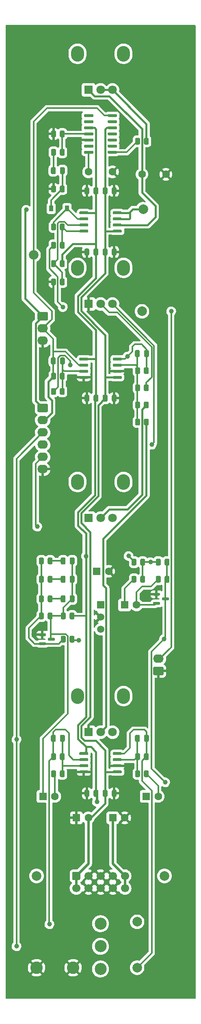
<source format=gbl>
G04 #@! TF.GenerationSoftware,KiCad,Pcbnew,6.0.5+dfsg-1~bpo11+1*
G04 #@! TF.CreationDate,2022-07-21T18:59:06+00:00*
G04 #@! TF.ProjectId,sample_and_hold_board,73616d70-6c65-45f6-916e-645f686f6c64,0*
G04 #@! TF.SameCoordinates,Original*
G04 #@! TF.FileFunction,Copper,L2,Bot*
G04 #@! TF.FilePolarity,Positive*
%FSLAX46Y46*%
G04 Gerber Fmt 4.6, Leading zero omitted, Abs format (unit mm)*
G04 Created by KiCad (PCBNEW 6.0.5+dfsg-1~bpo11+1) date 2022-07-21 18:59:06*
%MOMM*%
%LPD*%
G01*
G04 APERTURE LIST*
G04 #@! TA.AperFunction,ComponentPad*
%ADD10O,2.720000X3.240000*%
G04 #@! TD*
G04 #@! TA.AperFunction,ComponentPad*
%ADD11R,1.800000X1.800000*%
G04 #@! TD*
G04 #@! TA.AperFunction,ComponentPad*
%ADD12C,1.800000*%
G04 #@! TD*
G04 #@! TA.AperFunction,ComponentPad*
%ADD13C,2.500000*%
G04 #@! TD*
G04 #@! TA.AperFunction,ComponentPad*
%ADD14R,1.600000X1.600000*%
G04 #@! TD*
G04 #@! TA.AperFunction,ComponentPad*
%ADD15C,1.600000*%
G04 #@! TD*
G04 #@! TA.AperFunction,ComponentPad*
%ADD16C,2.000000*%
G04 #@! TD*
G04 #@! TA.AperFunction,ComponentPad*
%ADD17O,2.190000X1.740000*%
G04 #@! TD*
G04 #@! TA.AperFunction,ComponentPad*
%ADD18C,2.600000*%
G04 #@! TD*
G04 #@! TA.AperFunction,ComponentPad*
%ADD19C,1.700000*%
G04 #@! TD*
G04 #@! TA.AperFunction,ComponentPad*
%ADD20R,1.500000X1.500000*%
G04 #@! TD*
G04 #@! TA.AperFunction,ComponentPad*
%ADD21C,1.500000*%
G04 #@! TD*
G04 #@! TA.AperFunction,SMDPad,CuDef*
%ADD22R,0.900000X1.200000*%
G04 #@! TD*
G04 #@! TA.AperFunction,ViaPad*
%ADD23C,1.000000*%
G04 #@! TD*
G04 #@! TA.AperFunction,Conductor*
%ADD24C,0.300000*%
G04 #@! TD*
G04 #@! TA.AperFunction,Conductor*
%ADD25C,0.400000*%
G04 #@! TD*
G04 #@! TA.AperFunction,Conductor*
%ADD26C,0.500000*%
G04 #@! TD*
G04 APERTURE END LIST*
D10*
X108940000Y-172215000D03*
X99340000Y-172215000D03*
D11*
X101640000Y-179715000D03*
D12*
X104140000Y-179715000D03*
X106640000Y-179715000D03*
D13*
X104140000Y-228865000D03*
X104140000Y-224165000D03*
X104140000Y-219465000D03*
D10*
X108940000Y-83315000D03*
X99340000Y-83315000D03*
D11*
X101640000Y-90815000D03*
D12*
X104140000Y-90815000D03*
X106640000Y-90815000D03*
D10*
X99340000Y-127765000D03*
X108940000Y-127765000D03*
D11*
X101640000Y-135265000D03*
D12*
X104140000Y-135265000D03*
X106640000Y-135265000D03*
D10*
X108940000Y-38865000D03*
X99340000Y-38865000D03*
D11*
X101640000Y-46365000D03*
D12*
X104140000Y-46365000D03*
X106640000Y-46365000D03*
G04 #@! TA.AperFunction,SMDPad,CuDef*
G36*
G01*
X114201000Y-107764000D02*
X114201000Y-108664000D01*
G75*
G02*
X113951000Y-108914000I-250000J0D01*
G01*
X113426000Y-108914000D01*
G75*
G02*
X113176000Y-108664000I0J250000D01*
G01*
X113176000Y-107764000D01*
G75*
G02*
X113426000Y-107514000I250000J0D01*
G01*
X113951000Y-107514000D01*
G75*
G02*
X114201000Y-107764000I0J-250000D01*
G01*
G37*
G04 #@! TD.AperFunction*
G04 #@! TA.AperFunction,SMDPad,CuDef*
G36*
G01*
X112376000Y-107764000D02*
X112376000Y-108664000D01*
G75*
G02*
X112126000Y-108914000I-250000J0D01*
G01*
X111601000Y-108914000D01*
G75*
G02*
X111351000Y-108664000I0J250000D01*
G01*
X111351000Y-107764000D01*
G75*
G02*
X111601000Y-107514000I250000J0D01*
G01*
X112126000Y-107514000D01*
G75*
G02*
X112376000Y-107764000I0J-250000D01*
G01*
G37*
G04 #@! TD.AperFunction*
G04 #@! TA.AperFunction,SMDPad,CuDef*
G36*
G01*
X110589000Y-144859000D02*
X110589000Y-143959000D01*
G75*
G02*
X110839000Y-143709000I250000J0D01*
G01*
X111364000Y-143709000D01*
G75*
G02*
X111614000Y-143959000I0J-250000D01*
G01*
X111614000Y-144859000D01*
G75*
G02*
X111364000Y-145109000I-250000J0D01*
G01*
X110839000Y-145109000D01*
G75*
G02*
X110589000Y-144859000I0J250000D01*
G01*
G37*
G04 #@! TD.AperFunction*
G04 #@! TA.AperFunction,SMDPad,CuDef*
G36*
G01*
X112414000Y-144859000D02*
X112414000Y-143959000D01*
G75*
G02*
X112664000Y-143709000I250000J0D01*
G01*
X113189000Y-143709000D01*
G75*
G02*
X113439000Y-143959000I0J-250000D01*
G01*
X113439000Y-144859000D01*
G75*
G02*
X113189000Y-145109000I-250000J0D01*
G01*
X112664000Y-145109000D01*
G75*
G02*
X112414000Y-144859000I0J250000D01*
G01*
G37*
G04 #@! TD.AperFunction*
G04 #@! TA.AperFunction,SMDPad,CuDef*
G36*
G01*
X108590000Y-184010000D02*
X108590000Y-184310000D01*
G75*
G02*
X108440000Y-184460000I-150000J0D01*
G01*
X106840000Y-184460000D01*
G75*
G02*
X106690000Y-184310000I0J150000D01*
G01*
X106690000Y-184010000D01*
G75*
G02*
X106840000Y-183860000I150000J0D01*
G01*
X108440000Y-183860000D01*
G75*
G02*
X108590000Y-184010000I0J-150000D01*
G01*
G37*
G04 #@! TD.AperFunction*
G04 #@! TA.AperFunction,SMDPad,CuDef*
G36*
G01*
X108590000Y-185280000D02*
X108590000Y-185580000D01*
G75*
G02*
X108440000Y-185730000I-150000J0D01*
G01*
X106840000Y-185730000D01*
G75*
G02*
X106690000Y-185580000I0J150000D01*
G01*
X106690000Y-185280000D01*
G75*
G02*
X106840000Y-185130000I150000J0D01*
G01*
X108440000Y-185130000D01*
G75*
G02*
X108590000Y-185280000I0J-150000D01*
G01*
G37*
G04 #@! TD.AperFunction*
G04 #@! TA.AperFunction,SMDPad,CuDef*
G36*
G01*
X108590000Y-186550000D02*
X108590000Y-186850000D01*
G75*
G02*
X108440000Y-187000000I-150000J0D01*
G01*
X106840000Y-187000000D01*
G75*
G02*
X106690000Y-186850000I0J150000D01*
G01*
X106690000Y-186550000D01*
G75*
G02*
X106840000Y-186400000I150000J0D01*
G01*
X108440000Y-186400000D01*
G75*
G02*
X108590000Y-186550000I0J-150000D01*
G01*
G37*
G04 #@! TD.AperFunction*
G04 #@! TA.AperFunction,SMDPad,CuDef*
G36*
G01*
X108590000Y-187820000D02*
X108590000Y-188120000D01*
G75*
G02*
X108440000Y-188270000I-150000J0D01*
G01*
X106840000Y-188270000D01*
G75*
G02*
X106690000Y-188120000I0J150000D01*
G01*
X106690000Y-187820000D01*
G75*
G02*
X106840000Y-187670000I150000J0D01*
G01*
X108440000Y-187670000D01*
G75*
G02*
X108590000Y-187820000I0J-150000D01*
G01*
G37*
G04 #@! TD.AperFunction*
G04 #@! TA.AperFunction,SMDPad,CuDef*
G36*
G01*
X101590000Y-187820000D02*
X101590000Y-188120000D01*
G75*
G02*
X101440000Y-188270000I-150000J0D01*
G01*
X99840000Y-188270000D01*
G75*
G02*
X99690000Y-188120000I0J150000D01*
G01*
X99690000Y-187820000D01*
G75*
G02*
X99840000Y-187670000I150000J0D01*
G01*
X101440000Y-187670000D01*
G75*
G02*
X101590000Y-187820000I0J-150000D01*
G01*
G37*
G04 #@! TD.AperFunction*
G04 #@! TA.AperFunction,SMDPad,CuDef*
G36*
G01*
X101590000Y-186550000D02*
X101590000Y-186850000D01*
G75*
G02*
X101440000Y-187000000I-150000J0D01*
G01*
X99840000Y-187000000D01*
G75*
G02*
X99690000Y-186850000I0J150000D01*
G01*
X99690000Y-186550000D01*
G75*
G02*
X99840000Y-186400000I150000J0D01*
G01*
X101440000Y-186400000D01*
G75*
G02*
X101590000Y-186550000I0J-150000D01*
G01*
G37*
G04 #@! TD.AperFunction*
G04 #@! TA.AperFunction,SMDPad,CuDef*
G36*
G01*
X101590000Y-185280000D02*
X101590000Y-185580000D01*
G75*
G02*
X101440000Y-185730000I-150000J0D01*
G01*
X99840000Y-185730000D01*
G75*
G02*
X99690000Y-185580000I0J150000D01*
G01*
X99690000Y-185280000D01*
G75*
G02*
X99840000Y-185130000I150000J0D01*
G01*
X101440000Y-185130000D01*
G75*
G02*
X101590000Y-185280000I0J-150000D01*
G01*
G37*
G04 #@! TD.AperFunction*
G04 #@! TA.AperFunction,SMDPad,CuDef*
G36*
G01*
X101590000Y-184010000D02*
X101590000Y-184310000D01*
G75*
G02*
X101440000Y-184460000I-150000J0D01*
G01*
X99840000Y-184460000D01*
G75*
G02*
X99690000Y-184310000I0J150000D01*
G01*
X99690000Y-184010000D01*
G75*
G02*
X99840000Y-183860000I150000J0D01*
G01*
X101440000Y-183860000D01*
G75*
G02*
X101590000Y-184010000I0J-150000D01*
G01*
G37*
G04 #@! TD.AperFunction*
G04 #@! TA.AperFunction,SMDPad,CuDef*
G36*
G01*
X111351000Y-105108000D02*
X111351000Y-104208000D01*
G75*
G02*
X111601000Y-103958000I250000J0D01*
G01*
X112126000Y-103958000D01*
G75*
G02*
X112376000Y-104208000I0J-250000D01*
G01*
X112376000Y-105108000D01*
G75*
G02*
X112126000Y-105358000I-250000J0D01*
G01*
X111601000Y-105358000D01*
G75*
G02*
X111351000Y-105108000I0J250000D01*
G01*
G37*
G04 #@! TD.AperFunction*
G04 #@! TA.AperFunction,SMDPad,CuDef*
G36*
G01*
X113176000Y-105108000D02*
X113176000Y-104208000D01*
G75*
G02*
X113426000Y-103958000I250000J0D01*
G01*
X113951000Y-103958000D01*
G75*
G02*
X114201000Y-104208000I0J-250000D01*
G01*
X114201000Y-105108000D01*
G75*
G02*
X113951000Y-105358000I-250000J0D01*
G01*
X113426000Y-105358000D01*
G75*
G02*
X113176000Y-105108000I0J250000D01*
G01*
G37*
G04 #@! TD.AperFunction*
G04 #@! TA.AperFunction,SMDPad,CuDef*
G36*
G01*
X115059000Y-153129000D02*
X115059000Y-152829000D01*
G75*
G02*
X115209000Y-152679000I150000J0D01*
G01*
X116384000Y-152679000D01*
G75*
G02*
X116534000Y-152829000I0J-150000D01*
G01*
X116534000Y-153129000D01*
G75*
G02*
X116384000Y-153279000I-150000J0D01*
G01*
X115209000Y-153279000D01*
G75*
G02*
X115059000Y-153129000I0J150000D01*
G01*
G37*
G04 #@! TD.AperFunction*
G04 #@! TA.AperFunction,SMDPad,CuDef*
G36*
G01*
X115059000Y-151229000D02*
X115059000Y-150929000D01*
G75*
G02*
X115209000Y-150779000I150000J0D01*
G01*
X116384000Y-150779000D01*
G75*
G02*
X116534000Y-150929000I0J-150000D01*
G01*
X116534000Y-151229000D01*
G75*
G02*
X116384000Y-151379000I-150000J0D01*
G01*
X115209000Y-151379000D01*
G75*
G02*
X115059000Y-151229000I0J150000D01*
G01*
G37*
G04 #@! TD.AperFunction*
G04 #@! TA.AperFunction,SMDPad,CuDef*
G36*
G01*
X116934000Y-152179000D02*
X116934000Y-151879000D01*
G75*
G02*
X117084000Y-151729000I150000J0D01*
G01*
X118259000Y-151729000D01*
G75*
G02*
X118409000Y-151879000I0J-150000D01*
G01*
X118409000Y-152179000D01*
G75*
G02*
X118259000Y-152329000I-150000J0D01*
G01*
X117084000Y-152329000D01*
G75*
G02*
X116934000Y-152179000I0J150000D01*
G01*
G37*
G04 #@! TD.AperFunction*
G04 #@! TA.AperFunction,SMDPad,CuDef*
G36*
G01*
X91285000Y-148415000D02*
X91285000Y-147515000D01*
G75*
G02*
X91535000Y-147265000I250000J0D01*
G01*
X92060000Y-147265000D01*
G75*
G02*
X92310000Y-147515000I0J-250000D01*
G01*
X92310000Y-148415000D01*
G75*
G02*
X92060000Y-148665000I-250000J0D01*
G01*
X91535000Y-148665000D01*
G75*
G02*
X91285000Y-148415000I0J250000D01*
G01*
G37*
G04 #@! TD.AperFunction*
G04 #@! TA.AperFunction,SMDPad,CuDef*
G36*
G01*
X93110000Y-148415000D02*
X93110000Y-147515000D01*
G75*
G02*
X93360000Y-147265000I250000J0D01*
G01*
X93885000Y-147265000D01*
G75*
G02*
X94135000Y-147515000I0J-250000D01*
G01*
X94135000Y-148415000D01*
G75*
G02*
X93885000Y-148665000I-250000J0D01*
G01*
X93360000Y-148665000D01*
G75*
G02*
X93110000Y-148415000I0J250000D01*
G01*
G37*
G04 #@! TD.AperFunction*
G04 #@! TA.AperFunction,SMDPad,CuDef*
G36*
G01*
X111326000Y-101577000D02*
X111326000Y-100627000D01*
G75*
G02*
X111576000Y-100377000I250000J0D01*
G01*
X112076000Y-100377000D01*
G75*
G02*
X112326000Y-100627000I0J-250000D01*
G01*
X112326000Y-101577000D01*
G75*
G02*
X112076000Y-101827000I-250000J0D01*
G01*
X111576000Y-101827000D01*
G75*
G02*
X111326000Y-101577000I0J250000D01*
G01*
G37*
G04 #@! TD.AperFunction*
G04 #@! TA.AperFunction,SMDPad,CuDef*
G36*
G01*
X113226000Y-101577000D02*
X113226000Y-100627000D01*
G75*
G02*
X113476000Y-100377000I250000J0D01*
G01*
X113976000Y-100377000D01*
G75*
G02*
X114226000Y-100627000I0J-250000D01*
G01*
X114226000Y-101577000D01*
G75*
G02*
X113976000Y-101827000I-250000J0D01*
G01*
X113476000Y-101827000D01*
G75*
G02*
X113226000Y-101577000I0J250000D01*
G01*
G37*
G04 #@! TD.AperFunction*
D14*
X113665000Y-193050000D03*
D15*
X116165000Y-193050000D03*
X101640000Y-63383000D03*
X106640000Y-63383000D03*
G04 #@! TA.AperFunction,SMDPad,CuDef*
G36*
G01*
X96675000Y-74363000D02*
X96675000Y-75263000D01*
G75*
G02*
X96425000Y-75513000I-250000J0D01*
G01*
X95900000Y-75513000D01*
G75*
G02*
X95650000Y-75263000I0J250000D01*
G01*
X95650000Y-74363000D01*
G75*
G02*
X95900000Y-74113000I250000J0D01*
G01*
X96425000Y-74113000D01*
G75*
G02*
X96675000Y-74363000I0J-250000D01*
G01*
G37*
G04 #@! TD.AperFunction*
G04 #@! TA.AperFunction,SMDPad,CuDef*
G36*
G01*
X94850000Y-74363000D02*
X94850000Y-75263000D01*
G75*
G02*
X94600000Y-75513000I-250000J0D01*
G01*
X94075000Y-75513000D01*
G75*
G02*
X93825000Y-75263000I0J250000D01*
G01*
X93825000Y-74363000D01*
G75*
G02*
X94075000Y-74113000I250000J0D01*
G01*
X94600000Y-74113000D01*
G75*
G02*
X94850000Y-74363000I0J-250000D01*
G01*
G37*
G04 #@! TD.AperFunction*
D14*
X103359621Y-146314000D03*
D15*
X105859621Y-146314000D03*
G04 #@! TA.AperFunction,SMDPad,CuDef*
G36*
G01*
X98707000Y-159961000D02*
X98707000Y-160861000D01*
G75*
G02*
X98457000Y-161111000I-250000J0D01*
G01*
X97932000Y-161111000D01*
G75*
G02*
X97682000Y-160861000I0J250000D01*
G01*
X97682000Y-159961000D01*
G75*
G02*
X97932000Y-159711000I250000J0D01*
G01*
X98457000Y-159711000D01*
G75*
G02*
X98707000Y-159961000I0J-250000D01*
G01*
G37*
G04 #@! TD.AperFunction*
G04 #@! TA.AperFunction,SMDPad,CuDef*
G36*
G01*
X96882000Y-159961000D02*
X96882000Y-160861000D01*
G75*
G02*
X96632000Y-161111000I-250000J0D01*
G01*
X96107000Y-161111000D01*
G75*
G02*
X95857000Y-160861000I0J250000D01*
G01*
X95857000Y-159961000D01*
G75*
G02*
X96107000Y-159711000I250000J0D01*
G01*
X96632000Y-159711000D01*
G75*
G02*
X96882000Y-159961000I0J-250000D01*
G01*
G37*
G04 #@! TD.AperFunction*
G04 #@! TA.AperFunction,SMDPad,CuDef*
G36*
G01*
X96700000Y-102151000D02*
X96700000Y-103101000D01*
G75*
G02*
X96450000Y-103351000I-250000J0D01*
G01*
X95950000Y-103351000D01*
G75*
G02*
X95700000Y-103101000I0J250000D01*
G01*
X95700000Y-102151000D01*
G75*
G02*
X95950000Y-101901000I250000J0D01*
G01*
X96450000Y-101901000D01*
G75*
G02*
X96700000Y-102151000I0J-250000D01*
G01*
G37*
G04 #@! TD.AperFunction*
G04 #@! TA.AperFunction,SMDPad,CuDef*
G36*
G01*
X94800000Y-102151000D02*
X94800000Y-103101000D01*
G75*
G02*
X94550000Y-103351000I-250000J0D01*
G01*
X94050000Y-103351000D01*
G75*
G02*
X93800000Y-103101000I0J250000D01*
G01*
X93800000Y-102151000D01*
G75*
G02*
X94050000Y-101901000I250000J0D01*
G01*
X94550000Y-101901000D01*
G75*
G02*
X94800000Y-102151000I0J-250000D01*
G01*
G37*
G04 #@! TD.AperFunction*
D14*
X99100000Y-197495000D03*
D15*
X101600000Y-197495000D03*
G04 #@! TA.AperFunction,SMDPad,CuDef*
G36*
G01*
X96675000Y-66489000D02*
X96675000Y-67389000D01*
G75*
G02*
X96425000Y-67639000I-250000J0D01*
G01*
X95900000Y-67639000D01*
G75*
G02*
X95650000Y-67389000I0J250000D01*
G01*
X95650000Y-66489000D01*
G75*
G02*
X95900000Y-66239000I250000J0D01*
G01*
X96425000Y-66239000D01*
G75*
G02*
X96675000Y-66489000I0J-250000D01*
G01*
G37*
G04 #@! TD.AperFunction*
G04 #@! TA.AperFunction,SMDPad,CuDef*
G36*
G01*
X94850000Y-66489000D02*
X94850000Y-67389000D01*
G75*
G02*
X94600000Y-67639000I-250000J0D01*
G01*
X94075000Y-67639000D01*
G75*
G02*
X93825000Y-67389000I0J250000D01*
G01*
X93825000Y-66489000D01*
G75*
G02*
X94075000Y-66239000I250000J0D01*
G01*
X94600000Y-66239000D01*
G75*
G02*
X94850000Y-66489000I0J-250000D01*
G01*
G37*
G04 #@! TD.AperFunction*
G04 #@! TA.AperFunction,SMDPad,CuDef*
G36*
G01*
X108590000Y-71742000D02*
X108590000Y-72042000D01*
G75*
G02*
X108440000Y-72192000I-150000J0D01*
G01*
X106840000Y-72192000D01*
G75*
G02*
X106690000Y-72042000I0J150000D01*
G01*
X106690000Y-71742000D01*
G75*
G02*
X106840000Y-71592000I150000J0D01*
G01*
X108440000Y-71592000D01*
G75*
G02*
X108590000Y-71742000I0J-150000D01*
G01*
G37*
G04 #@! TD.AperFunction*
G04 #@! TA.AperFunction,SMDPad,CuDef*
G36*
G01*
X108590000Y-73012000D02*
X108590000Y-73312000D01*
G75*
G02*
X108440000Y-73462000I-150000J0D01*
G01*
X106840000Y-73462000D01*
G75*
G02*
X106690000Y-73312000I0J150000D01*
G01*
X106690000Y-73012000D01*
G75*
G02*
X106840000Y-72862000I150000J0D01*
G01*
X108440000Y-72862000D01*
G75*
G02*
X108590000Y-73012000I0J-150000D01*
G01*
G37*
G04 #@! TD.AperFunction*
G04 #@! TA.AperFunction,SMDPad,CuDef*
G36*
G01*
X108590000Y-74282000D02*
X108590000Y-74582000D01*
G75*
G02*
X108440000Y-74732000I-150000J0D01*
G01*
X106840000Y-74732000D01*
G75*
G02*
X106690000Y-74582000I0J150000D01*
G01*
X106690000Y-74282000D01*
G75*
G02*
X106840000Y-74132000I150000J0D01*
G01*
X108440000Y-74132000D01*
G75*
G02*
X108590000Y-74282000I0J-150000D01*
G01*
G37*
G04 #@! TD.AperFunction*
G04 #@! TA.AperFunction,SMDPad,CuDef*
G36*
G01*
X108590000Y-75552000D02*
X108590000Y-75852000D01*
G75*
G02*
X108440000Y-76002000I-150000J0D01*
G01*
X106840000Y-76002000D01*
G75*
G02*
X106690000Y-75852000I0J150000D01*
G01*
X106690000Y-75552000D01*
G75*
G02*
X106840000Y-75402000I150000J0D01*
G01*
X108440000Y-75402000D01*
G75*
G02*
X108590000Y-75552000I0J-150000D01*
G01*
G37*
G04 #@! TD.AperFunction*
G04 #@! TA.AperFunction,SMDPad,CuDef*
G36*
G01*
X101590000Y-75552000D02*
X101590000Y-75852000D01*
G75*
G02*
X101440000Y-76002000I-150000J0D01*
G01*
X99840000Y-76002000D01*
G75*
G02*
X99690000Y-75852000I0J150000D01*
G01*
X99690000Y-75552000D01*
G75*
G02*
X99840000Y-75402000I150000J0D01*
G01*
X101440000Y-75402000D01*
G75*
G02*
X101590000Y-75552000I0J-150000D01*
G01*
G37*
G04 #@! TD.AperFunction*
G04 #@! TA.AperFunction,SMDPad,CuDef*
G36*
G01*
X101590000Y-74282000D02*
X101590000Y-74582000D01*
G75*
G02*
X101440000Y-74732000I-150000J0D01*
G01*
X99840000Y-74732000D01*
G75*
G02*
X99690000Y-74582000I0J150000D01*
G01*
X99690000Y-74282000D01*
G75*
G02*
X99840000Y-74132000I150000J0D01*
G01*
X101440000Y-74132000D01*
G75*
G02*
X101590000Y-74282000I0J-150000D01*
G01*
G37*
G04 #@! TD.AperFunction*
G04 #@! TA.AperFunction,SMDPad,CuDef*
G36*
G01*
X101590000Y-73012000D02*
X101590000Y-73312000D01*
G75*
G02*
X101440000Y-73462000I-150000J0D01*
G01*
X99840000Y-73462000D01*
G75*
G02*
X99690000Y-73312000I0J150000D01*
G01*
X99690000Y-73012000D01*
G75*
G02*
X99840000Y-72862000I150000J0D01*
G01*
X101440000Y-72862000D01*
G75*
G02*
X101590000Y-73012000I0J-150000D01*
G01*
G37*
G04 #@! TD.AperFunction*
G04 #@! TA.AperFunction,SMDPad,CuDef*
G36*
G01*
X101590000Y-71742000D02*
X101590000Y-72042000D01*
G75*
G02*
X101440000Y-72192000I-150000J0D01*
G01*
X99840000Y-72192000D01*
G75*
G02*
X99690000Y-72042000I0J150000D01*
G01*
X99690000Y-71742000D01*
G75*
G02*
X99840000Y-71592000I150000J0D01*
G01*
X101440000Y-71592000D01*
G75*
G02*
X101590000Y-71742000I0J-150000D01*
G01*
G37*
G04 #@! TD.AperFunction*
D16*
X117475000Y-209560000D03*
G04 #@! TA.AperFunction,SMDPad,CuDef*
G36*
G01*
X108590000Y-102095000D02*
X108590000Y-102395000D01*
G75*
G02*
X108440000Y-102545000I-150000J0D01*
G01*
X106840000Y-102545000D01*
G75*
G02*
X106690000Y-102395000I0J150000D01*
G01*
X106690000Y-102095000D01*
G75*
G02*
X106840000Y-101945000I150000J0D01*
G01*
X108440000Y-101945000D01*
G75*
G02*
X108590000Y-102095000I0J-150000D01*
G01*
G37*
G04 #@! TD.AperFunction*
G04 #@! TA.AperFunction,SMDPad,CuDef*
G36*
G01*
X108590000Y-103365000D02*
X108590000Y-103665000D01*
G75*
G02*
X108440000Y-103815000I-150000J0D01*
G01*
X106840000Y-103815000D01*
G75*
G02*
X106690000Y-103665000I0J150000D01*
G01*
X106690000Y-103365000D01*
G75*
G02*
X106840000Y-103215000I150000J0D01*
G01*
X108440000Y-103215000D01*
G75*
G02*
X108590000Y-103365000I0J-150000D01*
G01*
G37*
G04 #@! TD.AperFunction*
G04 #@! TA.AperFunction,SMDPad,CuDef*
G36*
G01*
X108590000Y-104635000D02*
X108590000Y-104935000D01*
G75*
G02*
X108440000Y-105085000I-150000J0D01*
G01*
X106840000Y-105085000D01*
G75*
G02*
X106690000Y-104935000I0J150000D01*
G01*
X106690000Y-104635000D01*
G75*
G02*
X106840000Y-104485000I150000J0D01*
G01*
X108440000Y-104485000D01*
G75*
G02*
X108590000Y-104635000I0J-150000D01*
G01*
G37*
G04 #@! TD.AperFunction*
G04 #@! TA.AperFunction,SMDPad,CuDef*
G36*
G01*
X108590000Y-105905000D02*
X108590000Y-106205000D01*
G75*
G02*
X108440000Y-106355000I-150000J0D01*
G01*
X106840000Y-106355000D01*
G75*
G02*
X106690000Y-106205000I0J150000D01*
G01*
X106690000Y-105905000D01*
G75*
G02*
X106840000Y-105755000I150000J0D01*
G01*
X108440000Y-105755000D01*
G75*
G02*
X108590000Y-105905000I0J-150000D01*
G01*
G37*
G04 #@! TD.AperFunction*
G04 #@! TA.AperFunction,SMDPad,CuDef*
G36*
G01*
X101590000Y-105905000D02*
X101590000Y-106205000D01*
G75*
G02*
X101440000Y-106355000I-150000J0D01*
G01*
X99840000Y-106355000D01*
G75*
G02*
X99690000Y-106205000I0J150000D01*
G01*
X99690000Y-105905000D01*
G75*
G02*
X99840000Y-105755000I150000J0D01*
G01*
X101440000Y-105755000D01*
G75*
G02*
X101590000Y-105905000I0J-150000D01*
G01*
G37*
G04 #@! TD.AperFunction*
G04 #@! TA.AperFunction,SMDPad,CuDef*
G36*
G01*
X101590000Y-104635000D02*
X101590000Y-104935000D01*
G75*
G02*
X101440000Y-105085000I-150000J0D01*
G01*
X99840000Y-105085000D01*
G75*
G02*
X99690000Y-104935000I0J150000D01*
G01*
X99690000Y-104635000D01*
G75*
G02*
X99840000Y-104485000I150000J0D01*
G01*
X101440000Y-104485000D01*
G75*
G02*
X101590000Y-104635000I0J-150000D01*
G01*
G37*
G04 #@! TD.AperFunction*
G04 #@! TA.AperFunction,SMDPad,CuDef*
G36*
G01*
X101590000Y-103365000D02*
X101590000Y-103665000D01*
G75*
G02*
X101440000Y-103815000I-150000J0D01*
G01*
X99840000Y-103815000D01*
G75*
G02*
X99690000Y-103665000I0J150000D01*
G01*
X99690000Y-103365000D01*
G75*
G02*
X99840000Y-103215000I150000J0D01*
G01*
X101440000Y-103215000D01*
G75*
G02*
X101590000Y-103365000I0J-150000D01*
G01*
G37*
G04 #@! TD.AperFunction*
G04 #@! TA.AperFunction,SMDPad,CuDef*
G36*
G01*
X101590000Y-102095000D02*
X101590000Y-102395000D01*
G75*
G02*
X101440000Y-102545000I-150000J0D01*
G01*
X99840000Y-102545000D01*
G75*
G02*
X99690000Y-102395000I0J150000D01*
G01*
X99690000Y-102095000D01*
G75*
G02*
X99840000Y-101945000I150000J0D01*
G01*
X101440000Y-101945000D01*
G75*
G02*
X101590000Y-102095000I0J-150000D01*
G01*
G37*
G04 #@! TD.AperFunction*
G04 #@! TA.AperFunction,SMDPad,CuDef*
G36*
G01*
X114201000Y-114876000D02*
X114201000Y-115776000D01*
G75*
G02*
X113951000Y-116026000I-250000J0D01*
G01*
X113426000Y-116026000D01*
G75*
G02*
X113176000Y-115776000I0J250000D01*
G01*
X113176000Y-114876000D01*
G75*
G02*
X113426000Y-114626000I250000J0D01*
G01*
X113951000Y-114626000D01*
G75*
G02*
X114201000Y-114876000I0J-250000D01*
G01*
G37*
G04 #@! TD.AperFunction*
G04 #@! TA.AperFunction,SMDPad,CuDef*
G36*
G01*
X112376000Y-114876000D02*
X112376000Y-115776000D01*
G75*
G02*
X112126000Y-116026000I-250000J0D01*
G01*
X111601000Y-116026000D01*
G75*
G02*
X111351000Y-115776000I0J250000D01*
G01*
X111351000Y-114876000D01*
G75*
G02*
X111601000Y-114626000I250000J0D01*
G01*
X112126000Y-114626000D01*
G75*
G02*
X112376000Y-114876000I0J-250000D01*
G01*
G37*
G04 #@! TD.AperFunction*
D14*
X109154000Y-153299000D03*
D15*
X111654000Y-153299000D03*
G04 #@! TA.AperFunction,ComponentPad*
G36*
G01*
X117050000Y-167885000D02*
X115360000Y-167885000D01*
G75*
G02*
X115110000Y-167635000I0J250000D01*
G01*
X115110000Y-166395000D01*
G75*
G02*
X115360000Y-166145000I250000J0D01*
G01*
X117050000Y-166145000D01*
G75*
G02*
X117300000Y-166395000I0J-250000D01*
G01*
X117300000Y-167635000D01*
G75*
G02*
X117050000Y-167885000I-250000J0D01*
G01*
G37*
G04 #@! TD.AperFunction*
D17*
X116205000Y-164475000D03*
G04 #@! TA.AperFunction,SMDPad,CuDef*
G36*
G01*
X113439000Y-147515000D02*
X113439000Y-148415000D01*
G75*
G02*
X113189000Y-148665000I-250000J0D01*
G01*
X112664000Y-148665000D01*
G75*
G02*
X112414000Y-148415000I0J250000D01*
G01*
X112414000Y-147515000D01*
G75*
G02*
X112664000Y-147265000I250000J0D01*
G01*
X113189000Y-147265000D01*
G75*
G02*
X113439000Y-147515000I0J-250000D01*
G01*
G37*
G04 #@! TD.AperFunction*
G04 #@! TA.AperFunction,SMDPad,CuDef*
G36*
G01*
X111614000Y-147515000D02*
X111614000Y-148415000D01*
G75*
G02*
X111364000Y-148665000I-250000J0D01*
G01*
X110839000Y-148665000D01*
G75*
G02*
X110589000Y-148415000I0J250000D01*
G01*
X110589000Y-147515000D01*
G75*
G02*
X110839000Y-147265000I250000J0D01*
G01*
X111364000Y-147265000D01*
G75*
G02*
X111614000Y-147515000I0J-250000D01*
G01*
G37*
G04 #@! TD.AperFunction*
G04 #@! TA.AperFunction,SMDPad,CuDef*
G36*
G01*
X95832000Y-148440000D02*
X95832000Y-147490000D01*
G75*
G02*
X96082000Y-147240000I250000J0D01*
G01*
X96582000Y-147240000D01*
G75*
G02*
X96832000Y-147490000I0J-250000D01*
G01*
X96832000Y-148440000D01*
G75*
G02*
X96582000Y-148690000I-250000J0D01*
G01*
X96082000Y-148690000D01*
G75*
G02*
X95832000Y-148440000I0J250000D01*
G01*
G37*
G04 #@! TD.AperFunction*
G04 #@! TA.AperFunction,SMDPad,CuDef*
G36*
G01*
X97732000Y-148440000D02*
X97732000Y-147490000D01*
G75*
G02*
X97982000Y-147240000I250000J0D01*
G01*
X98482000Y-147240000D01*
G75*
G02*
X98732000Y-147490000I0J-250000D01*
G01*
X98732000Y-148440000D01*
G75*
G02*
X98482000Y-148690000I-250000J0D01*
G01*
X97982000Y-148690000D01*
G75*
G02*
X97732000Y-148440000I0J250000D01*
G01*
G37*
G04 #@! TD.AperFunction*
G04 #@! TA.AperFunction,SMDPad,CuDef*
G36*
G01*
X111326000Y-181460000D02*
X111326000Y-180510000D01*
G75*
G02*
X111576000Y-180260000I250000J0D01*
G01*
X112076000Y-180260000D01*
G75*
G02*
X112326000Y-180510000I0J-250000D01*
G01*
X112326000Y-181460000D01*
G75*
G02*
X112076000Y-181710000I-250000J0D01*
G01*
X111576000Y-181710000D01*
G75*
G02*
X111326000Y-181460000I0J250000D01*
G01*
G37*
G04 #@! TD.AperFunction*
G04 #@! TA.AperFunction,SMDPad,CuDef*
G36*
G01*
X113226000Y-181460000D02*
X113226000Y-180510000D01*
G75*
G02*
X113476000Y-180260000I250000J0D01*
G01*
X113976000Y-180260000D01*
G75*
G02*
X114226000Y-180510000I0J-250000D01*
G01*
X114226000Y-181460000D01*
G75*
G02*
X113976000Y-181710000I-250000J0D01*
G01*
X113476000Y-181710000D01*
G75*
G02*
X113226000Y-181460000I0J250000D01*
G01*
G37*
G04 #@! TD.AperFunction*
G04 #@! TA.AperFunction,SMDPad,CuDef*
G36*
G01*
X107495000Y-109898000D02*
X107495000Y-110848000D01*
G75*
G02*
X107245000Y-111098000I-250000J0D01*
G01*
X106745000Y-111098000D01*
G75*
G02*
X106495000Y-110848000I0J250000D01*
G01*
X106495000Y-109898000D01*
G75*
G02*
X106745000Y-109648000I250000J0D01*
G01*
X107245000Y-109648000D01*
G75*
G02*
X107495000Y-109898000I0J-250000D01*
G01*
G37*
G04 #@! TD.AperFunction*
G04 #@! TA.AperFunction,SMDPad,CuDef*
G36*
G01*
X105595000Y-109898000D02*
X105595000Y-110848000D01*
G75*
G02*
X105345000Y-111098000I-250000J0D01*
G01*
X104845000Y-111098000D01*
G75*
G02*
X104595000Y-110848000I0J250000D01*
G01*
X104595000Y-109898000D01*
G75*
G02*
X104845000Y-109648000I250000J0D01*
G01*
X105345000Y-109648000D01*
G75*
G02*
X105595000Y-109898000I0J-250000D01*
G01*
G37*
G04 #@! TD.AperFunction*
G04 #@! TA.AperFunction,SMDPad,CuDef*
G36*
G01*
X93825000Y-79073000D02*
X93825000Y-78173000D01*
G75*
G02*
X94075000Y-77923000I250000J0D01*
G01*
X94600000Y-77923000D01*
G75*
G02*
X94850000Y-78173000I0J-250000D01*
G01*
X94850000Y-79073000D01*
G75*
G02*
X94600000Y-79323000I-250000J0D01*
G01*
X94075000Y-79323000D01*
G75*
G02*
X93825000Y-79073000I0J250000D01*
G01*
G37*
G04 #@! TD.AperFunction*
G04 #@! TA.AperFunction,SMDPad,CuDef*
G36*
G01*
X95650000Y-79073000D02*
X95650000Y-78173000D01*
G75*
G02*
X95900000Y-77923000I250000J0D01*
G01*
X96425000Y-77923000D01*
G75*
G02*
X96675000Y-78173000I0J-250000D01*
G01*
X96675000Y-79073000D01*
G75*
G02*
X96425000Y-79323000I-250000J0D01*
G01*
X95900000Y-79323000D01*
G75*
G02*
X95650000Y-79073000I0J250000D01*
G01*
G37*
G04 #@! TD.AperFunction*
G04 #@! TA.AperFunction,SMDPad,CuDef*
G36*
G01*
X91285000Y-152479000D02*
X91285000Y-151579000D01*
G75*
G02*
X91535000Y-151329000I250000J0D01*
G01*
X92060000Y-151329000D01*
G75*
G02*
X92310000Y-151579000I0J-250000D01*
G01*
X92310000Y-152479000D01*
G75*
G02*
X92060000Y-152729000I-250000J0D01*
G01*
X91535000Y-152729000D01*
G75*
G02*
X91285000Y-152479000I0J250000D01*
G01*
G37*
G04 #@! TD.AperFunction*
G04 #@! TA.AperFunction,SMDPad,CuDef*
G36*
G01*
X93110000Y-152479000D02*
X93110000Y-151579000D01*
G75*
G02*
X93360000Y-151329000I250000J0D01*
G01*
X93885000Y-151329000D01*
G75*
G02*
X94135000Y-151579000I0J-250000D01*
G01*
X94135000Y-152479000D01*
G75*
G02*
X93885000Y-152729000I-250000J0D01*
G01*
X93360000Y-152729000D01*
G75*
G02*
X93110000Y-152479000I0J250000D01*
G01*
G37*
G04 #@! TD.AperFunction*
G04 #@! TA.AperFunction,SMDPad,CuDef*
G36*
G01*
X103685000Y-109898000D02*
X103685000Y-110848000D01*
G75*
G02*
X103435000Y-111098000I-250000J0D01*
G01*
X102935000Y-111098000D01*
G75*
G02*
X102685000Y-110848000I0J250000D01*
G01*
X102685000Y-109898000D01*
G75*
G02*
X102935000Y-109648000I250000J0D01*
G01*
X103435000Y-109648000D01*
G75*
G02*
X103685000Y-109898000I0J-250000D01*
G01*
G37*
G04 #@! TD.AperFunction*
G04 #@! TA.AperFunction,SMDPad,CuDef*
G36*
G01*
X101785000Y-109898000D02*
X101785000Y-110848000D01*
G75*
G02*
X101535000Y-111098000I-250000J0D01*
G01*
X101035000Y-111098000D01*
G75*
G02*
X100785000Y-110848000I0J250000D01*
G01*
X100785000Y-109898000D01*
G75*
G02*
X101035000Y-109648000I250000J0D01*
G01*
X101535000Y-109648000D01*
G75*
G02*
X101785000Y-109898000I0J-250000D01*
G01*
G37*
G04 #@! TD.AperFunction*
G04 #@! TA.AperFunction,SMDPad,CuDef*
G36*
G01*
X95832000Y-144630000D02*
X95832000Y-143680000D01*
G75*
G02*
X96082000Y-143430000I250000J0D01*
G01*
X96582000Y-143430000D01*
G75*
G02*
X96832000Y-143680000I0J-250000D01*
G01*
X96832000Y-144630000D01*
G75*
G02*
X96582000Y-144880000I-250000J0D01*
G01*
X96082000Y-144880000D01*
G75*
G02*
X95832000Y-144630000I0J250000D01*
G01*
G37*
G04 #@! TD.AperFunction*
G04 #@! TA.AperFunction,SMDPad,CuDef*
G36*
G01*
X97732000Y-144630000D02*
X97732000Y-143680000D01*
G75*
G02*
X97982000Y-143430000I250000J0D01*
G01*
X98482000Y-143430000D01*
G75*
G02*
X98732000Y-143680000I0J-250000D01*
G01*
X98732000Y-144630000D01*
G75*
G02*
X98482000Y-144880000I-250000J0D01*
G01*
X97982000Y-144880000D01*
G75*
G02*
X97732000Y-144630000I0J250000D01*
G01*
G37*
G04 #@! TD.AperFunction*
D18*
X90805000Y-228610000D03*
X98425000Y-228610000D03*
G04 #@! TA.AperFunction,SMDPad,CuDef*
G36*
G01*
X96675000Y-105351000D02*
X96675000Y-106251000D01*
G75*
G02*
X96425000Y-106501000I-250000J0D01*
G01*
X95900000Y-106501000D01*
G75*
G02*
X95650000Y-106251000I0J250000D01*
G01*
X95650000Y-105351000D01*
G75*
G02*
X95900000Y-105101000I250000J0D01*
G01*
X96425000Y-105101000D01*
G75*
G02*
X96675000Y-105351000I0J-250000D01*
G01*
G37*
G04 #@! TD.AperFunction*
G04 #@! TA.AperFunction,SMDPad,CuDef*
G36*
G01*
X94850000Y-105351000D02*
X94850000Y-106251000D01*
G75*
G02*
X94600000Y-106501000I-250000J0D01*
G01*
X94075000Y-106501000D01*
G75*
G02*
X93825000Y-106251000I0J250000D01*
G01*
X93825000Y-105351000D01*
G75*
G02*
X94075000Y-105101000I250000J0D01*
G01*
X94600000Y-105101000D01*
G75*
G02*
X94850000Y-105351000I0J-250000D01*
G01*
G37*
G04 #@! TD.AperFunction*
G04 #@! TA.AperFunction,SMDPad,CuDef*
G36*
G01*
X107495000Y-191940000D02*
X107495000Y-192890000D01*
G75*
G02*
X107245000Y-193140000I-250000J0D01*
G01*
X106745000Y-193140000D01*
G75*
G02*
X106495000Y-192890000I0J250000D01*
G01*
X106495000Y-191940000D01*
G75*
G02*
X106745000Y-191690000I250000J0D01*
G01*
X107245000Y-191690000D01*
G75*
G02*
X107495000Y-191940000I0J-250000D01*
G01*
G37*
G04 #@! TD.AperFunction*
G04 #@! TA.AperFunction,SMDPad,CuDef*
G36*
G01*
X105595000Y-191940000D02*
X105595000Y-192890000D01*
G75*
G02*
X105345000Y-193140000I-250000J0D01*
G01*
X104845000Y-193140000D01*
G75*
G02*
X104595000Y-192890000I0J250000D01*
G01*
X104595000Y-191940000D01*
G75*
G02*
X104845000Y-191690000I250000J0D01*
G01*
X105345000Y-191690000D01*
G75*
G02*
X105595000Y-191940000I0J-250000D01*
G01*
G37*
G04 #@! TD.AperFunction*
G04 #@! TA.AperFunction,SMDPad,CuDef*
G36*
G01*
X91285000Y-156035000D02*
X91285000Y-155135000D01*
G75*
G02*
X91535000Y-154885000I250000J0D01*
G01*
X92060000Y-154885000D01*
G75*
G02*
X92310000Y-155135000I0J-250000D01*
G01*
X92310000Y-156035000D01*
G75*
G02*
X92060000Y-156285000I-250000J0D01*
G01*
X91535000Y-156285000D01*
G75*
G02*
X91285000Y-156035000I0J250000D01*
G01*
G37*
G04 #@! TD.AperFunction*
G04 #@! TA.AperFunction,SMDPad,CuDef*
G36*
G01*
X93110000Y-156035000D02*
X93110000Y-155135000D01*
G75*
G02*
X93360000Y-154885000I250000J0D01*
G01*
X93885000Y-154885000D01*
G75*
G02*
X94135000Y-155135000I0J-250000D01*
G01*
X94135000Y-156035000D01*
G75*
G02*
X93885000Y-156285000I-250000J0D01*
G01*
X93360000Y-156285000D01*
G75*
G02*
X93110000Y-156035000I0J250000D01*
G01*
G37*
G04 #@! TD.AperFunction*
G04 #@! TA.AperFunction,SMDPad,CuDef*
G36*
G01*
X115669000Y-144859000D02*
X115669000Y-143959000D01*
G75*
G02*
X115919000Y-143709000I250000J0D01*
G01*
X116444000Y-143709000D01*
G75*
G02*
X116694000Y-143959000I0J-250000D01*
G01*
X116694000Y-144859000D01*
G75*
G02*
X116444000Y-145109000I-250000J0D01*
G01*
X115919000Y-145109000D01*
G75*
G02*
X115669000Y-144859000I0J250000D01*
G01*
G37*
G04 #@! TD.AperFunction*
G04 #@! TA.AperFunction,SMDPad,CuDef*
G36*
G01*
X117494000Y-144859000D02*
X117494000Y-143959000D01*
G75*
G02*
X117744000Y-143709000I250000J0D01*
G01*
X118269000Y-143709000D01*
G75*
G02*
X118519000Y-143959000I0J-250000D01*
G01*
X118519000Y-144859000D01*
G75*
G02*
X118269000Y-145109000I-250000J0D01*
G01*
X117744000Y-145109000D01*
G75*
G02*
X117494000Y-144859000I0J250000D01*
G01*
G37*
G04 #@! TD.AperFunction*
G04 #@! TA.AperFunction,SMDPad,CuDef*
G36*
G01*
X98707000Y-155135000D02*
X98707000Y-156035000D01*
G75*
G02*
X98457000Y-156285000I-250000J0D01*
G01*
X97932000Y-156285000D01*
G75*
G02*
X97682000Y-156035000I0J250000D01*
G01*
X97682000Y-155135000D01*
G75*
G02*
X97932000Y-154885000I250000J0D01*
G01*
X98457000Y-154885000D01*
G75*
G02*
X98707000Y-155135000I0J-250000D01*
G01*
G37*
G04 #@! TD.AperFunction*
G04 #@! TA.AperFunction,SMDPad,CuDef*
G36*
G01*
X96882000Y-155135000D02*
X96882000Y-156035000D01*
G75*
G02*
X96632000Y-156285000I-250000J0D01*
G01*
X96107000Y-156285000D01*
G75*
G02*
X95857000Y-156035000I0J250000D01*
G01*
X95857000Y-155135000D01*
G75*
G02*
X96107000Y-154885000I250000J0D01*
G01*
X96632000Y-154885000D01*
G75*
G02*
X96882000Y-155135000I0J-250000D01*
G01*
G37*
G04 #@! TD.AperFunction*
G04 #@! TA.AperFunction,ComponentPad*
G36*
G01*
X91230000Y-111535000D02*
X92920000Y-111535000D01*
G75*
G02*
X93170000Y-111785000I0J-250000D01*
G01*
X93170000Y-113025000D01*
G75*
G02*
X92920000Y-113275000I-250000J0D01*
G01*
X91230000Y-113275000D01*
G75*
G02*
X90980000Y-113025000I0J250000D01*
G01*
X90980000Y-111785000D01*
G75*
G02*
X91230000Y-111535000I250000J0D01*
G01*
G37*
G04 #@! TD.AperFunction*
D17*
X92075000Y-114945000D03*
X92075000Y-117485000D03*
X92075000Y-120025000D03*
X92075000Y-122565000D03*
X92075000Y-125105000D03*
G04 #@! TA.AperFunction,ComponentPad*
G36*
G01*
X91250000Y-92485000D02*
X92940000Y-92485000D01*
G75*
G02*
X93190000Y-92735000I0J-250000D01*
G01*
X93190000Y-93975000D01*
G75*
G02*
X92940000Y-94225000I-250000J0D01*
G01*
X91250000Y-94225000D01*
G75*
G02*
X91000000Y-93975000I0J250000D01*
G01*
X91000000Y-92735000D01*
G75*
G02*
X91250000Y-92485000I250000J0D01*
G01*
G37*
G04 #@! TD.AperFunction*
X92095000Y-95895000D03*
X92095000Y-98435000D03*
G04 #@! TA.AperFunction,SMDPad,CuDef*
G36*
G01*
X91285000Y-144605000D02*
X91285000Y-143705000D01*
G75*
G02*
X91535000Y-143455000I250000J0D01*
G01*
X92060000Y-143455000D01*
G75*
G02*
X92310000Y-143705000I0J-250000D01*
G01*
X92310000Y-144605000D01*
G75*
G02*
X92060000Y-144855000I-250000J0D01*
G01*
X91535000Y-144855000D01*
G75*
G02*
X91285000Y-144605000I0J250000D01*
G01*
G37*
G04 #@! TD.AperFunction*
G04 #@! TA.AperFunction,SMDPad,CuDef*
G36*
G01*
X93110000Y-144605000D02*
X93110000Y-143705000D01*
G75*
G02*
X93360000Y-143455000I250000J0D01*
G01*
X93885000Y-143455000D01*
G75*
G02*
X94135000Y-143705000I0J-250000D01*
G01*
X94135000Y-144605000D01*
G75*
G02*
X93885000Y-144855000I-250000J0D01*
G01*
X93360000Y-144855000D01*
G75*
G02*
X93110000Y-144605000I0J250000D01*
G01*
G37*
G04 #@! TD.AperFunction*
G04 #@! TA.AperFunction,SMDPad,CuDef*
G36*
G01*
X93825000Y-188801000D02*
X93825000Y-187901000D01*
G75*
G02*
X94075000Y-187651000I250000J0D01*
G01*
X94600000Y-187651000D01*
G75*
G02*
X94850000Y-187901000I0J-250000D01*
G01*
X94850000Y-188801000D01*
G75*
G02*
X94600000Y-189051000I-250000J0D01*
G01*
X94075000Y-189051000D01*
G75*
G02*
X93825000Y-188801000I0J250000D01*
G01*
G37*
G04 #@! TD.AperFunction*
G04 #@! TA.AperFunction,SMDPad,CuDef*
G36*
G01*
X95650000Y-188801000D02*
X95650000Y-187901000D01*
G75*
G02*
X95900000Y-187651000I250000J0D01*
G01*
X96425000Y-187651000D01*
G75*
G02*
X96675000Y-187901000I0J-250000D01*
G01*
X96675000Y-188801000D01*
G75*
G02*
X96425000Y-189051000I-250000J0D01*
G01*
X95900000Y-189051000D01*
G75*
G02*
X95650000Y-188801000I0J250000D01*
G01*
G37*
G04 #@! TD.AperFunction*
G04 #@! TA.AperFunction,SMDPad,CuDef*
G36*
G01*
X96675000Y-184345000D02*
X96675000Y-185245000D01*
G75*
G02*
X96425000Y-185495000I-250000J0D01*
G01*
X95900000Y-185495000D01*
G75*
G02*
X95650000Y-185245000I0J250000D01*
G01*
X95650000Y-184345000D01*
G75*
G02*
X95900000Y-184095000I250000J0D01*
G01*
X96425000Y-184095000D01*
G75*
G02*
X96675000Y-184345000I0J-250000D01*
G01*
G37*
G04 #@! TD.AperFunction*
G04 #@! TA.AperFunction,SMDPad,CuDef*
G36*
G01*
X94850000Y-184345000D02*
X94850000Y-185245000D01*
G75*
G02*
X94600000Y-185495000I-250000J0D01*
G01*
X94075000Y-185495000D01*
G75*
G02*
X93825000Y-185245000I0J250000D01*
G01*
X93825000Y-184345000D01*
G75*
G02*
X94075000Y-184095000I250000J0D01*
G01*
X94600000Y-184095000D01*
G75*
G02*
X94850000Y-184345000I0J-250000D01*
G01*
G37*
G04 #@! TD.AperFunction*
D16*
X112776000Y-92339000D03*
G04 #@! TA.AperFunction,SMDPad,CuDef*
G36*
G01*
X103685000Y-191940000D02*
X103685000Y-192890000D01*
G75*
G02*
X103435000Y-193140000I-250000J0D01*
G01*
X102935000Y-193140000D01*
G75*
G02*
X102685000Y-192890000I0J250000D01*
G01*
X102685000Y-191940000D01*
G75*
G02*
X102935000Y-191690000I250000J0D01*
G01*
X103435000Y-191690000D01*
G75*
G02*
X103685000Y-191940000I0J-250000D01*
G01*
G37*
G04 #@! TD.AperFunction*
G04 #@! TA.AperFunction,SMDPad,CuDef*
G36*
G01*
X101785000Y-191940000D02*
X101785000Y-192890000D01*
G75*
G02*
X101535000Y-193140000I-250000J0D01*
G01*
X101035000Y-193140000D01*
G75*
G02*
X100785000Y-192890000I0J250000D01*
G01*
X100785000Y-191940000D01*
G75*
G02*
X101035000Y-191690000I250000J0D01*
G01*
X101535000Y-191690000D01*
G75*
G02*
X101785000Y-191940000I0J-250000D01*
G01*
G37*
G04 #@! TD.AperFunction*
G04 #@! TA.AperFunction,SMDPad,CuDef*
G36*
G01*
X103685000Y-66845000D02*
X103685000Y-67795000D01*
G75*
G02*
X103435000Y-68045000I-250000J0D01*
G01*
X102935000Y-68045000D01*
G75*
G02*
X102685000Y-67795000I0J250000D01*
G01*
X102685000Y-66845000D01*
G75*
G02*
X102935000Y-66595000I250000J0D01*
G01*
X103435000Y-66595000D01*
G75*
G02*
X103685000Y-66845000I0J-250000D01*
G01*
G37*
G04 #@! TD.AperFunction*
G04 #@! TA.AperFunction,SMDPad,CuDef*
G36*
G01*
X101785000Y-66845000D02*
X101785000Y-67795000D01*
G75*
G02*
X101535000Y-68045000I-250000J0D01*
G01*
X101035000Y-68045000D01*
G75*
G02*
X100785000Y-67795000I0J250000D01*
G01*
X100785000Y-66845000D01*
G75*
G02*
X101035000Y-66595000I250000J0D01*
G01*
X101535000Y-66595000D01*
G75*
G02*
X101785000Y-66845000I0J-250000D01*
G01*
G37*
G04 #@! TD.AperFunction*
D14*
X106680000Y-197495000D03*
D15*
X109180000Y-197495000D03*
G04 #@! TA.AperFunction,SMDPad,CuDef*
G36*
G01*
X91289000Y-161511000D02*
X91289000Y-161211000D01*
G75*
G02*
X91439000Y-161061000I150000J0D01*
G01*
X92614000Y-161061000D01*
G75*
G02*
X92764000Y-161211000I0J-150000D01*
G01*
X92764000Y-161511000D01*
G75*
G02*
X92614000Y-161661000I-150000J0D01*
G01*
X91439000Y-161661000D01*
G75*
G02*
X91289000Y-161511000I0J150000D01*
G01*
G37*
G04 #@! TD.AperFunction*
G04 #@! TA.AperFunction,SMDPad,CuDef*
G36*
G01*
X91289000Y-159611000D02*
X91289000Y-159311000D01*
G75*
G02*
X91439000Y-159161000I150000J0D01*
G01*
X92614000Y-159161000D01*
G75*
G02*
X92764000Y-159311000I0J-150000D01*
G01*
X92764000Y-159611000D01*
G75*
G02*
X92614000Y-159761000I-150000J0D01*
G01*
X91439000Y-159761000D01*
G75*
G02*
X91289000Y-159611000I0J150000D01*
G01*
G37*
G04 #@! TD.AperFunction*
G04 #@! TA.AperFunction,SMDPad,CuDef*
G36*
G01*
X93164000Y-160561000D02*
X93164000Y-160261000D01*
G75*
G02*
X93314000Y-160111000I150000J0D01*
G01*
X94489000Y-160111000D01*
G75*
G02*
X94639000Y-160261000I0J-150000D01*
G01*
X94639000Y-160561000D01*
G75*
G02*
X94489000Y-160711000I-150000J0D01*
G01*
X93314000Y-160711000D01*
G75*
G02*
X93164000Y-160561000I0J150000D01*
G01*
G37*
G04 #@! TD.AperFunction*
D16*
X90170000Y-80655000D03*
X111760000Y-219085000D03*
X90805000Y-209560000D03*
G04 #@! TA.AperFunction,SMDPad,CuDef*
G36*
G01*
X111351000Y-57483000D02*
X111351000Y-56583000D01*
G75*
G02*
X111601000Y-56333000I250000J0D01*
G01*
X112126000Y-56333000D01*
G75*
G02*
X112376000Y-56583000I0J-250000D01*
G01*
X112376000Y-57483000D01*
G75*
G02*
X112126000Y-57733000I-250000J0D01*
G01*
X111601000Y-57733000D01*
G75*
G02*
X111351000Y-57483000I0J250000D01*
G01*
G37*
G04 #@! TD.AperFunction*
G04 #@! TA.AperFunction,SMDPad,CuDef*
G36*
G01*
X113176000Y-57483000D02*
X113176000Y-56583000D01*
G75*
G02*
X113426000Y-56333000I250000J0D01*
G01*
X113951000Y-56333000D01*
G75*
G02*
X114201000Y-56583000I0J-250000D01*
G01*
X114201000Y-57483000D01*
G75*
G02*
X113951000Y-57733000I-250000J0D01*
G01*
X113426000Y-57733000D01*
G75*
G02*
X113176000Y-57483000I0J250000D01*
G01*
G37*
G04 #@! TD.AperFunction*
G04 #@! TA.AperFunction,SMDPad,CuDef*
G36*
G01*
X118519000Y-147515000D02*
X118519000Y-148415000D01*
G75*
G02*
X118269000Y-148665000I-250000J0D01*
G01*
X117744000Y-148665000D01*
G75*
G02*
X117494000Y-148415000I0J250000D01*
G01*
X117494000Y-147515000D01*
G75*
G02*
X117744000Y-147265000I250000J0D01*
G01*
X118269000Y-147265000D01*
G75*
G02*
X118519000Y-147515000I0J-250000D01*
G01*
G37*
G04 #@! TD.AperFunction*
G04 #@! TA.AperFunction,SMDPad,CuDef*
G36*
G01*
X116694000Y-147515000D02*
X116694000Y-148415000D01*
G75*
G02*
X116444000Y-148665000I-250000J0D01*
G01*
X115919000Y-148665000D01*
G75*
G02*
X115669000Y-148415000I0J250000D01*
G01*
X115669000Y-147515000D01*
G75*
G02*
X115919000Y-147265000I250000J0D01*
G01*
X116444000Y-147265000D01*
G75*
G02*
X116694000Y-147515000I0J-250000D01*
G01*
G37*
G04 #@! TD.AperFunction*
G04 #@! TA.AperFunction,SMDPad,CuDef*
G36*
G01*
X96675000Y-81983000D02*
X96675000Y-82883000D01*
G75*
G02*
X96425000Y-83133000I-250000J0D01*
G01*
X95900000Y-83133000D01*
G75*
G02*
X95650000Y-82883000I0J250000D01*
G01*
X95650000Y-81983000D01*
G75*
G02*
X95900000Y-81733000I250000J0D01*
G01*
X96425000Y-81733000D01*
G75*
G02*
X96675000Y-81983000I0J-250000D01*
G01*
G37*
G04 #@! TD.AperFunction*
G04 #@! TA.AperFunction,SMDPad,CuDef*
G36*
G01*
X94850000Y-81983000D02*
X94850000Y-82883000D01*
G75*
G02*
X94600000Y-83133000I-250000J0D01*
G01*
X94075000Y-83133000D01*
G75*
G02*
X93825000Y-82883000I0J250000D01*
G01*
X93825000Y-81983000D01*
G75*
G02*
X94075000Y-81733000I250000J0D01*
G01*
X94600000Y-81733000D01*
G75*
G02*
X94850000Y-81983000I0J-250000D01*
G01*
G37*
G04 #@! TD.AperFunction*
D14*
X92115000Y-193050000D03*
D15*
X94615000Y-193050000D03*
D16*
X111760000Y-228610000D03*
G04 #@! TA.AperFunction,SMDPad,CuDef*
G36*
G01*
X96700000Y-62654000D02*
X96700000Y-63604000D01*
G75*
G02*
X96450000Y-63854000I-250000J0D01*
G01*
X95950000Y-63854000D01*
G75*
G02*
X95700000Y-63604000I0J250000D01*
G01*
X95700000Y-62654000D01*
G75*
G02*
X95950000Y-62404000I250000J0D01*
G01*
X96450000Y-62404000D01*
G75*
G02*
X96700000Y-62654000I0J-250000D01*
G01*
G37*
G04 #@! TD.AperFunction*
G04 #@! TA.AperFunction,SMDPad,CuDef*
G36*
G01*
X94800000Y-62654000D02*
X94800000Y-63604000D01*
G75*
G02*
X94550000Y-63854000I-250000J0D01*
G01*
X94050000Y-63854000D01*
G75*
G02*
X93800000Y-63604000I0J250000D01*
G01*
X93800000Y-62654000D01*
G75*
G02*
X94050000Y-62404000I250000J0D01*
G01*
X94550000Y-62404000D01*
G75*
G02*
X94800000Y-62654000I0J-250000D01*
G01*
G37*
G04 #@! TD.AperFunction*
G04 #@! TA.AperFunction,ComponentPad*
G36*
G01*
X98460000Y-208710000D02*
X99660000Y-208710000D01*
G75*
G02*
X99910000Y-208960000I0J-250000D01*
G01*
X99910000Y-210160000D01*
G75*
G02*
X99660000Y-210410000I-250000J0D01*
G01*
X98460000Y-210410000D01*
G75*
G02*
X98210000Y-210160000I0J250000D01*
G01*
X98210000Y-208960000D01*
G75*
G02*
X98460000Y-208710000I250000J0D01*
G01*
G37*
G04 #@! TD.AperFunction*
D19*
X99060000Y-212100000D03*
X101600000Y-209560000D03*
X101600000Y-212100000D03*
X104140000Y-209560000D03*
X104140000Y-212100000D03*
X106680000Y-209560000D03*
X106680000Y-212100000D03*
X109220000Y-209560000D03*
X109220000Y-212100000D03*
G04 #@! TA.AperFunction,SMDPad,CuDef*
G36*
G01*
X96675000Y-85793000D02*
X96675000Y-86693000D01*
G75*
G02*
X96425000Y-86943000I-250000J0D01*
G01*
X95900000Y-86943000D01*
G75*
G02*
X95650000Y-86693000I0J250000D01*
G01*
X95650000Y-85793000D01*
G75*
G02*
X95900000Y-85543000I250000J0D01*
G01*
X96425000Y-85543000D01*
G75*
G02*
X96675000Y-85793000I0J-250000D01*
G01*
G37*
G04 #@! TD.AperFunction*
G04 #@! TA.AperFunction,SMDPad,CuDef*
G36*
G01*
X94850000Y-85793000D02*
X94850000Y-86693000D01*
G75*
G02*
X94600000Y-86943000I-250000J0D01*
G01*
X94075000Y-86943000D01*
G75*
G02*
X93825000Y-86693000I0J250000D01*
G01*
X93825000Y-85793000D01*
G75*
G02*
X94075000Y-85543000I250000J0D01*
G01*
X94600000Y-85543000D01*
G75*
G02*
X94850000Y-85793000I0J-250000D01*
G01*
G37*
G04 #@! TD.AperFunction*
D15*
X112776000Y-63891000D03*
X117776000Y-63891000D03*
G04 #@! TA.AperFunction,SMDPad,CuDef*
G36*
G01*
X93825000Y-109426000D02*
X93825000Y-108526000D01*
G75*
G02*
X94075000Y-108276000I250000J0D01*
G01*
X94600000Y-108276000D01*
G75*
G02*
X94850000Y-108526000I0J-250000D01*
G01*
X94850000Y-109426000D01*
G75*
G02*
X94600000Y-109676000I-250000J0D01*
G01*
X94075000Y-109676000D01*
G75*
G02*
X93825000Y-109426000I0J250000D01*
G01*
G37*
G04 #@! TD.AperFunction*
G04 #@! TA.AperFunction,SMDPad,CuDef*
G36*
G01*
X95650000Y-109426000D02*
X95650000Y-108526000D01*
G75*
G02*
X95900000Y-108276000I250000J0D01*
G01*
X96425000Y-108276000D01*
G75*
G02*
X96675000Y-108526000I0J-250000D01*
G01*
X96675000Y-109426000D01*
G75*
G02*
X96425000Y-109676000I-250000J0D01*
G01*
X95900000Y-109676000D01*
G75*
G02*
X95650000Y-109426000I0J250000D01*
G01*
G37*
G04 #@! TD.AperFunction*
G04 #@! TA.AperFunction,SMDPad,CuDef*
G36*
G01*
X103685000Y-79545000D02*
X103685000Y-80495000D01*
G75*
G02*
X103435000Y-80745000I-250000J0D01*
G01*
X102935000Y-80745000D01*
G75*
G02*
X102685000Y-80495000I0J250000D01*
G01*
X102685000Y-79545000D01*
G75*
G02*
X102935000Y-79295000I250000J0D01*
G01*
X103435000Y-79295000D01*
G75*
G02*
X103685000Y-79545000I0J-250000D01*
G01*
G37*
G04 #@! TD.AperFunction*
G04 #@! TA.AperFunction,SMDPad,CuDef*
G36*
G01*
X101785000Y-79545000D02*
X101785000Y-80495000D01*
G75*
G02*
X101535000Y-80745000I-250000J0D01*
G01*
X101035000Y-80745000D01*
G75*
G02*
X100785000Y-80495000I0J250000D01*
G01*
X100785000Y-79545000D01*
G75*
G02*
X101035000Y-79295000I250000J0D01*
G01*
X101535000Y-79295000D01*
G75*
G02*
X101785000Y-79545000I0J-250000D01*
G01*
G37*
G04 #@! TD.AperFunction*
G04 #@! TA.AperFunction,SMDPad,CuDef*
G36*
G01*
X107495000Y-79545000D02*
X107495000Y-80495000D01*
G75*
G02*
X107245000Y-80745000I-250000J0D01*
G01*
X106745000Y-80745000D01*
G75*
G02*
X106495000Y-80495000I0J250000D01*
G01*
X106495000Y-79545000D01*
G75*
G02*
X106745000Y-79295000I250000J0D01*
G01*
X107245000Y-79295000D01*
G75*
G02*
X107495000Y-79545000I0J-250000D01*
G01*
G37*
G04 #@! TD.AperFunction*
G04 #@! TA.AperFunction,SMDPad,CuDef*
G36*
G01*
X105595000Y-79545000D02*
X105595000Y-80495000D01*
G75*
G02*
X105345000Y-80745000I-250000J0D01*
G01*
X104845000Y-80745000D01*
G75*
G02*
X104595000Y-80495000I0J250000D01*
G01*
X104595000Y-79545000D01*
G75*
G02*
X104845000Y-79295000I250000J0D01*
G01*
X105345000Y-79295000D01*
G75*
G02*
X105595000Y-79545000I0J-250000D01*
G01*
G37*
G04 #@! TD.AperFunction*
G04 #@! TA.AperFunction,SMDPad,CuDef*
G36*
G01*
X93825000Y-59769000D02*
X93825000Y-58869000D01*
G75*
G02*
X94075000Y-58619000I250000J0D01*
G01*
X94600000Y-58619000D01*
G75*
G02*
X94850000Y-58869000I0J-250000D01*
G01*
X94850000Y-59769000D01*
G75*
G02*
X94600000Y-60019000I-250000J0D01*
G01*
X94075000Y-60019000D01*
G75*
G02*
X93825000Y-59769000I0J250000D01*
G01*
G37*
G04 #@! TD.AperFunction*
G04 #@! TA.AperFunction,SMDPad,CuDef*
G36*
G01*
X95650000Y-59769000D02*
X95650000Y-58869000D01*
G75*
G02*
X95900000Y-58619000I250000J0D01*
G01*
X96425000Y-58619000D01*
G75*
G02*
X96675000Y-58869000I0J-250000D01*
G01*
X96675000Y-59769000D01*
G75*
G02*
X96425000Y-60019000I-250000J0D01*
G01*
X95900000Y-60019000D01*
G75*
G02*
X95650000Y-59769000I0J250000D01*
G01*
G37*
G04 #@! TD.AperFunction*
G04 #@! TA.AperFunction,SMDPad,CuDef*
G36*
G01*
X95832000Y-152504000D02*
X95832000Y-151554000D01*
G75*
G02*
X96082000Y-151304000I250000J0D01*
G01*
X96582000Y-151304000D01*
G75*
G02*
X96832000Y-151554000I0J-250000D01*
G01*
X96832000Y-152504000D01*
G75*
G02*
X96582000Y-152754000I-250000J0D01*
G01*
X96082000Y-152754000D01*
G75*
G02*
X95832000Y-152504000I0J250000D01*
G01*
G37*
G04 #@! TD.AperFunction*
G04 #@! TA.AperFunction,SMDPad,CuDef*
G36*
G01*
X97732000Y-152504000D02*
X97732000Y-151554000D01*
G75*
G02*
X97982000Y-151304000I250000J0D01*
G01*
X98482000Y-151304000D01*
G75*
G02*
X98732000Y-151554000I0J-250000D01*
G01*
X98732000Y-152504000D01*
G75*
G02*
X98482000Y-152754000I-250000J0D01*
G01*
X97982000Y-152754000D01*
G75*
G02*
X97732000Y-152504000I0J250000D01*
G01*
G37*
G04 #@! TD.AperFunction*
G04 #@! TA.AperFunction,SMDPad,CuDef*
G36*
G01*
X107495000Y-66845000D02*
X107495000Y-67795000D01*
G75*
G02*
X107245000Y-68045000I-250000J0D01*
G01*
X106745000Y-68045000D01*
G75*
G02*
X106495000Y-67795000I0J250000D01*
G01*
X106495000Y-66845000D01*
G75*
G02*
X106745000Y-66595000I250000J0D01*
G01*
X107245000Y-66595000D01*
G75*
G02*
X107495000Y-66845000I0J-250000D01*
G01*
G37*
G04 #@! TD.AperFunction*
G04 #@! TA.AperFunction,SMDPad,CuDef*
G36*
G01*
X105595000Y-66845000D02*
X105595000Y-67795000D01*
G75*
G02*
X105345000Y-68045000I-250000J0D01*
G01*
X104845000Y-68045000D01*
G75*
G02*
X104595000Y-67795000I0J250000D01*
G01*
X104595000Y-66845000D01*
G75*
G02*
X104845000Y-66595000I250000J0D01*
G01*
X105345000Y-66595000D01*
G75*
G02*
X105595000Y-66845000I0J-250000D01*
G01*
G37*
G04 #@! TD.AperFunction*
G04 #@! TA.AperFunction,SMDPad,CuDef*
G36*
G01*
X114201000Y-187901000D02*
X114201000Y-188801000D01*
G75*
G02*
X113951000Y-189051000I-250000J0D01*
G01*
X113426000Y-189051000D01*
G75*
G02*
X113176000Y-188801000I0J250000D01*
G01*
X113176000Y-187901000D01*
G75*
G02*
X113426000Y-187651000I250000J0D01*
G01*
X113951000Y-187651000D01*
G75*
G02*
X114201000Y-187901000I0J-250000D01*
G01*
G37*
G04 #@! TD.AperFunction*
G04 #@! TA.AperFunction,SMDPad,CuDef*
G36*
G01*
X112376000Y-187901000D02*
X112376000Y-188801000D01*
G75*
G02*
X112126000Y-189051000I-250000J0D01*
G01*
X111601000Y-189051000D01*
G75*
G02*
X111351000Y-188801000I0J250000D01*
G01*
X111351000Y-187901000D01*
G75*
G02*
X111601000Y-187651000I250000J0D01*
G01*
X112126000Y-187651000D01*
G75*
G02*
X112376000Y-187901000I0J-250000D01*
G01*
G37*
G04 #@! TD.AperFunction*
G04 #@! TA.AperFunction,SMDPad,CuDef*
G36*
G01*
X96700000Y-180510000D02*
X96700000Y-181460000D01*
G75*
G02*
X96450000Y-181710000I-250000J0D01*
G01*
X95950000Y-181710000D01*
G75*
G02*
X95700000Y-181460000I0J250000D01*
G01*
X95700000Y-180510000D01*
G75*
G02*
X95950000Y-180260000I250000J0D01*
G01*
X96450000Y-180260000D01*
G75*
G02*
X96700000Y-180510000I0J-250000D01*
G01*
G37*
G04 #@! TD.AperFunction*
G04 #@! TA.AperFunction,SMDPad,CuDef*
G36*
G01*
X94800000Y-180510000D02*
X94800000Y-181460000D01*
G75*
G02*
X94550000Y-181710000I-250000J0D01*
G01*
X94050000Y-181710000D01*
G75*
G02*
X93800000Y-181460000I0J250000D01*
G01*
X93800000Y-180510000D01*
G75*
G02*
X94050000Y-180260000I250000J0D01*
G01*
X94550000Y-180260000D01*
G75*
G02*
X94800000Y-180510000I0J-250000D01*
G01*
G37*
G04 #@! TD.AperFunction*
G04 #@! TA.AperFunction,SMDPad,CuDef*
G36*
G01*
X111351000Y-185245000D02*
X111351000Y-184345000D01*
G75*
G02*
X111601000Y-184095000I250000J0D01*
G01*
X112126000Y-184095000D01*
G75*
G02*
X112376000Y-184345000I0J-250000D01*
G01*
X112376000Y-185245000D01*
G75*
G02*
X112126000Y-185495000I-250000J0D01*
G01*
X111601000Y-185495000D01*
G75*
G02*
X111351000Y-185245000I0J250000D01*
G01*
G37*
G04 #@! TD.AperFunction*
G04 #@! TA.AperFunction,SMDPad,CuDef*
G36*
G01*
X113176000Y-185245000D02*
X113176000Y-184345000D01*
G75*
G02*
X113426000Y-184095000I250000J0D01*
G01*
X113951000Y-184095000D01*
G75*
G02*
X114201000Y-184345000I0J-250000D01*
G01*
X114201000Y-185245000D01*
G75*
G02*
X113951000Y-185495000I-250000J0D01*
G01*
X113426000Y-185495000D01*
G75*
G02*
X113176000Y-185245000I0J250000D01*
G01*
G37*
G04 #@! TD.AperFunction*
G04 #@! TA.AperFunction,SMDPad,CuDef*
G36*
G01*
X107590000Y-51549000D02*
X107590000Y-51849000D01*
G75*
G02*
X107440000Y-51999000I-150000J0D01*
G01*
X105790000Y-51999000D01*
G75*
G02*
X105640000Y-51849000I0J150000D01*
G01*
X105640000Y-51549000D01*
G75*
G02*
X105790000Y-51399000I150000J0D01*
G01*
X107440000Y-51399000D01*
G75*
G02*
X107590000Y-51549000I0J-150000D01*
G01*
G37*
G04 #@! TD.AperFunction*
G04 #@! TA.AperFunction,SMDPad,CuDef*
G36*
G01*
X107590000Y-52819000D02*
X107590000Y-53119000D01*
G75*
G02*
X107440000Y-53269000I-150000J0D01*
G01*
X105790000Y-53269000D01*
G75*
G02*
X105640000Y-53119000I0J150000D01*
G01*
X105640000Y-52819000D01*
G75*
G02*
X105790000Y-52669000I150000J0D01*
G01*
X107440000Y-52669000D01*
G75*
G02*
X107590000Y-52819000I0J-150000D01*
G01*
G37*
G04 #@! TD.AperFunction*
G04 #@! TA.AperFunction,SMDPad,CuDef*
G36*
G01*
X107590000Y-54089000D02*
X107590000Y-54389000D01*
G75*
G02*
X107440000Y-54539000I-150000J0D01*
G01*
X105790000Y-54539000D01*
G75*
G02*
X105640000Y-54389000I0J150000D01*
G01*
X105640000Y-54089000D01*
G75*
G02*
X105790000Y-53939000I150000J0D01*
G01*
X107440000Y-53939000D01*
G75*
G02*
X107590000Y-54089000I0J-150000D01*
G01*
G37*
G04 #@! TD.AperFunction*
G04 #@! TA.AperFunction,SMDPad,CuDef*
G36*
G01*
X107590000Y-55359000D02*
X107590000Y-55659000D01*
G75*
G02*
X107440000Y-55809000I-150000J0D01*
G01*
X105790000Y-55809000D01*
G75*
G02*
X105640000Y-55659000I0J150000D01*
G01*
X105640000Y-55359000D01*
G75*
G02*
X105790000Y-55209000I150000J0D01*
G01*
X107440000Y-55209000D01*
G75*
G02*
X107590000Y-55359000I0J-150000D01*
G01*
G37*
G04 #@! TD.AperFunction*
G04 #@! TA.AperFunction,SMDPad,CuDef*
G36*
G01*
X107590000Y-56629000D02*
X107590000Y-56929000D01*
G75*
G02*
X107440000Y-57079000I-150000J0D01*
G01*
X105790000Y-57079000D01*
G75*
G02*
X105640000Y-56929000I0J150000D01*
G01*
X105640000Y-56629000D01*
G75*
G02*
X105790000Y-56479000I150000J0D01*
G01*
X107440000Y-56479000D01*
G75*
G02*
X107590000Y-56629000I0J-150000D01*
G01*
G37*
G04 #@! TD.AperFunction*
G04 #@! TA.AperFunction,SMDPad,CuDef*
G36*
G01*
X107590000Y-57899000D02*
X107590000Y-58199000D01*
G75*
G02*
X107440000Y-58349000I-150000J0D01*
G01*
X105790000Y-58349000D01*
G75*
G02*
X105640000Y-58199000I0J150000D01*
G01*
X105640000Y-57899000D01*
G75*
G02*
X105790000Y-57749000I150000J0D01*
G01*
X107440000Y-57749000D01*
G75*
G02*
X107590000Y-57899000I0J-150000D01*
G01*
G37*
G04 #@! TD.AperFunction*
G04 #@! TA.AperFunction,SMDPad,CuDef*
G36*
G01*
X107590000Y-59169000D02*
X107590000Y-59469000D01*
G75*
G02*
X107440000Y-59619000I-150000J0D01*
G01*
X105790000Y-59619000D01*
G75*
G02*
X105640000Y-59469000I0J150000D01*
G01*
X105640000Y-59169000D01*
G75*
G02*
X105790000Y-59019000I150000J0D01*
G01*
X107440000Y-59019000D01*
G75*
G02*
X107590000Y-59169000I0J-150000D01*
G01*
G37*
G04 #@! TD.AperFunction*
G04 #@! TA.AperFunction,SMDPad,CuDef*
G36*
G01*
X102640000Y-59169000D02*
X102640000Y-59469000D01*
G75*
G02*
X102490000Y-59619000I-150000J0D01*
G01*
X100840000Y-59619000D01*
G75*
G02*
X100690000Y-59469000I0J150000D01*
G01*
X100690000Y-59169000D01*
G75*
G02*
X100840000Y-59019000I150000J0D01*
G01*
X102490000Y-59019000D01*
G75*
G02*
X102640000Y-59169000I0J-150000D01*
G01*
G37*
G04 #@! TD.AperFunction*
G04 #@! TA.AperFunction,SMDPad,CuDef*
G36*
G01*
X102640000Y-57899000D02*
X102640000Y-58199000D01*
G75*
G02*
X102490000Y-58349000I-150000J0D01*
G01*
X100840000Y-58349000D01*
G75*
G02*
X100690000Y-58199000I0J150000D01*
G01*
X100690000Y-57899000D01*
G75*
G02*
X100840000Y-57749000I150000J0D01*
G01*
X102490000Y-57749000D01*
G75*
G02*
X102640000Y-57899000I0J-150000D01*
G01*
G37*
G04 #@! TD.AperFunction*
G04 #@! TA.AperFunction,SMDPad,CuDef*
G36*
G01*
X102640000Y-56629000D02*
X102640000Y-56929000D01*
G75*
G02*
X102490000Y-57079000I-150000J0D01*
G01*
X100840000Y-57079000D01*
G75*
G02*
X100690000Y-56929000I0J150000D01*
G01*
X100690000Y-56629000D01*
G75*
G02*
X100840000Y-56479000I150000J0D01*
G01*
X102490000Y-56479000D01*
G75*
G02*
X102640000Y-56629000I0J-150000D01*
G01*
G37*
G04 #@! TD.AperFunction*
G04 #@! TA.AperFunction,SMDPad,CuDef*
G36*
G01*
X102640000Y-55359000D02*
X102640000Y-55659000D01*
G75*
G02*
X102490000Y-55809000I-150000J0D01*
G01*
X100840000Y-55809000D01*
G75*
G02*
X100690000Y-55659000I0J150000D01*
G01*
X100690000Y-55359000D01*
G75*
G02*
X100840000Y-55209000I150000J0D01*
G01*
X102490000Y-55209000D01*
G75*
G02*
X102640000Y-55359000I0J-150000D01*
G01*
G37*
G04 #@! TD.AperFunction*
G04 #@! TA.AperFunction,SMDPad,CuDef*
G36*
G01*
X102640000Y-54089000D02*
X102640000Y-54389000D01*
G75*
G02*
X102490000Y-54539000I-150000J0D01*
G01*
X100840000Y-54539000D01*
G75*
G02*
X100690000Y-54389000I0J150000D01*
G01*
X100690000Y-54089000D01*
G75*
G02*
X100840000Y-53939000I150000J0D01*
G01*
X102490000Y-53939000D01*
G75*
G02*
X102640000Y-54089000I0J-150000D01*
G01*
G37*
G04 #@! TD.AperFunction*
G04 #@! TA.AperFunction,SMDPad,CuDef*
G36*
G01*
X102640000Y-52819000D02*
X102640000Y-53119000D01*
G75*
G02*
X102490000Y-53269000I-150000J0D01*
G01*
X100840000Y-53269000D01*
G75*
G02*
X100690000Y-53119000I0J150000D01*
G01*
X100690000Y-52819000D01*
G75*
G02*
X100840000Y-52669000I150000J0D01*
G01*
X102490000Y-52669000D01*
G75*
G02*
X102640000Y-52819000I0J-150000D01*
G01*
G37*
G04 #@! TD.AperFunction*
G04 #@! TA.AperFunction,SMDPad,CuDef*
G36*
G01*
X102640000Y-51549000D02*
X102640000Y-51849000D01*
G75*
G02*
X102490000Y-51999000I-150000J0D01*
G01*
X100840000Y-51999000D01*
G75*
G02*
X100690000Y-51849000I0J150000D01*
G01*
X100690000Y-51549000D01*
G75*
G02*
X100840000Y-51399000I150000J0D01*
G01*
X102490000Y-51399000D01*
G75*
G02*
X102640000Y-51549000I0J-150000D01*
G01*
G37*
G04 #@! TD.AperFunction*
G04 #@! TA.AperFunction,SMDPad,CuDef*
G36*
G01*
X96675000Y-55059000D02*
X96675000Y-55959000D01*
G75*
G02*
X96425000Y-56209000I-250000J0D01*
G01*
X95900000Y-56209000D01*
G75*
G02*
X95650000Y-55959000I0J250000D01*
G01*
X95650000Y-55059000D01*
G75*
G02*
X95900000Y-54809000I250000J0D01*
G01*
X96425000Y-54809000D01*
G75*
G02*
X96675000Y-55059000I0J-250000D01*
G01*
G37*
G04 #@! TD.AperFunction*
G04 #@! TA.AperFunction,SMDPad,CuDef*
G36*
G01*
X94850000Y-55059000D02*
X94850000Y-55959000D01*
G75*
G02*
X94600000Y-56209000I-250000J0D01*
G01*
X94075000Y-56209000D01*
G75*
G02*
X93825000Y-55959000I0J250000D01*
G01*
X93825000Y-55059000D01*
G75*
G02*
X94075000Y-54809000I250000J0D01*
G01*
X94600000Y-54809000D01*
G75*
G02*
X94850000Y-55059000I0J-250000D01*
G01*
G37*
G04 #@! TD.AperFunction*
D20*
X104140000Y-153299000D03*
D21*
X104140000Y-155839000D03*
X104140000Y-158379000D03*
D22*
X93854000Y-71003000D03*
X97154000Y-71003000D03*
G04 #@! TA.AperFunction,SMDPad,CuDef*
G36*
G01*
X114201000Y-111320000D02*
X114201000Y-112220000D01*
G75*
G02*
X113951000Y-112470000I-250000J0D01*
G01*
X113426000Y-112470000D01*
G75*
G02*
X113176000Y-112220000I0J250000D01*
G01*
X113176000Y-111320000D01*
G75*
G02*
X113426000Y-111070000I250000J0D01*
G01*
X113951000Y-111070000D01*
G75*
G02*
X114201000Y-111320000I0J-250000D01*
G01*
G37*
G04 #@! TD.AperFunction*
G04 #@! TA.AperFunction,SMDPad,CuDef*
G36*
G01*
X112376000Y-111320000D02*
X112376000Y-112220000D01*
G75*
G02*
X112126000Y-112470000I-250000J0D01*
G01*
X111601000Y-112470000D01*
G75*
G02*
X111351000Y-112220000I0J250000D01*
G01*
X111351000Y-111320000D01*
G75*
G02*
X111601000Y-111070000I250000J0D01*
G01*
X112126000Y-111070000D01*
G75*
G02*
X112376000Y-111320000I0J-250000D01*
G01*
G37*
G04 #@! TD.AperFunction*
D16*
X113030000Y-71130000D03*
D23*
X109728000Y-101737000D03*
X97790000Y-103515000D03*
X114554000Y-144409000D03*
X109728000Y-192415000D03*
X92710000Y-88021000D03*
X98552000Y-79893000D03*
X114046000Y-151013000D03*
X109474000Y-67447000D03*
X99060000Y-67447000D03*
X99060000Y-110373000D03*
X98806000Y-192415000D03*
X98552000Y-56779000D03*
X90170000Y-159395000D03*
X109220000Y-110373000D03*
X109982000Y-79893000D03*
X117602000Y-190129000D03*
X117348000Y-160411000D03*
X99568000Y-160665000D03*
X93472000Y-219593000D03*
X101099520Y-143146520D03*
X103378000Y-194193000D03*
X109982000Y-143139000D03*
X88646000Y-71257000D03*
X86614000Y-181239000D03*
X86614000Y-224165000D03*
X114808000Y-120025000D03*
X90932000Y-137043000D03*
X118872000Y-92339000D03*
X96266000Y-91450000D03*
D24*
X111826000Y-101102000D02*
X111826000Y-103835000D01*
X111826000Y-103835000D02*
X111826000Y-115288500D01*
X111506000Y-103515000D02*
X111826000Y-103835000D01*
X107640000Y-103515000D02*
X111506000Y-103515000D01*
X111826000Y-115288500D02*
X111863500Y-115326000D01*
X110744000Y-99705000D02*
X111252000Y-99197000D01*
X110744000Y-100721000D02*
X110744000Y-99705000D01*
X95250000Y-102003151D02*
X95701671Y-101551480D01*
X96698329Y-101551480D02*
X97790000Y-102643151D01*
X111252000Y-99197000D02*
X112687433Y-99197000D01*
X94337500Y-108976000D02*
X95250000Y-108063500D01*
X95250000Y-108063500D02*
X95250000Y-102003151D01*
X112687433Y-99197000D02*
X113726000Y-100235567D01*
X109220000Y-102245000D02*
X110744000Y-100721000D01*
X113726000Y-100235567D02*
X113726000Y-101102000D01*
X97790000Y-102643151D02*
X97790000Y-103515000D01*
X95701671Y-101551480D02*
X96698329Y-101551480D01*
X107640000Y-102245000D02*
X109220000Y-102245000D01*
X113726000Y-101102000D02*
X113726000Y-104620500D01*
X113726000Y-104620500D02*
X113688500Y-104658000D01*
X100640000Y-104785000D02*
X96520000Y-104785000D01*
X96200000Y-102626000D02*
X96200000Y-104465000D01*
X96200000Y-104465000D02*
X96200000Y-108938500D01*
X96200000Y-108938500D02*
X96162500Y-108976000D01*
X96520000Y-104785000D02*
X96200000Y-104465000D01*
X93980000Y-94010000D02*
X93980000Y-92339000D01*
X94300000Y-98100000D02*
X92095000Y-95895000D01*
X94300000Y-102626000D02*
X94300000Y-98100000D01*
X90170000Y-88529000D02*
X90170000Y-80655000D01*
X92095000Y-95895000D02*
X93980000Y-94010000D01*
X104902000Y-51699000D02*
X106615000Y-51699000D01*
X96774000Y-100721000D02*
X94300000Y-100721000D01*
X94300000Y-100721000D02*
X94300000Y-102626000D01*
D25*
X92075000Y-114945000D02*
X92456000Y-114945000D01*
D24*
X92964000Y-50175000D02*
X103378000Y-50175000D01*
X99568000Y-103515000D02*
X96774000Y-100721000D01*
D25*
X92456000Y-114945000D02*
X93980000Y-113421000D01*
X93218000Y-110057279D02*
X93218000Y-106920500D01*
D24*
X93980000Y-92339000D02*
X90170000Y-88529000D01*
D25*
X93980000Y-110819279D02*
X93218000Y-110057279D01*
X93218000Y-106920500D02*
X94337500Y-105801000D01*
D24*
X94300000Y-105763500D02*
X94337500Y-105801000D01*
X100640000Y-103515000D02*
X99568000Y-103515000D01*
X103378000Y-50175000D02*
X104902000Y-51699000D01*
D25*
X93980000Y-113421000D02*
X93980000Y-110819279D01*
D24*
X90170000Y-80655000D02*
X90170000Y-52969000D01*
X90170000Y-52969000D02*
X92964000Y-50175000D01*
X94300000Y-102626000D02*
X94300000Y-105763500D01*
X111826000Y-180985000D02*
X111826000Y-188313500D01*
X111228500Y-185430000D02*
X111863500Y-184795000D01*
X111826000Y-188313500D02*
X111863500Y-188351000D01*
X107640000Y-185430000D02*
X111228500Y-185430000D01*
X110236000Y-183017000D02*
X110236000Y-179969000D01*
X113688500Y-184795000D02*
X112776000Y-185707500D01*
X109093000Y-184160000D02*
X110236000Y-183017000D01*
X113284000Y-179207000D02*
X113726000Y-179649000D01*
X110998000Y-179207000D02*
X113284000Y-179207000D01*
X114814511Y-191900489D02*
X114814511Y-225555489D01*
X112776000Y-189861978D02*
X114814511Y-191900489D01*
X113726000Y-180985000D02*
X113726000Y-184757500D01*
X113726000Y-184757500D02*
X113688500Y-184795000D01*
X114814511Y-225555489D02*
X111760000Y-228610000D01*
X110236000Y-179969000D02*
X110998000Y-179207000D01*
X113726000Y-179649000D02*
X113726000Y-180985000D01*
X112776000Y-185707500D02*
X112776000Y-189861978D01*
X107640000Y-184160000D02*
X109093000Y-184160000D01*
X112926500Y-147965000D02*
X112926500Y-144409000D01*
X116181500Y-144409000D02*
X114554000Y-144409000D01*
X114554000Y-144409000D02*
X112926500Y-144409000D01*
X117348000Y-160411000D02*
X114760480Y-162998520D01*
X114760480Y-162998520D02*
X114760480Y-187287480D01*
X117671500Y-148300000D02*
X118006500Y-147965000D01*
X114760480Y-187287480D02*
X117602000Y-190129000D01*
X117671500Y-152029000D02*
X117671500Y-160087500D01*
X117671500Y-152029000D02*
X117671500Y-148300000D01*
X98448500Y-160665000D02*
X98194500Y-160411000D01*
X117671500Y-160087500D02*
X117348000Y-160411000D01*
X99568000Y-160665000D02*
X98448500Y-160665000D01*
X118006500Y-147965000D02*
X118006500Y-144409000D01*
X116165000Y-193050000D02*
X116165000Y-190827500D01*
X116165000Y-190827500D02*
X113688500Y-188351000D01*
X109154000Y-149912500D02*
X109154000Y-153299000D01*
X111101500Y-147965000D02*
X109154000Y-149912500D01*
X114709480Y-149437020D02*
X112827980Y-149437020D01*
X115796500Y-152979000D02*
X115476500Y-153299000D01*
X112827980Y-149437020D02*
X111654000Y-150611000D01*
X111654000Y-150611000D02*
X111654000Y-153299000D01*
X116181500Y-147965000D02*
X114709480Y-149437020D01*
X115476500Y-153299000D02*
X111654000Y-153299000D01*
X96332000Y-144155000D02*
X93622500Y-144155000D01*
X97282000Y-159763151D02*
X96880329Y-159361480D01*
X92115000Y-193050000D02*
X92115000Y-181072000D01*
X98232000Y-152029000D02*
X98232000Y-144155000D01*
X97282000Y-175905000D02*
X97282000Y-159763151D01*
X93726000Y-155688500D02*
X93726000Y-160235500D01*
X93726000Y-159361480D02*
X93726000Y-160235500D01*
X96880329Y-159361480D02*
X93726000Y-159361480D01*
X93622500Y-155585000D02*
X93726000Y-155688500D01*
X93622500Y-155585000D02*
X96369500Y-155585000D01*
X96369500Y-153891500D02*
X98232000Y-152029000D01*
X96369500Y-155585000D02*
X96369500Y-153891500D01*
X92115000Y-181072000D02*
X97282000Y-175905000D01*
X93726000Y-160235500D02*
X93901500Y-160411000D01*
X96200000Y-186639000D02*
X96200000Y-188313500D01*
X96261000Y-186700000D02*
X96200000Y-186639000D01*
X96200000Y-188313500D02*
X96162500Y-188351000D01*
X96200000Y-180985000D02*
X96200000Y-186639000D01*
X100640000Y-186700000D02*
X96261000Y-186700000D01*
X100640000Y-185430000D02*
X98425000Y-185430000D01*
X93465489Y-185667011D02*
X93465489Y-219586489D01*
X96774000Y-179207000D02*
X94742000Y-179207000D01*
X94337500Y-184795000D02*
X93465489Y-185667011D01*
X94300000Y-180985000D02*
X94300000Y-184757500D01*
X94300000Y-179649000D02*
X94300000Y-180985000D01*
X98425000Y-185430000D02*
X97536000Y-184541000D01*
X93465489Y-219586489D02*
X93472000Y-219593000D01*
X97536000Y-179969000D02*
X96774000Y-179207000D01*
X94742000Y-179207000D02*
X94300000Y-179649000D01*
X94300000Y-184757500D02*
X94337500Y-184795000D01*
X97536000Y-184541000D02*
X97536000Y-179969000D01*
X93622500Y-147965000D02*
X96332000Y-147965000D01*
X93622500Y-152029000D02*
X96332000Y-152029000D01*
X94615000Y-193050000D02*
X94615000Y-188628500D01*
X94615000Y-188628500D02*
X94337500Y-188351000D01*
X96200000Y-66901500D02*
X96162500Y-66939000D01*
X93854000Y-69247500D02*
X96162500Y-66939000D01*
X93854000Y-71003000D02*
X93854000Y-69247500D01*
X96200000Y-63129000D02*
X96200000Y-66901500D01*
X94337500Y-59319000D02*
X94337500Y-63091500D01*
X94337500Y-63091500D02*
X94300000Y-63129000D01*
D25*
X101640000Y-46365000D02*
X102939511Y-47664511D01*
X105947511Y-47664511D02*
X112776480Y-54493480D01*
X113919000Y-74432000D02*
X113792000Y-74432000D01*
X112776480Y-54493480D02*
X112776480Y-67701480D01*
X113792000Y-74432000D02*
X107640000Y-74432000D01*
X115570000Y-72781000D02*
X113919000Y-74432000D01*
X112776480Y-67701480D02*
X115570000Y-70495000D01*
X102939511Y-47664511D02*
X105947511Y-47664511D01*
X115570000Y-70495000D02*
X115570000Y-72781000D01*
D24*
X101665000Y-59319000D02*
X101640000Y-59344000D01*
X101640000Y-59344000D02*
X101640000Y-63383000D01*
D25*
X101092000Y-182763000D02*
X99476490Y-181147490D01*
X101092000Y-182763000D02*
X101092000Y-183708000D01*
D24*
X111101500Y-144258500D02*
X109982000Y-143139000D01*
D25*
X103185000Y-183840000D02*
X102108000Y-182763000D01*
X101099520Y-143146520D02*
X101099520Y-138435867D01*
X96162500Y-82433000D02*
X96162500Y-80504500D01*
X103032489Y-130444675D02*
X103032489Y-110525511D01*
X101099520Y-176573644D02*
X101099520Y-155592520D01*
X103185000Y-67320000D02*
X103185000Y-54554000D01*
X102108000Y-182763000D02*
X101092000Y-182763000D01*
X96162500Y-80504500D02*
X98359000Y-78308000D01*
D24*
X111101500Y-144409000D02*
X111101500Y-144258500D01*
D25*
X100640000Y-102245000D02*
X103124000Y-102245000D01*
D26*
X103378000Y-194193000D02*
X103378000Y-192608000D01*
D25*
X103119000Y-71892000D02*
X103185000Y-71958000D01*
D26*
X106680000Y-207020000D02*
X109220000Y-209560000D01*
D25*
X103185000Y-54554000D02*
X102870000Y-54239000D01*
X103124000Y-102245000D02*
X103185000Y-102184000D01*
X100640000Y-71892000D02*
X103119000Y-71892000D01*
X103185000Y-85420000D02*
X103185000Y-80020000D01*
D24*
X101092000Y-155585000D02*
X101099520Y-155592520D01*
D25*
X103185000Y-192415000D02*
X103185000Y-183840000D01*
X99476490Y-134000674D02*
X103032489Y-130444675D01*
D24*
X98194500Y-155585000D02*
X101092000Y-155585000D01*
D25*
X99476490Y-89128510D02*
X103185000Y-85420000D01*
X99476490Y-92501490D02*
X99476490Y-89128510D01*
X98359000Y-78308000D02*
X103185000Y-78308000D01*
X103185000Y-110373000D02*
X103185000Y-102184000D01*
X103185000Y-102184000D02*
X103185000Y-96210000D01*
X103185000Y-78308000D02*
X103185000Y-71958000D01*
X99476490Y-178196674D02*
X101099520Y-176573644D01*
D26*
X103378000Y-192608000D02*
X103185000Y-192415000D01*
D25*
X101092000Y-183708000D02*
X100640000Y-184160000D01*
X103185000Y-96210000D02*
X99476490Y-92501490D01*
X101099520Y-138435867D02*
X99476489Y-136812836D01*
X103185000Y-80020000D02*
X103185000Y-78308000D01*
D26*
X106680000Y-197495000D02*
X106680000Y-207020000D01*
D25*
X101099520Y-155592520D02*
X101099520Y-143146520D01*
X102870000Y-54239000D02*
X101665000Y-54239000D01*
X99476489Y-136812836D02*
X99476490Y-134000674D01*
D26*
X109220000Y-212100000D02*
X109220000Y-209560000D01*
D25*
X103185000Y-71958000D02*
X103185000Y-67320000D01*
X99476490Y-181147490D02*
X99476490Y-178196674D01*
X103032489Y-110525511D02*
X103185000Y-110373000D01*
X105156000Y-106055000D02*
X105095000Y-105994000D01*
X101999021Y-138204021D02*
X100076000Y-136281000D01*
X105095000Y-183464000D02*
X103124000Y-181493000D01*
X105095000Y-192415000D02*
X105095000Y-187904000D01*
D26*
X101600000Y-197495000D02*
X101600000Y-207020000D01*
D25*
X105161000Y-187970000D02*
X105095000Y-187904000D01*
X105095000Y-192415000D02*
X105095000Y-194508000D01*
X105161000Y-75702000D02*
X105095000Y-75768000D01*
D26*
X101600000Y-207020000D02*
X99060000Y-209560000D01*
D25*
X107640000Y-106055000D02*
X105156000Y-106055000D01*
X100076000Y-89418000D02*
X105095000Y-84399000D01*
X105095000Y-187904000D02*
X105095000Y-183464000D01*
X100076000Y-180750022D02*
X100076000Y-178445000D01*
X105410000Y-54239000D02*
X106615000Y-54239000D01*
X100076000Y-178445000D02*
X101999021Y-176521979D01*
X105095000Y-54554000D02*
X105410000Y-54239000D01*
D26*
X99060000Y-212100000D02*
X99060000Y-209560000D01*
D25*
X105095000Y-110373000D02*
X105095000Y-105994000D01*
X105095000Y-67320000D02*
X105095000Y-54554000D01*
X105095000Y-80020000D02*
X105095000Y-75768000D01*
X105095000Y-84399000D02*
X105095000Y-80020000D01*
X100076000Y-136281000D02*
X100076000Y-134249000D01*
X100076000Y-92253164D02*
X100076000Y-89418000D01*
X100076000Y-134249000D02*
X103632000Y-130693000D01*
X105095000Y-75768000D02*
X105095000Y-67320000D01*
X105095000Y-194508000D02*
X102108000Y-197495000D01*
X103632000Y-130693000D02*
X103632000Y-111836000D01*
X107640000Y-75702000D02*
X105161000Y-75702000D01*
X100818978Y-181493000D02*
X100076000Y-180750022D01*
X107640000Y-187970000D02*
X105161000Y-187970000D01*
X103124000Y-181493000D02*
X100818978Y-181493000D01*
X103632000Y-111836000D02*
X105095000Y-110373000D01*
X102108000Y-197495000D02*
X101600000Y-197495000D01*
X105095000Y-105994000D02*
X105095000Y-97272164D01*
X105095000Y-97272164D02*
X100076000Y-92253164D01*
X101999021Y-176521979D02*
X101999021Y-138204021D01*
X110109000Y-71892000D02*
X110871000Y-71130000D01*
X88392000Y-71511000D02*
X88392000Y-89652000D01*
X88392000Y-89652000D02*
X92095000Y-93355000D01*
X88646000Y-71257000D02*
X88392000Y-71511000D01*
X110236000Y-73035000D02*
X110236000Y-72019000D01*
X110236000Y-72019000D02*
X110109000Y-71892000D01*
X90600480Y-110930480D02*
X90600480Y-94849520D01*
X110109000Y-71892000D02*
X107640000Y-71892000D01*
X92075000Y-112405000D02*
X90600480Y-110930480D01*
X90600480Y-94849520D02*
X92095000Y-93355000D01*
X110871000Y-71130000D02*
X113030000Y-71130000D01*
X107640000Y-73162000D02*
X110109000Y-73162000D01*
X110109000Y-73162000D02*
X110236000Y-73035000D01*
D24*
X86614000Y-181239000D02*
X86614000Y-122946000D01*
X86614000Y-122946000D02*
X92075000Y-117485000D01*
X86614000Y-224165000D02*
X86614000Y-181239000D01*
X115307511Y-99482511D02*
X106640000Y-90815000D01*
X114808000Y-120025000D02*
X115307511Y-119525489D01*
X115307511Y-119525489D02*
X115307511Y-99482511D01*
X92075000Y-122565000D02*
X90630480Y-124009520D01*
X90630480Y-136741480D02*
X90932000Y-137043000D01*
X90630480Y-124009520D02*
X90630480Y-136741480D01*
X94337500Y-78623000D02*
X93472000Y-79488500D01*
X116430000Y-164475000D02*
X118872000Y-162033000D01*
X118872000Y-162033000D02*
X118872000Y-92339000D01*
X93472000Y-83449000D02*
X95199520Y-85176520D01*
X93472000Y-79488500D02*
X93472000Y-83449000D01*
X95199520Y-90383520D02*
X96266000Y-91450000D01*
X95199520Y-85176520D02*
X95199520Y-90383520D01*
X116205000Y-164475000D02*
X116430000Y-164475000D01*
X92026500Y-161361000D02*
X90358000Y-161361000D01*
X92026500Y-161361000D02*
X95419500Y-161361000D01*
X90358000Y-161361000D02*
X89154000Y-160157000D01*
X89154000Y-158125000D02*
X91694000Y-155585000D01*
X95419500Y-161361000D02*
X96369500Y-160411000D01*
X89154000Y-160157000D02*
X89154000Y-158125000D01*
X91694000Y-155585000D02*
X91797500Y-155585000D01*
X91797500Y-144155000D02*
X91797500Y-155585000D01*
X113688500Y-107112779D02*
X114808000Y-105993279D01*
X105918000Y-92593000D02*
X104140000Y-90815000D01*
X114808000Y-105993279D02*
X114808000Y-99760126D01*
X113688500Y-108214000D02*
X113688500Y-107112779D01*
X107640874Y-92593000D02*
X105918000Y-92593000D01*
X114808000Y-99760126D02*
X107640874Y-92593000D01*
D25*
X105918000Y-133487000D02*
X109728000Y-133487000D01*
X112776480Y-112682020D02*
X113688500Y-111770000D01*
X109728000Y-133487000D02*
X112776480Y-130438520D01*
X104140000Y-135265000D02*
X105918000Y-133487000D01*
X112776480Y-130438520D02*
X112776480Y-112682020D01*
X104660110Y-149171982D02*
X104660110Y-139570890D01*
X105289511Y-178565489D02*
X105289511Y-149801383D01*
X104140000Y-179715000D02*
X105289511Y-178565489D01*
X105289511Y-149801383D02*
X104660110Y-149171982D01*
X113688500Y-130542500D02*
X113688500Y-115326000D01*
X104660110Y-139570890D02*
X113688500Y-130542500D01*
D24*
X96162500Y-78623000D02*
X96162500Y-74813000D01*
X100640000Y-75702000D02*
X97051500Y-75702000D01*
X97051500Y-75702000D02*
X96162500Y-74813000D01*
X101665000Y-55509000D02*
X96162500Y-55509000D01*
X96162500Y-59319000D02*
X96162500Y-55509000D01*
X106615000Y-59319000D02*
X109577500Y-59319000D01*
X109577500Y-59319000D02*
X111863500Y-57033000D01*
D25*
X113688500Y-53413500D02*
X106640000Y-46365000D01*
X104140000Y-46365000D02*
X106640000Y-46365000D01*
X113688500Y-57033000D02*
X113688500Y-53413500D01*
D24*
X100640000Y-74432000D02*
X97341849Y-74432000D01*
X95537520Y-73763480D02*
X95199520Y-74101480D01*
X96673329Y-73763480D02*
X95537520Y-73763480D01*
X95199520Y-74101480D02*
X95199520Y-81570980D01*
X96162500Y-84258000D02*
X96162500Y-86243000D01*
X94337500Y-82433000D02*
X96162500Y-84258000D01*
X95199520Y-81570980D02*
X94337500Y-82433000D01*
X97341849Y-74432000D02*
X96673329Y-73763480D01*
X94337500Y-74813000D02*
X94337500Y-73819500D01*
X94337500Y-73819500D02*
X97154000Y-71003000D01*
X99313000Y-73162000D02*
X97154000Y-71003000D01*
X100640000Y-73162000D02*
X99313000Y-73162000D01*
G04 #@! TA.AperFunction,Conductor*
G36*
X123893621Y-32923502D02*
G01*
X123940114Y-32977158D01*
X123951500Y-33029500D01*
X123951500Y-234960500D01*
X123931498Y-235028621D01*
X123877842Y-235075114D01*
X123825500Y-235086500D01*
X84454500Y-235086500D01*
X84386379Y-235066498D01*
X84339886Y-235012842D01*
X84328500Y-234960500D01*
X84328500Y-230054906D01*
X89724839Y-230054906D01*
X89733553Y-230066427D01*
X89840452Y-230144809D01*
X89848351Y-230149745D01*
X90077905Y-230270519D01*
X90086454Y-230274236D01*
X90331327Y-230359749D01*
X90340336Y-230362163D01*
X90595166Y-230410544D01*
X90604423Y-230411598D01*
X90863607Y-230421783D01*
X90872921Y-230421457D01*
X91130753Y-230393220D01*
X91139930Y-230391519D01*
X91390758Y-230325481D01*
X91399574Y-230322445D01*
X91637880Y-230220062D01*
X91646167Y-230215748D01*
X91866718Y-230079266D01*
X91874268Y-230073780D01*
X91879559Y-230069301D01*
X91887997Y-230056497D01*
X91887065Y-230054906D01*
X97344839Y-230054906D01*
X97353553Y-230066427D01*
X97460452Y-230144809D01*
X97468351Y-230149745D01*
X97697905Y-230270519D01*
X97706454Y-230274236D01*
X97951327Y-230359749D01*
X97960336Y-230362163D01*
X98215166Y-230410544D01*
X98224423Y-230411598D01*
X98483607Y-230421783D01*
X98492921Y-230421457D01*
X98750753Y-230393220D01*
X98759930Y-230391519D01*
X99010758Y-230325481D01*
X99019574Y-230322445D01*
X99257880Y-230220062D01*
X99266167Y-230215748D01*
X99486718Y-230079266D01*
X99494268Y-230073780D01*
X99499559Y-230069301D01*
X99507997Y-230056497D01*
X99501935Y-230046145D01*
X98437812Y-228982022D01*
X98423868Y-228974408D01*
X98422035Y-228974539D01*
X98415420Y-228978790D01*
X97351497Y-230042713D01*
X97344839Y-230054906D01*
X91887065Y-230054906D01*
X91881935Y-230046145D01*
X90817812Y-228982022D01*
X90803868Y-228974408D01*
X90802035Y-228974539D01*
X90795420Y-228978790D01*
X89731497Y-230042713D01*
X89724839Y-230054906D01*
X84328500Y-230054906D01*
X84328500Y-228567211D01*
X88992775Y-228567211D01*
X89005220Y-228826288D01*
X89006356Y-228835543D01*
X89056961Y-229089945D01*
X89059449Y-229098917D01*
X89147095Y-229343033D01*
X89150895Y-229351568D01*
X89273658Y-229580042D01*
X89278666Y-229587904D01*
X89348720Y-229681716D01*
X89359979Y-229690165D01*
X89372397Y-229683393D01*
X90432978Y-228622812D01*
X90439356Y-228611132D01*
X91169408Y-228611132D01*
X91169539Y-228612965D01*
X91173790Y-228619580D01*
X92241094Y-229686884D01*
X92253474Y-229693644D01*
X92261815Y-229687400D01*
X92395832Y-229479048D01*
X92400275Y-229470864D01*
X92506807Y-229234370D01*
X92509997Y-229225605D01*
X92580402Y-228975972D01*
X92582262Y-228966830D01*
X92615187Y-228708019D01*
X92615668Y-228701733D01*
X92617987Y-228613160D01*
X92617836Y-228606851D01*
X92614890Y-228567211D01*
X96612775Y-228567211D01*
X96625220Y-228826288D01*
X96626356Y-228835543D01*
X96676961Y-229089945D01*
X96679449Y-229098917D01*
X96767095Y-229343033D01*
X96770895Y-229351568D01*
X96893658Y-229580042D01*
X96898666Y-229587904D01*
X96968720Y-229681716D01*
X96979979Y-229690165D01*
X96992397Y-229683393D01*
X98052978Y-228622812D01*
X98059356Y-228611132D01*
X98789408Y-228611132D01*
X98789539Y-228612965D01*
X98793790Y-228619580D01*
X99861094Y-229686884D01*
X99873474Y-229693644D01*
X99881815Y-229687400D01*
X100015832Y-229479048D01*
X100020275Y-229470864D01*
X100126807Y-229234370D01*
X100129997Y-229225605D01*
X100200402Y-228975972D01*
X100202262Y-228966830D01*
X100221089Y-228818839D01*
X102377173Y-228818839D01*
X102377397Y-228823505D01*
X102377397Y-228823511D01*
X102378743Y-228851524D01*
X102389713Y-229079908D01*
X102440704Y-229336256D01*
X102529026Y-229582252D01*
X102531242Y-229586376D01*
X102595753Y-229706437D01*
X102652737Y-229812491D01*
X102655532Y-229816234D01*
X102655534Y-229816237D01*
X102806330Y-230018177D01*
X102806335Y-230018183D01*
X102809122Y-230021915D01*
X102812431Y-230025195D01*
X102812436Y-230025201D01*
X102991426Y-230202635D01*
X102994743Y-230205923D01*
X102998505Y-230208681D01*
X102998508Y-230208684D01*
X103201750Y-230357707D01*
X103205524Y-230360474D01*
X103209667Y-230362654D01*
X103209669Y-230362655D01*
X103432684Y-230479989D01*
X103432689Y-230479991D01*
X103436834Y-230482172D01*
X103683590Y-230568344D01*
X103688183Y-230569216D01*
X103935785Y-230616224D01*
X103935788Y-230616224D01*
X103940374Y-230617095D01*
X104070959Y-230622226D01*
X104196875Y-230627174D01*
X104196881Y-230627174D01*
X104201543Y-230627357D01*
X104280978Y-230618657D01*
X104456707Y-230599412D01*
X104456712Y-230599411D01*
X104461360Y-230598902D01*
X104574116Y-230569216D01*
X104709594Y-230533548D01*
X104709596Y-230533547D01*
X104714117Y-230532357D01*
X104954262Y-230429182D01*
X105176519Y-230291646D01*
X105180082Y-230288629D01*
X105180087Y-230288626D01*
X105372439Y-230125787D01*
X105372440Y-230125786D01*
X105376005Y-230122768D01*
X105434123Y-230056497D01*
X105545257Y-229929774D01*
X105545261Y-229929769D01*
X105548339Y-229926259D01*
X105689733Y-229706437D01*
X105797083Y-229468129D01*
X105846647Y-229292389D01*
X105866760Y-229221076D01*
X105866761Y-229221073D01*
X105868030Y-229216572D01*
X105885128Y-229082167D01*
X105900616Y-228960421D01*
X105900616Y-228960417D01*
X105901014Y-228957291D01*
X105903431Y-228865000D01*
X105885193Y-228619580D01*
X105884407Y-228609000D01*
X105884406Y-228608996D01*
X105884061Y-228604348D01*
X105873548Y-228557885D01*
X105827408Y-228353980D01*
X105826377Y-228349423D01*
X105807603Y-228301146D01*
X105733340Y-228110176D01*
X105733339Y-228110173D01*
X105731647Y-228105823D01*
X105601951Y-227878902D01*
X105440138Y-227673643D01*
X105249763Y-227494557D01*
X105035009Y-227345576D01*
X105030816Y-227343508D01*
X104804781Y-227232040D01*
X104804778Y-227232039D01*
X104800593Y-227229975D01*
X104754449Y-227215204D01*
X104556123Y-227151720D01*
X104551665Y-227150293D01*
X104293693Y-227108279D01*
X104179942Y-227106790D01*
X104037022Y-227104919D01*
X104037019Y-227104919D01*
X104032345Y-227104858D01*
X103773362Y-227140104D01*
X103522433Y-227213243D01*
X103518180Y-227215203D01*
X103518179Y-227215204D01*
X103481659Y-227232040D01*
X103285072Y-227322668D01*
X103246067Y-227348241D01*
X103070404Y-227463410D01*
X103070399Y-227463414D01*
X103066491Y-227465976D01*
X102871494Y-227640018D01*
X102704363Y-227840970D01*
X102701934Y-227844973D01*
X102571422Y-228060051D01*
X102568771Y-228064419D01*
X102467697Y-228305455D01*
X102403359Y-228558783D01*
X102402891Y-228563434D01*
X102402890Y-228563438D01*
X102397705Y-228614930D01*
X102377173Y-228818839D01*
X100221089Y-228818839D01*
X100235187Y-228708019D01*
X100235668Y-228701733D01*
X100237987Y-228613160D01*
X100237836Y-228606851D01*
X100218501Y-228346663D01*
X100217125Y-228337457D01*
X100159878Y-228084467D01*
X100157154Y-228075556D01*
X100063143Y-227833806D01*
X100059132Y-227825397D01*
X99930422Y-227600202D01*
X99925211Y-227592476D01*
X99881996Y-227537658D01*
X99870071Y-227529187D01*
X99858537Y-227535673D01*
X98797022Y-228597188D01*
X98789408Y-228611132D01*
X98059356Y-228611132D01*
X98060592Y-228608868D01*
X98060461Y-228607035D01*
X98056210Y-228600420D01*
X96990816Y-227535026D01*
X96977507Y-227527758D01*
X96967472Y-227534878D01*
X96951937Y-227553556D01*
X96946531Y-227561135D01*
X96811965Y-227782891D01*
X96807736Y-227791192D01*
X96707432Y-228030389D01*
X96704471Y-228039239D01*
X96640628Y-228290625D01*
X96639006Y-228299822D01*
X96613020Y-228557885D01*
X96612775Y-228567211D01*
X92614890Y-228567211D01*
X92598501Y-228346663D01*
X92597125Y-228337457D01*
X92539878Y-228084467D01*
X92537154Y-228075556D01*
X92443143Y-227833806D01*
X92439132Y-227825397D01*
X92310422Y-227600202D01*
X92305211Y-227592476D01*
X92261996Y-227537658D01*
X92250071Y-227529187D01*
X92238537Y-227535673D01*
X91177022Y-228597188D01*
X91169408Y-228611132D01*
X90439356Y-228611132D01*
X90440592Y-228608868D01*
X90440461Y-228607035D01*
X90436210Y-228600420D01*
X89370816Y-227535026D01*
X89357507Y-227527758D01*
X89347472Y-227534878D01*
X89331937Y-227553556D01*
X89326531Y-227561135D01*
X89191965Y-227782891D01*
X89187736Y-227791192D01*
X89087432Y-228030389D01*
X89084471Y-228039239D01*
X89020628Y-228290625D01*
X89019006Y-228299822D01*
X88993020Y-228557885D01*
X88992775Y-228567211D01*
X84328500Y-228567211D01*
X84328500Y-227162689D01*
X89722102Y-227162689D01*
X89726675Y-227172465D01*
X90792188Y-228237978D01*
X90806132Y-228245592D01*
X90807965Y-228245461D01*
X90814580Y-228241210D01*
X91879349Y-227176441D01*
X91885733Y-227164751D01*
X91884130Y-227162689D01*
X97342102Y-227162689D01*
X97346675Y-227172465D01*
X98412188Y-228237978D01*
X98426132Y-228245592D01*
X98427965Y-228245461D01*
X98434580Y-228241210D01*
X99499349Y-227176441D01*
X99505733Y-227164751D01*
X99496321Y-227152641D01*
X99349045Y-227050471D01*
X99341010Y-227045738D01*
X99108376Y-226931016D01*
X99099743Y-226927528D01*
X98852703Y-226848450D01*
X98843643Y-226846274D01*
X98587630Y-226804580D01*
X98578343Y-226803768D01*
X98318992Y-226800373D01*
X98309681Y-226800943D01*
X98052682Y-226835919D01*
X98043546Y-226837860D01*
X97794543Y-226910439D01*
X97785800Y-226913707D01*
X97550252Y-227022296D01*
X97542097Y-227026816D01*
X97351240Y-227151947D01*
X97342102Y-227162689D01*
X91884130Y-227162689D01*
X91876321Y-227152641D01*
X91729045Y-227050471D01*
X91721010Y-227045738D01*
X91488376Y-226931016D01*
X91479743Y-226927528D01*
X91232703Y-226848450D01*
X91223643Y-226846274D01*
X90967630Y-226804580D01*
X90958343Y-226803768D01*
X90698992Y-226800373D01*
X90689681Y-226800943D01*
X90432682Y-226835919D01*
X90423546Y-226837860D01*
X90174543Y-226910439D01*
X90165800Y-226913707D01*
X89930252Y-227022296D01*
X89922097Y-227026816D01*
X89731240Y-227151947D01*
X89722102Y-227162689D01*
X84328500Y-227162689D01*
X84328500Y-224150851D01*
X85600719Y-224150851D01*
X85601235Y-224156995D01*
X85609920Y-224260421D01*
X85617268Y-224347934D01*
X85627436Y-224383393D01*
X85666916Y-224521076D01*
X85671783Y-224538050D01*
X85674602Y-224543535D01*
X85719901Y-224631676D01*
X85762187Y-224713956D01*
X85885035Y-224868953D01*
X85889728Y-224872947D01*
X85889729Y-224872948D01*
X85895487Y-224877848D01*
X86035650Y-224997136D01*
X86208294Y-225093624D01*
X86396392Y-225154740D01*
X86592777Y-225178158D01*
X86598912Y-225177686D01*
X86598914Y-225177686D01*
X86783830Y-225163457D01*
X86783834Y-225163456D01*
X86789972Y-225162984D01*
X86980463Y-225109798D01*
X86985967Y-225107018D01*
X86985969Y-225107017D01*
X87151495Y-225023404D01*
X87151497Y-225023403D01*
X87156996Y-225020625D01*
X87312847Y-224898861D01*
X87422011Y-224772393D01*
X87438049Y-224753813D01*
X87438050Y-224753811D01*
X87442078Y-224749145D01*
X87539769Y-224577179D01*
X87602197Y-224389513D01*
X87626985Y-224193295D01*
X87627380Y-224165000D01*
X87622854Y-224118839D01*
X102377173Y-224118839D01*
X102377397Y-224123505D01*
X102377397Y-224123511D01*
X102379222Y-224161495D01*
X102389713Y-224379908D01*
X102440704Y-224636256D01*
X102529026Y-224882252D01*
X102531242Y-224886376D01*
X102649796Y-225107017D01*
X102652737Y-225112491D01*
X102655532Y-225116234D01*
X102655534Y-225116237D01*
X102806330Y-225318177D01*
X102806335Y-225318183D01*
X102809122Y-225321915D01*
X102812431Y-225325195D01*
X102812436Y-225325201D01*
X102991426Y-225502635D01*
X102994743Y-225505923D01*
X102998505Y-225508681D01*
X102998508Y-225508684D01*
X103186271Y-225646357D01*
X103205524Y-225660474D01*
X103209667Y-225662654D01*
X103209669Y-225662655D01*
X103432684Y-225779989D01*
X103432689Y-225779991D01*
X103436834Y-225782172D01*
X103487387Y-225799826D01*
X103618196Y-225845507D01*
X103683590Y-225868344D01*
X103688183Y-225869216D01*
X103935785Y-225916224D01*
X103935788Y-225916224D01*
X103940374Y-225917095D01*
X104070958Y-225922226D01*
X104196875Y-225927174D01*
X104196881Y-225927174D01*
X104201543Y-225927357D01*
X104285702Y-225918140D01*
X104456707Y-225899412D01*
X104456712Y-225899411D01*
X104461360Y-225898902D01*
X104482422Y-225893357D01*
X104709594Y-225833548D01*
X104709596Y-225833547D01*
X104714117Y-225832357D01*
X104954262Y-225729182D01*
X105088107Y-225646357D01*
X105172547Y-225594104D01*
X105172548Y-225594104D01*
X105176519Y-225591646D01*
X105180082Y-225588629D01*
X105180087Y-225588626D01*
X105372439Y-225425787D01*
X105372440Y-225425786D01*
X105376005Y-225422768D01*
X105544586Y-225230539D01*
X105545257Y-225229774D01*
X105545261Y-225229769D01*
X105548339Y-225226259D01*
X105579748Y-225177429D01*
X105687205Y-225010367D01*
X105689733Y-225006437D01*
X105797083Y-224768129D01*
X105811000Y-224718783D01*
X105866760Y-224521076D01*
X105866761Y-224521073D01*
X105868030Y-224516572D01*
X105884972Y-224383393D01*
X105900616Y-224260421D01*
X105900616Y-224260417D01*
X105901014Y-224257291D01*
X105903431Y-224165000D01*
X105899655Y-224114185D01*
X105884407Y-223909000D01*
X105884406Y-223908996D01*
X105884061Y-223904348D01*
X105872725Y-223854248D01*
X105827408Y-223653980D01*
X105826377Y-223649423D01*
X105809279Y-223605455D01*
X105733340Y-223410176D01*
X105733339Y-223410173D01*
X105731647Y-223405823D01*
X105601951Y-223178902D01*
X105440138Y-222973643D01*
X105249763Y-222794557D01*
X105035009Y-222645576D01*
X105030816Y-222643508D01*
X104804781Y-222532040D01*
X104804778Y-222532039D01*
X104800593Y-222529975D01*
X104754449Y-222515204D01*
X104556123Y-222451720D01*
X104551665Y-222450293D01*
X104293693Y-222408279D01*
X104179942Y-222406790D01*
X104037022Y-222404919D01*
X104037019Y-222404919D01*
X104032345Y-222404858D01*
X103773362Y-222440104D01*
X103522433Y-222513243D01*
X103518180Y-222515203D01*
X103518179Y-222515204D01*
X103481659Y-222532040D01*
X103285072Y-222622668D01*
X103246067Y-222648241D01*
X103070404Y-222763410D01*
X103070399Y-222763414D01*
X103066491Y-222765976D01*
X102871494Y-222940018D01*
X102704363Y-223140970D01*
X102568771Y-223364419D01*
X102467697Y-223605455D01*
X102403359Y-223858783D01*
X102402891Y-223863434D01*
X102402890Y-223863438D01*
X102393740Y-223954306D01*
X102377173Y-224118839D01*
X87622854Y-224118839D01*
X87608080Y-223968167D01*
X87550916Y-223778831D01*
X87458066Y-223604204D01*
X87387709Y-223517938D01*
X87336960Y-223455713D01*
X87336957Y-223455710D01*
X87333065Y-223450938D01*
X87323724Y-223443210D01*
X87318183Y-223438626D01*
X87278446Y-223379792D01*
X87272500Y-223341543D01*
X87272500Y-209560000D01*
X89291835Y-209560000D01*
X89310465Y-209796711D01*
X89365895Y-210027594D01*
X89367788Y-210032165D01*
X89367789Y-210032167D01*
X89451677Y-210234691D01*
X89456760Y-210246963D01*
X89459346Y-210251183D01*
X89578241Y-210445202D01*
X89578245Y-210445208D01*
X89580824Y-210449416D01*
X89735031Y-210629969D01*
X89915584Y-210784176D01*
X89919792Y-210786755D01*
X89919798Y-210786759D01*
X90090589Y-210891420D01*
X90118037Y-210908240D01*
X90122607Y-210910133D01*
X90122611Y-210910135D01*
X90332833Y-210997211D01*
X90337406Y-210999105D01*
X90388781Y-211011439D01*
X90563476Y-211053380D01*
X90563482Y-211053381D01*
X90568289Y-211054535D01*
X90805000Y-211073165D01*
X91041711Y-211054535D01*
X91046518Y-211053381D01*
X91046524Y-211053380D01*
X91221219Y-211011439D01*
X91272594Y-210999105D01*
X91277167Y-210997211D01*
X91487389Y-210910135D01*
X91487393Y-210910133D01*
X91491963Y-210908240D01*
X91519411Y-210891420D01*
X91690202Y-210786759D01*
X91690208Y-210786755D01*
X91694416Y-210784176D01*
X91874969Y-210629969D01*
X92029176Y-210449416D01*
X92031755Y-210445208D01*
X92031759Y-210445202D01*
X92150654Y-210251183D01*
X92153240Y-210246963D01*
X92158324Y-210234691D01*
X92242211Y-210032167D01*
X92242212Y-210032165D01*
X92244105Y-210027594D01*
X92299535Y-209796711D01*
X92318165Y-209560000D01*
X92299535Y-209323289D01*
X92292993Y-209296037D01*
X92245260Y-209097218D01*
X92244105Y-209092406D01*
X92172937Y-208920590D01*
X92155135Y-208877611D01*
X92155133Y-208877607D01*
X92153240Y-208873037D01*
X92114034Y-208809059D01*
X92031759Y-208674798D01*
X92031755Y-208674792D01*
X92029176Y-208670584D01*
X91874969Y-208490031D01*
X91694416Y-208335824D01*
X91690208Y-208333245D01*
X91690202Y-208333241D01*
X91496183Y-208214346D01*
X91491963Y-208211760D01*
X91487393Y-208209867D01*
X91487389Y-208209865D01*
X91277167Y-208122789D01*
X91277165Y-208122788D01*
X91272594Y-208120895D01*
X91192391Y-208101640D01*
X91046524Y-208066620D01*
X91046518Y-208066619D01*
X91041711Y-208065465D01*
X90805000Y-208046835D01*
X90568289Y-208065465D01*
X90563482Y-208066619D01*
X90563476Y-208066620D01*
X90417609Y-208101640D01*
X90337406Y-208120895D01*
X90332835Y-208122788D01*
X90332833Y-208122789D01*
X90122611Y-208209865D01*
X90122607Y-208209867D01*
X90118037Y-208211760D01*
X90113817Y-208214346D01*
X89919798Y-208333241D01*
X89919792Y-208333245D01*
X89915584Y-208335824D01*
X89735031Y-208490031D01*
X89580824Y-208670584D01*
X89578245Y-208674792D01*
X89578241Y-208674798D01*
X89495966Y-208809059D01*
X89456760Y-208873037D01*
X89454867Y-208877607D01*
X89454865Y-208877611D01*
X89437063Y-208920590D01*
X89365895Y-209092406D01*
X89364740Y-209097218D01*
X89317008Y-209296037D01*
X89310465Y-209323289D01*
X89291835Y-209560000D01*
X87272500Y-209560000D01*
X87272500Y-182064456D01*
X87292502Y-181996335D01*
X87310165Y-181974956D01*
X87312847Y-181972861D01*
X87442078Y-181823145D01*
X87539769Y-181651179D01*
X87602197Y-181463513D01*
X87626985Y-181267295D01*
X87627380Y-181239000D01*
X87608080Y-181042167D01*
X87598447Y-181010259D01*
X87552697Y-180858731D01*
X87550916Y-180852831D01*
X87458066Y-180678204D01*
X87387709Y-180591938D01*
X87336960Y-180529713D01*
X87336957Y-180529710D01*
X87333065Y-180524938D01*
X87323724Y-180517210D01*
X87318183Y-180512626D01*
X87278446Y-180453792D01*
X87272500Y-180415543D01*
X87272500Y-123270950D01*
X87292502Y-123202829D01*
X87309405Y-123181855D01*
X88745438Y-121745822D01*
X90281147Y-120210112D01*
X90343459Y-120176086D01*
X90414274Y-120181151D01*
X90471110Y-120223698D01*
X90493557Y-120273333D01*
X90524868Y-120422559D01*
X90610797Y-120640146D01*
X90732159Y-120840144D01*
X90885483Y-121016834D01*
X91066386Y-121165165D01*
X91071016Y-121167801D01*
X91071021Y-121167804D01*
X91103516Y-121186301D01*
X91152822Y-121237384D01*
X91166683Y-121307015D01*
X91140699Y-121373085D01*
X91111550Y-121400323D01*
X91079061Y-121422196D01*
X90983104Y-121486798D01*
X90813832Y-121648276D01*
X90674187Y-121835965D01*
X90671771Y-121840716D01*
X90671769Y-121840720D01*
X90613756Y-121954823D01*
X90568162Y-122044500D01*
X90498790Y-122267917D01*
X90498089Y-122273204D01*
X90498089Y-122273205D01*
X90469662Y-122487685D01*
X90468052Y-122499829D01*
X90476828Y-122733604D01*
X90524868Y-122962559D01*
X90557153Y-123044311D01*
X90563570Y-123115015D01*
X90529055Y-123179685D01*
X90222875Y-123485865D01*
X90214095Y-123493855D01*
X90214093Y-123493857D01*
X90207400Y-123498104D01*
X90201974Y-123503882D01*
X90201973Y-123503883D01*
X90158876Y-123549777D01*
X90156121Y-123552619D01*
X90135553Y-123573187D01*
X90132836Y-123576690D01*
X90125128Y-123585715D01*
X90093508Y-123619387D01*
X90089687Y-123626338D01*
X90089686Y-123626339D01*
X90083177Y-123638178D01*
X90072323Y-123654702D01*
X90064498Y-123664791D01*
X90059176Y-123671652D01*
X90056029Y-123678924D01*
X90056028Y-123678926D01*
X90040826Y-123714055D01*
X90035604Y-123724715D01*
X90032705Y-123729989D01*
X90013356Y-123765183D01*
X90008021Y-123785961D01*
X90001622Y-123804651D01*
X89993100Y-123824344D01*
X89991860Y-123832175D01*
X89985874Y-123869968D01*
X89983467Y-123881591D01*
X89971980Y-123926332D01*
X89971980Y-123947779D01*
X89970429Y-123967489D01*
X89967074Y-123988672D01*
X89967820Y-123996563D01*
X89971421Y-124034658D01*
X89971980Y-124046516D01*
X89971980Y-136659424D01*
X89971421Y-136671280D01*
X89969692Y-136679017D01*
X89969941Y-136686940D01*
X89970791Y-136713993D01*
X89964955Y-136756048D01*
X89950246Y-136802417D01*
X89940765Y-136832306D01*
X89930967Y-136919661D01*
X89919811Y-137019120D01*
X89918719Y-137028851D01*
X89919235Y-137034995D01*
X89931593Y-137182164D01*
X89935268Y-137225934D01*
X89953601Y-137289870D01*
X89965468Y-137331252D01*
X89989783Y-137416050D01*
X90080187Y-137591956D01*
X90203035Y-137746953D01*
X90207728Y-137750947D01*
X90207729Y-137750948D01*
X90333398Y-137857900D01*
X90353650Y-137875136D01*
X90526294Y-137971624D01*
X90714392Y-138032740D01*
X90910777Y-138056158D01*
X90916912Y-138055686D01*
X90916914Y-138055686D01*
X91101830Y-138041457D01*
X91101834Y-138041456D01*
X91107972Y-138040984D01*
X91298463Y-137987798D01*
X91303967Y-137985018D01*
X91303969Y-137985017D01*
X91469495Y-137901404D01*
X91469497Y-137901403D01*
X91474996Y-137898625D01*
X91630847Y-137776861D01*
X91760078Y-137627145D01*
X91857769Y-137455179D01*
X91920197Y-137267513D01*
X91944985Y-137071295D01*
X91945380Y-137043000D01*
X91926080Y-136846167D01*
X91868916Y-136656831D01*
X91776066Y-136482204D01*
X91685506Y-136371167D01*
X91654960Y-136333713D01*
X91654957Y-136333710D01*
X91651065Y-136328938D01*
X91646316Y-136325009D01*
X91503425Y-136206799D01*
X91503421Y-136206797D01*
X91498675Y-136202870D01*
X91493250Y-136199937D01*
X91493246Y-136199934D01*
X91355051Y-136125211D01*
X91304642Y-136075217D01*
X91288980Y-136014376D01*
X91288980Y-128093884D01*
X97471500Y-128093884D01*
X97471665Y-128096152D01*
X97471665Y-128096164D01*
X97479725Y-128207238D01*
X97486125Y-128295451D01*
X97487109Y-128299906D01*
X97487109Y-128299909D01*
X97526482Y-128478240D01*
X97544585Y-128560237D01*
X97640655Y-128813810D01*
X97772324Y-129050859D01*
X97936833Y-129266417D01*
X98130736Y-129455970D01*
X98349972Y-129615547D01*
X98589947Y-129741804D01*
X98594248Y-129743323D01*
X98594253Y-129743325D01*
X98727087Y-129790233D01*
X98845634Y-129832096D01*
X98943653Y-129851415D01*
X99107206Y-129883652D01*
X99107212Y-129883653D01*
X99111678Y-129884533D01*
X99116232Y-129884760D01*
X99116234Y-129884760D01*
X99377936Y-129897789D01*
X99377942Y-129897789D01*
X99382505Y-129898016D01*
X99652441Y-129872262D01*
X99656870Y-129871178D01*
X99656877Y-129871177D01*
X99816584Y-129832096D01*
X99915832Y-129807810D01*
X100075039Y-129743325D01*
X100162931Y-129707725D01*
X100162932Y-129707725D01*
X100167160Y-129706012D01*
X100401161Y-129568999D01*
X100612932Y-129399641D01*
X100734399Y-129269612D01*
X100794921Y-129204824D01*
X100794923Y-129204821D01*
X100798037Y-129201488D01*
X100952598Y-128978688D01*
X101034624Y-128813810D01*
X101071346Y-128739997D01*
X101071347Y-128739994D01*
X101073379Y-128735910D01*
X101157847Y-128478240D01*
X101204235Y-128211075D01*
X101208500Y-128125400D01*
X101208500Y-127436116D01*
X101206328Y-127406170D01*
X101194205Y-127239100D01*
X101193875Y-127234549D01*
X101192891Y-127230091D01*
X101136400Y-126974223D01*
X101136399Y-126974219D01*
X101135415Y-126969763D01*
X101039345Y-126716190D01*
X100907676Y-126479141D01*
X100743167Y-126263583D01*
X100549264Y-126074030D01*
X100471062Y-126017108D01*
X100333721Y-125917141D01*
X100330028Y-125914453D01*
X100090053Y-125788196D01*
X100085752Y-125786677D01*
X100085747Y-125786675D01*
X99907998Y-125723906D01*
X99834366Y-125697904D01*
X99736347Y-125678585D01*
X99572794Y-125646348D01*
X99572788Y-125646347D01*
X99568322Y-125645467D01*
X99563768Y-125645240D01*
X99563766Y-125645240D01*
X99302064Y-125632211D01*
X99302058Y-125632211D01*
X99297495Y-125631984D01*
X99027559Y-125657738D01*
X99023130Y-125658822D01*
X99023123Y-125658823D01*
X98893069Y-125690648D01*
X98764168Y-125722190D01*
X98759933Y-125723905D01*
X98759931Y-125723906D01*
X98517069Y-125822275D01*
X98512840Y-125823988D01*
X98278839Y-125961001D01*
X98067068Y-126130359D01*
X98063947Y-126133700D01*
X97939224Y-126267215D01*
X97881963Y-126328512D01*
X97727402Y-126551312D01*
X97725374Y-126555388D01*
X97725373Y-126555390D01*
X97643252Y-126720460D01*
X97606621Y-126794090D01*
X97522153Y-127051760D01*
X97475765Y-127318925D01*
X97471500Y-127404600D01*
X97471500Y-128093884D01*
X91288980Y-128093884D01*
X91288980Y-126547143D01*
X91308982Y-126479022D01*
X91362638Y-126432529D01*
X91432912Y-126422425D01*
X91457972Y-126428704D01*
X91484716Y-126438412D01*
X91494979Y-126441181D01*
X91715766Y-126481106D01*
X91723995Y-126482039D01*
X91742874Y-126482930D01*
X91745849Y-126483000D01*
X91802885Y-126483000D01*
X91818124Y-126478525D01*
X91819329Y-126477135D01*
X91821000Y-126469452D01*
X91821000Y-126464885D01*
X92329000Y-126464885D01*
X92333475Y-126480124D01*
X92334865Y-126481329D01*
X92342548Y-126483000D01*
X92356054Y-126483000D01*
X92361363Y-126482775D01*
X92527707Y-126468661D01*
X92538179Y-126466871D01*
X92754202Y-126410802D01*
X92764242Y-126407266D01*
X92967732Y-126315601D01*
X92977018Y-126310432D01*
X93162155Y-126185790D01*
X93170441Y-126179129D01*
X93331930Y-126025076D01*
X93338979Y-126017108D01*
X93472203Y-125838048D01*
X93477802Y-125829018D01*
X93578953Y-125630069D01*
X93582956Y-125620208D01*
X93649138Y-125407071D01*
X93651420Y-125396691D01*
X93654036Y-125376957D01*
X93651840Y-125362793D01*
X93638655Y-125359000D01*
X92347115Y-125359000D01*
X92331876Y-125363475D01*
X92330671Y-125364865D01*
X92329000Y-125372548D01*
X92329000Y-126464885D01*
X91821000Y-126464885D01*
X91821000Y-124977000D01*
X91841002Y-124908879D01*
X91894658Y-124862386D01*
X91947000Y-124851000D01*
X93636627Y-124851000D01*
X93650158Y-124847027D01*
X93651683Y-124836420D01*
X93625748Y-124712812D01*
X93622688Y-124702616D01*
X93540716Y-124495048D01*
X93535982Y-124485511D01*
X93420204Y-124294715D01*
X93413938Y-124286122D01*
X93267667Y-124117559D01*
X93260036Y-124110139D01*
X93087458Y-123968632D01*
X93078691Y-123962607D01*
X93046022Y-123944011D01*
X92996715Y-123892929D01*
X92982854Y-123823298D01*
X93008837Y-123757227D01*
X93037987Y-123729989D01*
X93113833Y-123678926D01*
X93166896Y-123643202D01*
X93172163Y-123638178D01*
X93323451Y-123493855D01*
X93336168Y-123481724D01*
X93475813Y-123294035D01*
X93532849Y-123181855D01*
X93579420Y-123090256D01*
X93579420Y-123090255D01*
X93581838Y-123085500D01*
X93651210Y-122862083D01*
X93652131Y-122855132D01*
X93681248Y-122635455D01*
X93681248Y-122635451D01*
X93681948Y-122630171D01*
X93680886Y-122601868D01*
X93676545Y-122486257D01*
X93673172Y-122396396D01*
X93625132Y-122167441D01*
X93539203Y-121949854D01*
X93417841Y-121749856D01*
X93264517Y-121573166D01*
X93083614Y-121424835D01*
X93078984Y-121422199D01*
X93078979Y-121422196D01*
X93046484Y-121403699D01*
X92997178Y-121352616D01*
X92983317Y-121282985D01*
X93009301Y-121216915D01*
X93038450Y-121189677D01*
X93134032Y-121125327D01*
X93166896Y-121103202D01*
X93336168Y-120941724D01*
X93475813Y-120754035D01*
X93531398Y-120644709D01*
X93579420Y-120550256D01*
X93579420Y-120550255D01*
X93581838Y-120545500D01*
X93651210Y-120322083D01*
X93651911Y-120316795D01*
X93681248Y-120095455D01*
X93681248Y-120095451D01*
X93681948Y-120090171D01*
X93679502Y-120025000D01*
X93673372Y-119861727D01*
X93673172Y-119856396D01*
X93625132Y-119627441D01*
X93539203Y-119409854D01*
X93417841Y-119209856D01*
X93264517Y-119033166D01*
X93083614Y-118884835D01*
X93078984Y-118882199D01*
X93078979Y-118882196D01*
X93046484Y-118863699D01*
X92997178Y-118812616D01*
X92983317Y-118742985D01*
X93009301Y-118676915D01*
X93038450Y-118649677D01*
X93078148Y-118622951D01*
X93166896Y-118563202D01*
X93336168Y-118401724D01*
X93475813Y-118214035D01*
X93581838Y-118005500D01*
X93651210Y-117782083D01*
X93668239Y-117653604D01*
X93681248Y-117555455D01*
X93681248Y-117555451D01*
X93681948Y-117550171D01*
X93673172Y-117316396D01*
X93625132Y-117087441D01*
X93539203Y-116869854D01*
X93417841Y-116669856D01*
X93264517Y-116493166D01*
X93083614Y-116344835D01*
X93078984Y-116342199D01*
X93078979Y-116342196D01*
X93046484Y-116323699D01*
X92997178Y-116272616D01*
X92983317Y-116202985D01*
X93009301Y-116136915D01*
X93038450Y-116109677D01*
X93081102Y-116080962D01*
X93166896Y-116023202D01*
X93336168Y-115861724D01*
X93475813Y-115674035D01*
X93531398Y-115564709D01*
X93579420Y-115470256D01*
X93579420Y-115470255D01*
X93581838Y-115465500D01*
X93651210Y-115242083D01*
X93668239Y-115113604D01*
X93681248Y-115015455D01*
X93681248Y-115015451D01*
X93681948Y-115010171D01*
X93673549Y-114786428D01*
X93690981Y-114717604D01*
X93710365Y-114692605D01*
X94081058Y-114321913D01*
X94460536Y-113942435D01*
X94466801Y-113936582D01*
X94504664Y-113903552D01*
X94504665Y-113903551D01*
X94510385Y-113898561D01*
X94547136Y-113846271D01*
X94551028Y-113841029D01*
X94590476Y-113790718D01*
X94593600Y-113783799D01*
X94594988Y-113781507D01*
X94603357Y-113766835D01*
X94604622Y-113764475D01*
X94608990Y-113758261D01*
X94632203Y-113698723D01*
X94634759Y-113692642D01*
X94657918Y-113641352D01*
X94661045Y-113634427D01*
X94662430Y-113626954D01*
X94663234Y-113624388D01*
X94667855Y-113608165D01*
X94668520Y-113605573D01*
X94671282Y-113598491D01*
X94679622Y-113535139D01*
X94680654Y-113528623D01*
X94690911Y-113473281D01*
X94692295Y-113465814D01*
X94688709Y-113403620D01*
X94688500Y-113396367D01*
X94688500Y-110895095D01*
X100277001Y-110895095D01*
X100277338Y-110901614D01*
X100287257Y-110997206D01*
X100290149Y-111010600D01*
X100341588Y-111164784D01*
X100347761Y-111177962D01*
X100433063Y-111315807D01*
X100442099Y-111327208D01*
X100556829Y-111441739D01*
X100568240Y-111450751D01*
X100706243Y-111535816D01*
X100719424Y-111541963D01*
X100873710Y-111593138D01*
X100887086Y-111596005D01*
X100981438Y-111605672D01*
X100987854Y-111606000D01*
X101012885Y-111606000D01*
X101028124Y-111601525D01*
X101029329Y-111600135D01*
X101031000Y-111592452D01*
X101031000Y-110645115D01*
X101026525Y-110629876D01*
X101025135Y-110628671D01*
X101017452Y-110627000D01*
X100295116Y-110627000D01*
X100279877Y-110631475D01*
X100278672Y-110632865D01*
X100277001Y-110640548D01*
X100277001Y-110895095D01*
X94688500Y-110895095D01*
X94688500Y-110848206D01*
X94688792Y-110839637D01*
X94692210Y-110789504D01*
X94692210Y-110789500D01*
X94692726Y-110781927D01*
X94681736Y-110718960D01*
X94680775Y-110712444D01*
X94673102Y-110649037D01*
X94670419Y-110641936D01*
X94669778Y-110639327D01*
X94665309Y-110622994D01*
X94664548Y-110620474D01*
X94663243Y-110612996D01*
X94650875Y-110584820D01*
X94637559Y-110554483D01*
X94635068Y-110548378D01*
X94615175Y-110495735D01*
X94615173Y-110495731D01*
X94612487Y-110488623D01*
X94608184Y-110482362D01*
X94606947Y-110479996D01*
X94598720Y-110465216D01*
X94597369Y-110462931D01*
X94594315Y-110455974D01*
X94589695Y-110449954D01*
X94589692Y-110449948D01*
X94555421Y-110405288D01*
X94551553Y-110399964D01*
X94539114Y-110381865D01*
X94517015Y-110314396D01*
X94534901Y-110245689D01*
X94587094Y-110197560D01*
X94642955Y-110184500D01*
X94650400Y-110184500D01*
X94653646Y-110184163D01*
X94653650Y-110184163D01*
X94749308Y-110174238D01*
X94749312Y-110174237D01*
X94756166Y-110173526D01*
X94762702Y-110171345D01*
X94762704Y-110171345D01*
X94894806Y-110127272D01*
X94923946Y-110117550D01*
X95074348Y-110024478D01*
X95160784Y-109937891D01*
X95223066Y-109903812D01*
X95293886Y-109908815D01*
X95338976Y-109937736D01*
X95426697Y-110025305D01*
X95432927Y-110029145D01*
X95432928Y-110029146D01*
X95570090Y-110113694D01*
X95577262Y-110118115D01*
X95657005Y-110144564D01*
X95738611Y-110171632D01*
X95738613Y-110171632D01*
X95745139Y-110173797D01*
X95751975Y-110174497D01*
X95751978Y-110174498D01*
X95795031Y-110178909D01*
X95849600Y-110184500D01*
X96475400Y-110184500D01*
X96478646Y-110184163D01*
X96478650Y-110184163D01*
X96574308Y-110174238D01*
X96574312Y-110174237D01*
X96581166Y-110173526D01*
X96587702Y-110171345D01*
X96587704Y-110171345D01*
X96719806Y-110127272D01*
X96748946Y-110117550D01*
X96775876Y-110100885D01*
X100277000Y-110100885D01*
X100281475Y-110116124D01*
X100282865Y-110117329D01*
X100290548Y-110119000D01*
X101012885Y-110119000D01*
X101028124Y-110114525D01*
X101029329Y-110113135D01*
X101031000Y-110105452D01*
X101031000Y-109158116D01*
X101026525Y-109142877D01*
X101025135Y-109141672D01*
X101017452Y-109140001D01*
X100987905Y-109140001D01*
X100981386Y-109140338D01*
X100885794Y-109150257D01*
X100872400Y-109153149D01*
X100718216Y-109204588D01*
X100705038Y-109210761D01*
X100567193Y-109296063D01*
X100555792Y-109305099D01*
X100441261Y-109419829D01*
X100432249Y-109431240D01*
X100347184Y-109569243D01*
X100341037Y-109582424D01*
X100289862Y-109736710D01*
X100286995Y-109750086D01*
X100277328Y-109844438D01*
X100277000Y-109850855D01*
X100277000Y-110100885D01*
X96775876Y-110100885D01*
X96899348Y-110024478D01*
X97024305Y-109899303D01*
X97056175Y-109847600D01*
X97113275Y-109754968D01*
X97113276Y-109754966D01*
X97117115Y-109748738D01*
X97172797Y-109580861D01*
X97173988Y-109569243D01*
X97183172Y-109479598D01*
X97183500Y-109476400D01*
X97183500Y-108475600D01*
X97172526Y-108369834D01*
X97116550Y-108202054D01*
X97023478Y-108051652D01*
X96898303Y-107926695D01*
X96899941Y-107925055D01*
X96865344Y-107876256D01*
X96858500Y-107835294D01*
X96858500Y-106941683D01*
X96878502Y-106873562D01*
X96899855Y-106849984D01*
X96899348Y-106849478D01*
X97019134Y-106729483D01*
X97024305Y-106724303D01*
X97034926Y-106707073D01*
X97113275Y-106579968D01*
X97113276Y-106579966D01*
X97117115Y-106573738D01*
X97172797Y-106405861D01*
X97181505Y-106320871D01*
X99188456Y-106320871D01*
X99229107Y-106460790D01*
X99235352Y-106475221D01*
X99311911Y-106604678D01*
X99321551Y-106617104D01*
X99427896Y-106723449D01*
X99440322Y-106733089D01*
X99569779Y-106809648D01*
X99584210Y-106815893D01*
X99730065Y-106858269D01*
X99742667Y-106860570D01*
X99771084Y-106862807D01*
X99776014Y-106863000D01*
X100367885Y-106863000D01*
X100383124Y-106858525D01*
X100384329Y-106857135D01*
X100386000Y-106849452D01*
X100386000Y-106844884D01*
X100894000Y-106844884D01*
X100898475Y-106860123D01*
X100899865Y-106861328D01*
X100907548Y-106862999D01*
X101503984Y-106862999D01*
X101508920Y-106862805D01*
X101537336Y-106860570D01*
X101549931Y-106858270D01*
X101695790Y-106815893D01*
X101710221Y-106809648D01*
X101839678Y-106733089D01*
X101852104Y-106723449D01*
X101958449Y-106617104D01*
X101968089Y-106604678D01*
X102044648Y-106475221D01*
X102050893Y-106460790D01*
X102089939Y-106326395D01*
X102089899Y-106312294D01*
X102082630Y-106309000D01*
X100912115Y-106309000D01*
X100896876Y-106313475D01*
X100895671Y-106314865D01*
X100894000Y-106322548D01*
X100894000Y-106844884D01*
X100386000Y-106844884D01*
X100386000Y-106327115D01*
X100381525Y-106311876D01*
X100380135Y-106310671D01*
X100372452Y-106309000D01*
X99203122Y-106309000D01*
X99189591Y-106312973D01*
X99188456Y-106320871D01*
X97181505Y-106320871D01*
X97183500Y-106301400D01*
X97183500Y-105569500D01*
X97203502Y-105501379D01*
X97257158Y-105454886D01*
X97309500Y-105443500D01*
X99127572Y-105443500D01*
X99195693Y-105463502D01*
X99242186Y-105517158D01*
X99252290Y-105587432D01*
X99238227Y-105627384D01*
X99238501Y-105627502D01*
X99236812Y-105631405D01*
X99236026Y-105633638D01*
X99235354Y-105634775D01*
X99229107Y-105649210D01*
X99190061Y-105783605D01*
X99190101Y-105797706D01*
X99197370Y-105801000D01*
X102076878Y-105801000D01*
X102090409Y-105797027D01*
X102091544Y-105789129D01*
X102050893Y-105649210D01*
X102044648Y-105634779D01*
X101968089Y-105505323D01*
X101962129Y-105497640D01*
X101936180Y-105431556D01*
X101950078Y-105361933D01*
X101960421Y-105345839D01*
X101964453Y-105341807D01*
X102049145Y-105198601D01*
X102051415Y-105190790D01*
X102093767Y-105045008D01*
X102095562Y-105038831D01*
X102096885Y-105022032D01*
X102098307Y-105003958D01*
X102098307Y-105003950D01*
X102098500Y-105001502D01*
X102098500Y-104568498D01*
X102095562Y-104531169D01*
X102066528Y-104431231D01*
X102051357Y-104379012D01*
X102051356Y-104379010D01*
X102049145Y-104371399D01*
X101964453Y-104228193D01*
X101961771Y-104225511D01*
X101936498Y-104161139D01*
X101950400Y-104091516D01*
X101960572Y-104075688D01*
X101964453Y-104071807D01*
X102049145Y-103928601D01*
X102095562Y-103768831D01*
X102096564Y-103756107D01*
X102098307Y-103733958D01*
X102098307Y-103733950D01*
X102098500Y-103731502D01*
X102098500Y-103298498D01*
X102095562Y-103261169D01*
X102093768Y-103254993D01*
X102093767Y-103254989D01*
X102052996Y-103114652D01*
X102053199Y-103043656D01*
X102091753Y-102984040D01*
X102156418Y-102954732D01*
X102173993Y-102953500D01*
X102350500Y-102953500D01*
X102418621Y-102973502D01*
X102465114Y-103027158D01*
X102476500Y-103079500D01*
X102476500Y-109231520D01*
X102456498Y-109299641D01*
X102439675Y-109320536D01*
X102335695Y-109424697D01*
X102332898Y-109429235D01*
X102275647Y-109469824D01*
X102204724Y-109473054D01*
X102143313Y-109437428D01*
X102135938Y-109428932D01*
X102127902Y-109418793D01*
X102013171Y-109304261D01*
X102001760Y-109295249D01*
X101863757Y-109210184D01*
X101850576Y-109204037D01*
X101696290Y-109152862D01*
X101682914Y-109149995D01*
X101588562Y-109140328D01*
X101582145Y-109140000D01*
X101557115Y-109140000D01*
X101541876Y-109144475D01*
X101540671Y-109145865D01*
X101539000Y-109153548D01*
X101539000Y-111587884D01*
X101543475Y-111603123D01*
X101544865Y-111604328D01*
X101552548Y-111605999D01*
X101582095Y-111605999D01*
X101588614Y-111605662D01*
X101684206Y-111595743D01*
X101697600Y-111592851D01*
X101851784Y-111541412D01*
X101864962Y-111535239D01*
X102002807Y-111449937D01*
X102014208Y-111440901D01*
X102108816Y-111346129D01*
X102171099Y-111312050D01*
X102241919Y-111317053D01*
X102298792Y-111359551D01*
X102323660Y-111426049D01*
X102323989Y-111435147D01*
X102323989Y-130099015D01*
X102303987Y-130167136D01*
X102287084Y-130188110D01*
X98995970Y-133479224D01*
X98989705Y-133485078D01*
X98946105Y-133523113D01*
X98941738Y-133529327D01*
X98909362Y-133575393D01*
X98905429Y-133580688D01*
X98866014Y-133630956D01*
X98862891Y-133637872D01*
X98861507Y-133640158D01*
X98853133Y-133654839D01*
X98851868Y-133657199D01*
X98847500Y-133663413D01*
X98844740Y-133670492D01*
X98844739Y-133670494D01*
X98824288Y-133722949D01*
X98821737Y-133729018D01*
X98795445Y-133787247D01*
X98794061Y-133794714D01*
X98793260Y-133797269D01*
X98788631Y-133813522D01*
X98787968Y-133816102D01*
X98785208Y-133823183D01*
X98784217Y-133830714D01*
X98784216Y-133830716D01*
X98776869Y-133886526D01*
X98775838Y-133893033D01*
X98764194Y-133955860D01*
X98764631Y-133963440D01*
X98764631Y-133963441D01*
X98767781Y-134018065D01*
X98767990Y-134025319D01*
X98767989Y-136783924D01*
X98767697Y-136792493D01*
X98764441Y-136840264D01*
X98763764Y-136850188D01*
X98765069Y-136857665D01*
X98765069Y-136857667D01*
X98774750Y-136913135D01*
X98775712Y-136919657D01*
X98783387Y-136983078D01*
X98786070Y-136990179D01*
X98786711Y-136992788D01*
X98791174Y-137009098D01*
X98791939Y-137011634D01*
X98793246Y-137019120D01*
X98796300Y-137026077D01*
X98818931Y-137077631D01*
X98821422Y-137083735D01*
X98844002Y-137143492D01*
X98848306Y-137149755D01*
X98849543Y-137152121D01*
X98857788Y-137166933D01*
X98859121Y-137169187D01*
X98862174Y-137176141D01*
X98900383Y-137225934D01*
X98901068Y-137226827D01*
X98904948Y-137232168D01*
X98936828Y-137278556D01*
X98936833Y-137278561D01*
X98941132Y-137284817D01*
X98946802Y-137289868D01*
X98946803Y-137289870D01*
X98987659Y-137326271D01*
X98992935Y-137331252D01*
X100354115Y-138692433D01*
X100388141Y-138754745D01*
X100391020Y-138781528D01*
X100391020Y-142376003D01*
X100371018Y-142444124D01*
X100361541Y-142456993D01*
X100263366Y-142573994D01*
X100260399Y-142579392D01*
X100260395Y-142579397D01*
X100258060Y-142583645D01*
X100168087Y-142747307D01*
X100166226Y-142753174D01*
X100166225Y-142753176D01*
X100110670Y-142928306D01*
X100108285Y-142935826D01*
X100099578Y-143013450D01*
X100087083Y-143124851D01*
X100086239Y-143132371D01*
X100086755Y-143138515D01*
X100102157Y-143321934D01*
X100102788Y-143329454D01*
X100119577Y-143388005D01*
X100155147Y-143512050D01*
X100157303Y-143519570D01*
X100247707Y-143695476D01*
X100251533Y-143700303D01*
X100363766Y-143841907D01*
X100390403Y-143907717D01*
X100391020Y-143920171D01*
X100391020Y-154800500D01*
X100371018Y-154868621D01*
X100317362Y-154915114D01*
X100265020Y-154926500D01*
X99277857Y-154926500D01*
X99209736Y-154906498D01*
X99163243Y-154852842D01*
X99158334Y-154840378D01*
X99150870Y-154818005D01*
X99150867Y-154817998D01*
X99148550Y-154811054D01*
X99055478Y-154660652D01*
X98930303Y-154535695D01*
X98849612Y-154485956D01*
X98785968Y-154446725D01*
X98785966Y-154446724D01*
X98779738Y-154442885D01*
X98619254Y-154389655D01*
X98618389Y-154389368D01*
X98618387Y-154389368D01*
X98611861Y-154387203D01*
X98605025Y-154386503D01*
X98605022Y-154386502D01*
X98561969Y-154382091D01*
X98507400Y-154376500D01*
X97881600Y-154376500D01*
X97878354Y-154376837D01*
X97878350Y-154376837D01*
X97782692Y-154386762D01*
X97782688Y-154386763D01*
X97775834Y-154387474D01*
X97769298Y-154389655D01*
X97769296Y-154389655D01*
X97685242Y-154417698D01*
X97608054Y-154443450D01*
X97457652Y-154536522D01*
X97382287Y-154612019D01*
X97371216Y-154623109D01*
X97308934Y-154657188D01*
X97238114Y-154652185D01*
X97193025Y-154623264D01*
X97110483Y-154540866D01*
X97105303Y-154535695D01*
X97087884Y-154524958D01*
X97040391Y-154472187D01*
X97028000Y-154417698D01*
X97028000Y-154216450D01*
X97048002Y-154148329D01*
X97064905Y-154127355D01*
X97892855Y-153299405D01*
X97955167Y-153265379D01*
X97981950Y-153262500D01*
X98532400Y-153262500D01*
X98535646Y-153262163D01*
X98535650Y-153262163D01*
X98631308Y-153252238D01*
X98631312Y-153252237D01*
X98638166Y-153251526D01*
X98644702Y-153249345D01*
X98644704Y-153249345D01*
X98776806Y-153205272D01*
X98805946Y-153195550D01*
X98956348Y-153102478D01*
X99081305Y-152977303D01*
X99090852Y-152961815D01*
X99170275Y-152832968D01*
X99170276Y-152832966D01*
X99174115Y-152826738D01*
X99229797Y-152658861D01*
X99232928Y-152628308D01*
X99239373Y-152565399D01*
X99240500Y-152554400D01*
X99240500Y-151503600D01*
X99240046Y-151499221D01*
X99230238Y-151404692D01*
X99230237Y-151404688D01*
X99229526Y-151397834D01*
X99213734Y-151350498D01*
X99175868Y-151237002D01*
X99173550Y-151230054D01*
X99080478Y-151079652D01*
X98955303Y-150954695D01*
X98949072Y-150950854D01*
X98943327Y-150946317D01*
X98944377Y-150944987D01*
X98902892Y-150898893D01*
X98890500Y-150844403D01*
X98890500Y-149149428D01*
X98910502Y-149081307D01*
X98944888Y-149047505D01*
X98944388Y-149046875D01*
X98950120Y-149042332D01*
X98956348Y-149038478D01*
X99081305Y-148913303D01*
X99090852Y-148897815D01*
X99170275Y-148768968D01*
X99170276Y-148768966D01*
X99174115Y-148762738D01*
X99229797Y-148594861D01*
X99232359Y-148569861D01*
X99240172Y-148493598D01*
X99240500Y-148490400D01*
X99240500Y-147439600D01*
X99240163Y-147436350D01*
X99230238Y-147340692D01*
X99230237Y-147340688D01*
X99229526Y-147333834D01*
X99213734Y-147286498D01*
X99175868Y-147173002D01*
X99173550Y-147166054D01*
X99080478Y-147015652D01*
X98955303Y-146890695D01*
X98949072Y-146886854D01*
X98943327Y-146882317D01*
X98944377Y-146880987D01*
X98902892Y-146834893D01*
X98890500Y-146780403D01*
X98890500Y-145339428D01*
X98910502Y-145271307D01*
X98944888Y-145237505D01*
X98944388Y-145236875D01*
X98950120Y-145232332D01*
X98956348Y-145228478D01*
X99081305Y-145103303D01*
X99090852Y-145087815D01*
X99170275Y-144958968D01*
X99170276Y-144958966D01*
X99174115Y-144952738D01*
X99229797Y-144784861D01*
X99232928Y-144754308D01*
X99240172Y-144683598D01*
X99240500Y-144680400D01*
X99240500Y-143629600D01*
X99236074Y-143586938D01*
X99230238Y-143530692D01*
X99230237Y-143530688D01*
X99229526Y-143523834D01*
X99216803Y-143485697D01*
X99179812Y-143374824D01*
X99173550Y-143356054D01*
X99080478Y-143205652D01*
X98955303Y-143080695D01*
X98945253Y-143074500D01*
X98810968Y-142991725D01*
X98810966Y-142991724D01*
X98804738Y-142987885D01*
X98710121Y-142956502D01*
X98643389Y-142934368D01*
X98643387Y-142934368D01*
X98636861Y-142932203D01*
X98630025Y-142931503D01*
X98630022Y-142931502D01*
X98586969Y-142927091D01*
X98532400Y-142921500D01*
X97931600Y-142921500D01*
X97928354Y-142921837D01*
X97928350Y-142921837D01*
X97832692Y-142931762D01*
X97832688Y-142931763D01*
X97825834Y-142932474D01*
X97819298Y-142934655D01*
X97819296Y-142934655D01*
X97753034Y-142956762D01*
X97658054Y-142988450D01*
X97507652Y-143081522D01*
X97382695Y-143206697D01*
X97380094Y-143210916D01*
X97322970Y-143251417D01*
X97252047Y-143254649D01*
X97190635Y-143219024D01*
X97184078Y-143211470D01*
X97180478Y-143205652D01*
X97055303Y-143080695D01*
X97045253Y-143074500D01*
X96910968Y-142991725D01*
X96910966Y-142991724D01*
X96904738Y-142987885D01*
X96810121Y-142956502D01*
X96743389Y-142934368D01*
X96743387Y-142934368D01*
X96736861Y-142932203D01*
X96730025Y-142931503D01*
X96730022Y-142931502D01*
X96686969Y-142927091D01*
X96632400Y-142921500D01*
X96031600Y-142921500D01*
X96028354Y-142921837D01*
X96028350Y-142921837D01*
X95932692Y-142931762D01*
X95932688Y-142931763D01*
X95925834Y-142932474D01*
X95919298Y-142934655D01*
X95919296Y-142934655D01*
X95853034Y-142956762D01*
X95758054Y-142988450D01*
X95607652Y-143081522D01*
X95482695Y-143206697D01*
X95478855Y-143212927D01*
X95478854Y-143212928D01*
X95403375Y-143335378D01*
X95389885Y-143357262D01*
X95372337Y-143410168D01*
X95331906Y-143468527D01*
X95266342Y-143495764D01*
X95252744Y-143496500D01*
X94705857Y-143496500D01*
X94637736Y-143476498D01*
X94591243Y-143422842D01*
X94586334Y-143410378D01*
X94578870Y-143388005D01*
X94578867Y-143387998D01*
X94576550Y-143381054D01*
X94483478Y-143230652D01*
X94358303Y-143105695D01*
X94326135Y-143085866D01*
X94213968Y-143016725D01*
X94213966Y-143016724D01*
X94207738Y-143012885D01*
X94047254Y-142959655D01*
X94046389Y-142959368D01*
X94046387Y-142959368D01*
X94039861Y-142957203D01*
X94033025Y-142956503D01*
X94033022Y-142956502D01*
X93989969Y-142952091D01*
X93935400Y-142946500D01*
X93309600Y-142946500D01*
X93306354Y-142946837D01*
X93306350Y-142946837D01*
X93210692Y-142956762D01*
X93210688Y-142956763D01*
X93203834Y-142957474D01*
X93197298Y-142959655D01*
X93197296Y-142959655D01*
X93099430Y-142992306D01*
X93036054Y-143013450D01*
X92885652Y-143106522D01*
X92880479Y-143111704D01*
X92799216Y-143193109D01*
X92736934Y-143227188D01*
X92666114Y-143222185D01*
X92621025Y-143193264D01*
X92538483Y-143110866D01*
X92533303Y-143105695D01*
X92501135Y-143085866D01*
X92388968Y-143016725D01*
X92388966Y-143016724D01*
X92382738Y-143012885D01*
X92222254Y-142959655D01*
X92221389Y-142959368D01*
X92221387Y-142959368D01*
X92214861Y-142957203D01*
X92208025Y-142956503D01*
X92208022Y-142956502D01*
X92164969Y-142952091D01*
X92110400Y-142946500D01*
X91484600Y-142946500D01*
X91481354Y-142946837D01*
X91481350Y-142946837D01*
X91385692Y-142956762D01*
X91385688Y-142956763D01*
X91378834Y-142957474D01*
X91372298Y-142959655D01*
X91372296Y-142959655D01*
X91274430Y-142992306D01*
X91211054Y-143013450D01*
X91060652Y-143106522D01*
X90935695Y-143231697D01*
X90931855Y-143237927D01*
X90931854Y-143237928D01*
X90853092Y-143365704D01*
X90842885Y-143382262D01*
X90832686Y-143413011D01*
X90794539Y-143528023D01*
X90787203Y-143550139D01*
X90786503Y-143556975D01*
X90786502Y-143556978D01*
X90785344Y-143568281D01*
X90776500Y-143654600D01*
X90776500Y-144655400D01*
X90776837Y-144658646D01*
X90776837Y-144658650D01*
X90779426Y-144683598D01*
X90787474Y-144761166D01*
X90789655Y-144767702D01*
X90789655Y-144767704D01*
X90811607Y-144833502D01*
X90843450Y-144928946D01*
X90936522Y-145079348D01*
X91061697Y-145204305D01*
X91079116Y-145215042D01*
X91126609Y-145267813D01*
X91139000Y-145322302D01*
X91139000Y-146797835D01*
X91118998Y-146865956D01*
X91079305Y-146904978D01*
X91066877Y-146912669D01*
X91066872Y-146912673D01*
X91060652Y-146916522D01*
X90935695Y-147041697D01*
X90931855Y-147047927D01*
X90931854Y-147047928D01*
X90862136Y-147161032D01*
X90842885Y-147192262D01*
X90787203Y-147360139D01*
X90776500Y-147464600D01*
X90776500Y-148465400D01*
X90776837Y-148468646D01*
X90776837Y-148468650D01*
X90779426Y-148493598D01*
X90787474Y-148571166D01*
X90789655Y-148577702D01*
X90789655Y-148577704D01*
X90808633Y-148634588D01*
X90843450Y-148738946D01*
X90936522Y-148889348D01*
X91061697Y-149014305D01*
X91079116Y-149025042D01*
X91126609Y-149077813D01*
X91139000Y-149132302D01*
X91139000Y-150861835D01*
X91118998Y-150929956D01*
X91079305Y-150968978D01*
X91066877Y-150976669D01*
X91066872Y-150976673D01*
X91060652Y-150980522D01*
X90935695Y-151105697D01*
X90931855Y-151111927D01*
X90931854Y-151111928D01*
X90862136Y-151225032D01*
X90842885Y-151256262D01*
X90829425Y-151296842D01*
X90810286Y-151354547D01*
X90787203Y-151424139D01*
X90776500Y-151528600D01*
X90776500Y-152529400D01*
X90776837Y-152532646D01*
X90776837Y-152532650D01*
X90785809Y-152619117D01*
X90787474Y-152635166D01*
X90789655Y-152641702D01*
X90789655Y-152641704D01*
X90811607Y-152707502D01*
X90843450Y-152802946D01*
X90936522Y-152953348D01*
X91061697Y-153078305D01*
X91079116Y-153089042D01*
X91126609Y-153141813D01*
X91139000Y-153196302D01*
X91139000Y-154417835D01*
X91118998Y-154485956D01*
X91079305Y-154524978D01*
X91066877Y-154532669D01*
X91066872Y-154532673D01*
X91060652Y-154536522D01*
X90935695Y-154661697D01*
X90931855Y-154667927D01*
X90931854Y-154667928D01*
X90857911Y-154787886D01*
X90842885Y-154812262D01*
X90787203Y-154980139D01*
X90776500Y-155084600D01*
X90776500Y-155519051D01*
X90756498Y-155587172D01*
X90739595Y-155608146D01*
X89739458Y-156608282D01*
X88746395Y-157601345D01*
X88737615Y-157609335D01*
X88737613Y-157609337D01*
X88730920Y-157613584D01*
X88725494Y-157619362D01*
X88725493Y-157619363D01*
X88682396Y-157665257D01*
X88679641Y-157668099D01*
X88659073Y-157688667D01*
X88656356Y-157692170D01*
X88648648Y-157701195D01*
X88617028Y-157734867D01*
X88613207Y-157741818D01*
X88613206Y-157741819D01*
X88606697Y-157753658D01*
X88595843Y-157770182D01*
X88588018Y-157780271D01*
X88582696Y-157787132D01*
X88579549Y-157794404D01*
X88579548Y-157794406D01*
X88564346Y-157829535D01*
X88559124Y-157840195D01*
X88536876Y-157880663D01*
X88531541Y-157901441D01*
X88525142Y-157920131D01*
X88516620Y-157939824D01*
X88515380Y-157947655D01*
X88509394Y-157985448D01*
X88506987Y-157997071D01*
X88495500Y-158041812D01*
X88495500Y-158063259D01*
X88493949Y-158082969D01*
X88490594Y-158104152D01*
X88491340Y-158112043D01*
X88494941Y-158150138D01*
X88495500Y-158161996D01*
X88495500Y-160074944D01*
X88494941Y-160086800D01*
X88493212Y-160094537D01*
X88493461Y-160102459D01*
X88495438Y-160165369D01*
X88495500Y-160169327D01*
X88495500Y-160198432D01*
X88496056Y-160202832D01*
X88496988Y-160214664D01*
X88498438Y-160260831D01*
X88500650Y-160268444D01*
X88500650Y-160268445D01*
X88504419Y-160281416D01*
X88508430Y-160300782D01*
X88511118Y-160322064D01*
X88514034Y-160329429D01*
X88514035Y-160329433D01*
X88528126Y-160365021D01*
X88531965Y-160376231D01*
X88544855Y-160420600D01*
X88555775Y-160439065D01*
X88564466Y-160456805D01*
X88572365Y-160476756D01*
X88599516Y-160514126D01*
X88606033Y-160524048D01*
X88625507Y-160556977D01*
X88625510Y-160556981D01*
X88629547Y-160563807D01*
X88644711Y-160578971D01*
X88657551Y-160594004D01*
X88670159Y-160611357D01*
X88705752Y-160640802D01*
X88714532Y-160648792D01*
X89834345Y-161768605D01*
X89842335Y-161777385D01*
X89846584Y-161784080D01*
X89852362Y-161789506D01*
X89852363Y-161789507D01*
X89898257Y-161832604D01*
X89901099Y-161835359D01*
X89921667Y-161855927D01*
X89925170Y-161858644D01*
X89934195Y-161866352D01*
X89967867Y-161897972D01*
X89974818Y-161901793D01*
X89974819Y-161901794D01*
X89986658Y-161908303D01*
X90003182Y-161919157D01*
X90013865Y-161927443D01*
X90020132Y-161932304D01*
X90044006Y-161942635D01*
X90062536Y-161950654D01*
X90073181Y-161955869D01*
X90113663Y-161978124D01*
X90121337Y-161980094D01*
X90121344Y-161980097D01*
X90134426Y-161983455D01*
X90153134Y-161989860D01*
X90172823Y-161998380D01*
X90180649Y-161999619D01*
X90180651Y-161999620D01*
X90205159Y-162003501D01*
X90218459Y-162005608D01*
X90230070Y-162008012D01*
X90261107Y-162015981D01*
X90267135Y-162017529D01*
X90267136Y-162017529D01*
X90274812Y-162019500D01*
X90296258Y-162019500D01*
X90315968Y-162021051D01*
X90329322Y-162023166D01*
X90329323Y-162023166D01*
X90337152Y-162024406D01*
X90383141Y-162020059D01*
X90394996Y-162019500D01*
X90970749Y-162019500D01*
X91034888Y-162037047D01*
X91099124Y-162075036D01*
X91175399Y-162120145D01*
X91183010Y-162122356D01*
X91183012Y-162122357D01*
X91188210Y-162123867D01*
X91335169Y-162166562D01*
X91341574Y-162167066D01*
X91341579Y-162167067D01*
X91370042Y-162169307D01*
X91370050Y-162169307D01*
X91372498Y-162169500D01*
X92680502Y-162169500D01*
X92682950Y-162169307D01*
X92682958Y-162169307D01*
X92711421Y-162167067D01*
X92711426Y-162167066D01*
X92717831Y-162166562D01*
X92864790Y-162123867D01*
X92869988Y-162122357D01*
X92869990Y-162122356D01*
X92877601Y-162120145D01*
X92953876Y-162075036D01*
X93018112Y-162037047D01*
X93082251Y-162019500D01*
X95337444Y-162019500D01*
X95349300Y-162020059D01*
X95349303Y-162020059D01*
X95357037Y-162021788D01*
X95427869Y-162019562D01*
X95431827Y-162019500D01*
X95460932Y-162019500D01*
X95465332Y-162018944D01*
X95477164Y-162018012D01*
X95523331Y-162016562D01*
X95543921Y-162010580D01*
X95563282Y-162006570D01*
X95570908Y-162005607D01*
X95576704Y-162004875D01*
X95576705Y-162004875D01*
X95584564Y-162003882D01*
X95591929Y-162000966D01*
X95591933Y-162000965D01*
X95627521Y-161986874D01*
X95638731Y-161983035D01*
X95683100Y-161970145D01*
X95701565Y-161959225D01*
X95719305Y-161950534D01*
X95739256Y-161942635D01*
X95776629Y-161915482D01*
X95786548Y-161908967D01*
X95819477Y-161889493D01*
X95819481Y-161889490D01*
X95826307Y-161885453D01*
X95841471Y-161870289D01*
X95856505Y-161857448D01*
X95873857Y-161844841D01*
X95903303Y-161809247D01*
X95911292Y-161800468D01*
X96055355Y-161656405D01*
X96117667Y-161622379D01*
X96144450Y-161619500D01*
X96497500Y-161619500D01*
X96565621Y-161639502D01*
X96612114Y-161693158D01*
X96623500Y-161745500D01*
X96623500Y-175580051D01*
X96603498Y-175648172D01*
X96586595Y-175669146D01*
X91707395Y-180548345D01*
X91698615Y-180556335D01*
X91698613Y-180556337D01*
X91691920Y-180560584D01*
X91686494Y-180566362D01*
X91686493Y-180566363D01*
X91643396Y-180612257D01*
X91640641Y-180615099D01*
X91620073Y-180635667D01*
X91617356Y-180639170D01*
X91609648Y-180648195D01*
X91578028Y-180681867D01*
X91574207Y-180688818D01*
X91574206Y-180688819D01*
X91567697Y-180700658D01*
X91556843Y-180717182D01*
X91550947Y-180724784D01*
X91543696Y-180734132D01*
X91540549Y-180741404D01*
X91540548Y-180741406D01*
X91525346Y-180776535D01*
X91520124Y-180787195D01*
X91517175Y-180792560D01*
X91497876Y-180827663D01*
X91492541Y-180848441D01*
X91486142Y-180867131D01*
X91477620Y-180886824D01*
X91476380Y-180894655D01*
X91470394Y-180932448D01*
X91467987Y-180944071D01*
X91456500Y-180988812D01*
X91456500Y-181010259D01*
X91454949Y-181029969D01*
X91451594Y-181051152D01*
X91453585Y-181072209D01*
X91455941Y-181097138D01*
X91456500Y-181108996D01*
X91456500Y-191615500D01*
X91436498Y-191683621D01*
X91382842Y-191730114D01*
X91330500Y-191741500D01*
X91266866Y-191741500D01*
X91204684Y-191748255D01*
X91068295Y-191799385D01*
X90951739Y-191886739D01*
X90864385Y-192003295D01*
X90813255Y-192139684D01*
X90806500Y-192201866D01*
X90806500Y-193898134D01*
X90813255Y-193960316D01*
X90864385Y-194096705D01*
X90951739Y-194213261D01*
X91068295Y-194300615D01*
X91204684Y-194351745D01*
X91266866Y-194358500D01*
X92680989Y-194358500D01*
X92749110Y-194378502D01*
X92795603Y-194432158D01*
X92806989Y-194484500D01*
X92806989Y-218773742D01*
X92786987Y-218841863D01*
X92769151Y-218863762D01*
X92767780Y-218865104D01*
X92762975Y-218868968D01*
X92635846Y-219020474D01*
X92632879Y-219025872D01*
X92632875Y-219025877D01*
X92597662Y-219089930D01*
X92540567Y-219193787D01*
X92538706Y-219199654D01*
X92538705Y-219199656D01*
X92501552Y-219316777D01*
X92480765Y-219382306D01*
X92458719Y-219578851D01*
X92475268Y-219775934D01*
X92476967Y-219781858D01*
X92521240Y-219936256D01*
X92529783Y-219966050D01*
X92620187Y-220141956D01*
X92743035Y-220296953D01*
X92747728Y-220300947D01*
X92747729Y-220300948D01*
X92883194Y-220416237D01*
X92893650Y-220425136D01*
X93066294Y-220521624D01*
X93254392Y-220582740D01*
X93450777Y-220606158D01*
X93456912Y-220605686D01*
X93456914Y-220605686D01*
X93641830Y-220591457D01*
X93641834Y-220591456D01*
X93647972Y-220590984D01*
X93838463Y-220537798D01*
X93843967Y-220535018D01*
X93843969Y-220535017D01*
X94009495Y-220451404D01*
X94009497Y-220451403D01*
X94014996Y-220448625D01*
X94170847Y-220326861D01*
X94300078Y-220177145D01*
X94397769Y-220005179D01*
X94460197Y-219817513D01*
X94484985Y-219621295D01*
X94485380Y-219593000D01*
X94468303Y-219418839D01*
X102377173Y-219418839D01*
X102389713Y-219679908D01*
X102440704Y-219936256D01*
X102529026Y-220182252D01*
X102531242Y-220186376D01*
X102595753Y-220306437D01*
X102652737Y-220412491D01*
X102655532Y-220416234D01*
X102655534Y-220416237D01*
X102806330Y-220618177D01*
X102806335Y-220618183D01*
X102809122Y-220621915D01*
X102812431Y-220625195D01*
X102812436Y-220625201D01*
X102991426Y-220802635D01*
X102994743Y-220805923D01*
X102998505Y-220808681D01*
X102998508Y-220808684D01*
X103201750Y-220957707D01*
X103205524Y-220960474D01*
X103209667Y-220962654D01*
X103209669Y-220962655D01*
X103432684Y-221079989D01*
X103432689Y-221079991D01*
X103436834Y-221082172D01*
X103683590Y-221168344D01*
X103688183Y-221169216D01*
X103935785Y-221216224D01*
X103935788Y-221216224D01*
X103940374Y-221217095D01*
X104070958Y-221222226D01*
X104196875Y-221227174D01*
X104196881Y-221227174D01*
X104201543Y-221227357D01*
X104280977Y-221218657D01*
X104456707Y-221199412D01*
X104456712Y-221199411D01*
X104461360Y-221198902D01*
X104574116Y-221169216D01*
X104709594Y-221133548D01*
X104709596Y-221133547D01*
X104714117Y-221132357D01*
X104954262Y-221029182D01*
X105176519Y-220891646D01*
X105180082Y-220888629D01*
X105180087Y-220888626D01*
X105372439Y-220725787D01*
X105372440Y-220725786D01*
X105376005Y-220722768D01*
X105467729Y-220618177D01*
X105545257Y-220529774D01*
X105545261Y-220529769D01*
X105548339Y-220526259D01*
X105551321Y-220521624D01*
X105687205Y-220310367D01*
X105689733Y-220306437D01*
X105797083Y-220068129D01*
X105824326Y-219971535D01*
X105866760Y-219821076D01*
X105866761Y-219821073D01*
X105868030Y-219816572D01*
X105884832Y-219684496D01*
X105900616Y-219560421D01*
X105900616Y-219560417D01*
X105901014Y-219557291D01*
X105903431Y-219465000D01*
X105897877Y-219390264D01*
X105884407Y-219209000D01*
X105884406Y-219208996D01*
X105884061Y-219204348D01*
X105883000Y-219199656D01*
X105857055Y-219085000D01*
X110246835Y-219085000D01*
X110265465Y-219321711D01*
X110266619Y-219326518D01*
X110266620Y-219326524D01*
X110281923Y-219390264D01*
X110320895Y-219552594D01*
X110322788Y-219557165D01*
X110322789Y-219557167D01*
X110371695Y-219675236D01*
X110411760Y-219771963D01*
X110414346Y-219776183D01*
X110533241Y-219970202D01*
X110533245Y-219970208D01*
X110535824Y-219974416D01*
X110690031Y-220154969D01*
X110870584Y-220309176D01*
X110874792Y-220311755D01*
X110874798Y-220311759D01*
X111064716Y-220428141D01*
X111073037Y-220433240D01*
X111077607Y-220435133D01*
X111077611Y-220435135D01*
X111279159Y-220518618D01*
X111292406Y-220524105D01*
X111337858Y-220535017D01*
X111518476Y-220578380D01*
X111518482Y-220578381D01*
X111523289Y-220579535D01*
X111760000Y-220598165D01*
X111996711Y-220579535D01*
X112001518Y-220578381D01*
X112001524Y-220578380D01*
X112182142Y-220535017D01*
X112227594Y-220524105D01*
X112240841Y-220518618D01*
X112442389Y-220435135D01*
X112442393Y-220435133D01*
X112446963Y-220433240D01*
X112455284Y-220428141D01*
X112645202Y-220311759D01*
X112645208Y-220311755D01*
X112649416Y-220309176D01*
X112829969Y-220154969D01*
X112984176Y-219974416D01*
X112986755Y-219970208D01*
X112986759Y-219970202D01*
X113105654Y-219776183D01*
X113108240Y-219771963D01*
X113148306Y-219675236D01*
X113197211Y-219557167D01*
X113197212Y-219557165D01*
X113199105Y-219552594D01*
X113238077Y-219390264D01*
X113253380Y-219326524D01*
X113253381Y-219326518D01*
X113254535Y-219321711D01*
X113273165Y-219085000D01*
X113254535Y-218848289D01*
X113252993Y-218841863D01*
X113200260Y-218622218D01*
X113199105Y-218617406D01*
X113140216Y-218475234D01*
X113110135Y-218402611D01*
X113110133Y-218402607D01*
X113108240Y-218398037D01*
X113030050Y-218270443D01*
X112986759Y-218199798D01*
X112986755Y-218199792D01*
X112984176Y-218195584D01*
X112829969Y-218015031D01*
X112649416Y-217860824D01*
X112645208Y-217858245D01*
X112645202Y-217858241D01*
X112451183Y-217739346D01*
X112446963Y-217736760D01*
X112442393Y-217734867D01*
X112442389Y-217734865D01*
X112232167Y-217647789D01*
X112232165Y-217647788D01*
X112227594Y-217645895D01*
X112147391Y-217626640D01*
X112001524Y-217591620D01*
X112001518Y-217591619D01*
X111996711Y-217590465D01*
X111760000Y-217571835D01*
X111523289Y-217590465D01*
X111518482Y-217591619D01*
X111518476Y-217591620D01*
X111372609Y-217626640D01*
X111292406Y-217645895D01*
X111287835Y-217647788D01*
X111287833Y-217647789D01*
X111077611Y-217734865D01*
X111077607Y-217734867D01*
X111073037Y-217736760D01*
X111068817Y-217739346D01*
X110874798Y-217858241D01*
X110874792Y-217858245D01*
X110870584Y-217860824D01*
X110690031Y-218015031D01*
X110535824Y-218195584D01*
X110533245Y-218199792D01*
X110533241Y-218199798D01*
X110489950Y-218270443D01*
X110411760Y-218398037D01*
X110409867Y-218402607D01*
X110409865Y-218402611D01*
X110379784Y-218475234D01*
X110320895Y-218617406D01*
X110319740Y-218622218D01*
X110267008Y-218841863D01*
X110265465Y-218848289D01*
X110246835Y-219085000D01*
X105857055Y-219085000D01*
X105827408Y-218953980D01*
X105826377Y-218949423D01*
X105788967Y-218853223D01*
X105733340Y-218710176D01*
X105733339Y-218710173D01*
X105731647Y-218705823D01*
X105601951Y-218478902D01*
X105440138Y-218273643D01*
X105249763Y-218094557D01*
X105035009Y-217945576D01*
X105030816Y-217943508D01*
X104804781Y-217832040D01*
X104804778Y-217832039D01*
X104800593Y-217829975D01*
X104754449Y-217815204D01*
X104556123Y-217751720D01*
X104551665Y-217750293D01*
X104293693Y-217708279D01*
X104179942Y-217706790D01*
X104037022Y-217704919D01*
X104037019Y-217704919D01*
X104032345Y-217704858D01*
X103773362Y-217740104D01*
X103522433Y-217813243D01*
X103518180Y-217815203D01*
X103518179Y-217815204D01*
X103481659Y-217832040D01*
X103285072Y-217922668D01*
X103246067Y-217948241D01*
X103070404Y-218063410D01*
X103070399Y-218063414D01*
X103066491Y-218065976D01*
X102871494Y-218240018D01*
X102704363Y-218440970D01*
X102568771Y-218664419D01*
X102467697Y-218905455D01*
X102403359Y-219158783D01*
X102402891Y-219163434D01*
X102402890Y-219163438D01*
X102398771Y-219204348D01*
X102377173Y-219418839D01*
X94468303Y-219418839D01*
X94466080Y-219396167D01*
X94408916Y-219206831D01*
X94316066Y-219032204D01*
X94245000Y-218945069D01*
X94194960Y-218883713D01*
X94194957Y-218883710D01*
X94191065Y-218878938D01*
X94184729Y-218873696D01*
X94169674Y-218861242D01*
X94129936Y-218802409D01*
X94123989Y-218764157D01*
X94123989Y-198339669D01*
X97792001Y-198339669D01*
X97792371Y-198346490D01*
X97797895Y-198397352D01*
X97801521Y-198412604D01*
X97846676Y-198533054D01*
X97855214Y-198548649D01*
X97931715Y-198650724D01*
X97944276Y-198663285D01*
X98046351Y-198739786D01*
X98061946Y-198748324D01*
X98182394Y-198793478D01*
X98197649Y-198797105D01*
X98248514Y-198802631D01*
X98255328Y-198803000D01*
X98827885Y-198803000D01*
X98843124Y-198798525D01*
X98844329Y-198797135D01*
X98846000Y-198789452D01*
X98846000Y-197767115D01*
X98841525Y-197751876D01*
X98840135Y-197750671D01*
X98832452Y-197749000D01*
X97810116Y-197749000D01*
X97794877Y-197753475D01*
X97793672Y-197754865D01*
X97792001Y-197762548D01*
X97792001Y-198339669D01*
X94123989Y-198339669D01*
X94123989Y-197222885D01*
X97792000Y-197222885D01*
X97796475Y-197238124D01*
X97797865Y-197239329D01*
X97805548Y-197241000D01*
X98827885Y-197241000D01*
X98843124Y-197236525D01*
X98844329Y-197235135D01*
X98846000Y-197227452D01*
X98846000Y-196205116D01*
X98841525Y-196189877D01*
X98840135Y-196188672D01*
X98832452Y-196187001D01*
X98255331Y-196187001D01*
X98248510Y-196187371D01*
X98197648Y-196192895D01*
X98182396Y-196196521D01*
X98061946Y-196241676D01*
X98046351Y-196250214D01*
X97944276Y-196326715D01*
X97931715Y-196339276D01*
X97855214Y-196441351D01*
X97846676Y-196456946D01*
X97801522Y-196577394D01*
X97797895Y-196592649D01*
X97792369Y-196643514D01*
X97792000Y-196650328D01*
X97792000Y-197222885D01*
X94123989Y-197222885D01*
X94123989Y-194437299D01*
X94143991Y-194369178D01*
X94197647Y-194322685D01*
X94267921Y-194312581D01*
X94282593Y-194315590D01*
X94386913Y-194343543D01*
X94615000Y-194363498D01*
X94843087Y-194343543D01*
X94848400Y-194342119D01*
X94848402Y-194342119D01*
X95058933Y-194285707D01*
X95058935Y-194285706D01*
X95064243Y-194284284D01*
X95106012Y-194264807D01*
X95266762Y-194189849D01*
X95266767Y-194189846D01*
X95271749Y-194187523D01*
X95413458Y-194088297D01*
X95454789Y-194059357D01*
X95454792Y-194059355D01*
X95459300Y-194056198D01*
X95621198Y-193894300D01*
X95752523Y-193706749D01*
X95754846Y-193701767D01*
X95754849Y-193701762D01*
X95846961Y-193504225D01*
X95846961Y-193504224D01*
X95849284Y-193499243D01*
X95852169Y-193488478D01*
X95907119Y-193283402D01*
X95907119Y-193283400D01*
X95908543Y-193278087D01*
X95928498Y-193050000D01*
X95918620Y-192937095D01*
X100277001Y-192937095D01*
X100277338Y-192943614D01*
X100287257Y-193039206D01*
X100290149Y-193052600D01*
X100341588Y-193206784D01*
X100347761Y-193219962D01*
X100433063Y-193357807D01*
X100442099Y-193369208D01*
X100556829Y-193483739D01*
X100568240Y-193492751D01*
X100706243Y-193577816D01*
X100719424Y-193583963D01*
X100873710Y-193635138D01*
X100887086Y-193638005D01*
X100981438Y-193647672D01*
X100987854Y-193648000D01*
X101012885Y-193648000D01*
X101028124Y-193643525D01*
X101029329Y-193642135D01*
X101031000Y-193634452D01*
X101031000Y-192687115D01*
X101026525Y-192671876D01*
X101025135Y-192670671D01*
X101017452Y-192669000D01*
X100295116Y-192669000D01*
X100279877Y-192673475D01*
X100278672Y-192674865D01*
X100277001Y-192682548D01*
X100277001Y-192937095D01*
X95918620Y-192937095D01*
X95908543Y-192821913D01*
X95868769Y-192673475D01*
X95850707Y-192606067D01*
X95850706Y-192606065D01*
X95849284Y-192600757D01*
X95846961Y-192595775D01*
X95754849Y-192398238D01*
X95754846Y-192398233D01*
X95752523Y-192393251D01*
X95621198Y-192205700D01*
X95558383Y-192142885D01*
X100277000Y-192142885D01*
X100281475Y-192158124D01*
X100282865Y-192159329D01*
X100290548Y-192161000D01*
X101012885Y-192161000D01*
X101028124Y-192156525D01*
X101029329Y-192155135D01*
X101031000Y-192147452D01*
X101031000Y-191200116D01*
X101026525Y-191184877D01*
X101025135Y-191183672D01*
X101017452Y-191182001D01*
X100987905Y-191182001D01*
X100981386Y-191182338D01*
X100885794Y-191192257D01*
X100872400Y-191195149D01*
X100718216Y-191246588D01*
X100705038Y-191252761D01*
X100567193Y-191338063D01*
X100555792Y-191347099D01*
X100441261Y-191461829D01*
X100432249Y-191473240D01*
X100347184Y-191611243D01*
X100341037Y-191624424D01*
X100289862Y-191778710D01*
X100286995Y-191792086D01*
X100277328Y-191886438D01*
X100277000Y-191892855D01*
X100277000Y-192142885D01*
X95558383Y-192142885D01*
X95459300Y-192043802D01*
X95454792Y-192040645D01*
X95454789Y-192040643D01*
X95391188Y-191996109D01*
X95327228Y-191951324D01*
X95282901Y-191895868D01*
X95273500Y-191848112D01*
X95273500Y-189531555D01*
X95293502Y-189463434D01*
X95347158Y-189416941D01*
X95417432Y-189406837D01*
X95465616Y-189424295D01*
X95570090Y-189488694D01*
X95577262Y-189493115D01*
X95657005Y-189519564D01*
X95738611Y-189546632D01*
X95738613Y-189546632D01*
X95745139Y-189548797D01*
X95751975Y-189549497D01*
X95751978Y-189549498D01*
X95795031Y-189553909D01*
X95849600Y-189559500D01*
X96475400Y-189559500D01*
X96478646Y-189559163D01*
X96478650Y-189559163D01*
X96574308Y-189549238D01*
X96574312Y-189549237D01*
X96581166Y-189548526D01*
X96587702Y-189546345D01*
X96587704Y-189546345D01*
X96719806Y-189502272D01*
X96748946Y-189492550D01*
X96899348Y-189399478D01*
X97024305Y-189274303D01*
X97071504Y-189197732D01*
X97113275Y-189129968D01*
X97113276Y-189129966D01*
X97117115Y-189123738D01*
X97172797Y-188955861D01*
X97183500Y-188851400D01*
X97183500Y-188235871D01*
X99188456Y-188235871D01*
X99229107Y-188375790D01*
X99235352Y-188390221D01*
X99311911Y-188519678D01*
X99321551Y-188532104D01*
X99427896Y-188638449D01*
X99440322Y-188648089D01*
X99569779Y-188724648D01*
X99584210Y-188730893D01*
X99730065Y-188773269D01*
X99742667Y-188775570D01*
X99771084Y-188777807D01*
X99776014Y-188778000D01*
X100367885Y-188778000D01*
X100383124Y-188773525D01*
X100384329Y-188772135D01*
X100386000Y-188764452D01*
X100386000Y-188759884D01*
X100894000Y-188759884D01*
X100898475Y-188775123D01*
X100899865Y-188776328D01*
X100907548Y-188777999D01*
X101503984Y-188777999D01*
X101508920Y-188777805D01*
X101537336Y-188775570D01*
X101549931Y-188773270D01*
X101695790Y-188730893D01*
X101710221Y-188724648D01*
X101839678Y-188648089D01*
X101852104Y-188638449D01*
X101958449Y-188532104D01*
X101968089Y-188519678D01*
X102044648Y-188390221D01*
X102050893Y-188375790D01*
X102089939Y-188241395D01*
X102089899Y-188227294D01*
X102082630Y-188224000D01*
X100912115Y-188224000D01*
X100896876Y-188228475D01*
X100895671Y-188229865D01*
X100894000Y-188237548D01*
X100894000Y-188759884D01*
X100386000Y-188759884D01*
X100386000Y-188242115D01*
X100381525Y-188226876D01*
X100380135Y-188225671D01*
X100372452Y-188224000D01*
X99203122Y-188224000D01*
X99189591Y-188227973D01*
X99188456Y-188235871D01*
X97183500Y-188235871D01*
X97183500Y-187850600D01*
X97183163Y-187847350D01*
X97173238Y-187751692D01*
X97173237Y-187751688D01*
X97172526Y-187744834D01*
X97116550Y-187577054D01*
X97100304Y-187550801D01*
X97081467Y-187482352D01*
X97102628Y-187414582D01*
X97157068Y-187369011D01*
X97207449Y-187358500D01*
X99127572Y-187358500D01*
X99195693Y-187378502D01*
X99242186Y-187432158D01*
X99252290Y-187502432D01*
X99238227Y-187542384D01*
X99238501Y-187542502D01*
X99236812Y-187546405D01*
X99236026Y-187548638D01*
X99235354Y-187549775D01*
X99229107Y-187564210D01*
X99190061Y-187698605D01*
X99190101Y-187712706D01*
X99197370Y-187716000D01*
X102076878Y-187716000D01*
X102090409Y-187712027D01*
X102091544Y-187704129D01*
X102050893Y-187564210D01*
X102044648Y-187549779D01*
X101968089Y-187420323D01*
X101962129Y-187412640D01*
X101936180Y-187346556D01*
X101950078Y-187276933D01*
X101960421Y-187260839D01*
X101964453Y-187256807D01*
X102049145Y-187113601D01*
X102051415Y-187105790D01*
X102066528Y-187053769D01*
X102095562Y-186953831D01*
X102098500Y-186916502D01*
X102098500Y-186483498D01*
X102095562Y-186446169D01*
X102066528Y-186346231D01*
X102051357Y-186294012D01*
X102051356Y-186294010D01*
X102049145Y-186286399D01*
X101964453Y-186143193D01*
X101961771Y-186140511D01*
X101936498Y-186076139D01*
X101950400Y-186006516D01*
X101960572Y-185990688D01*
X101964453Y-185986807D01*
X102049145Y-185843601D01*
X102052229Y-185832988D01*
X102074381Y-185756736D01*
X102095562Y-185683831D01*
X102098500Y-185646502D01*
X102098500Y-185213498D01*
X102098307Y-185211042D01*
X102096067Y-185182579D01*
X102096066Y-185182574D01*
X102095562Y-185176169D01*
X102049145Y-185016399D01*
X101964453Y-184873193D01*
X101961771Y-184870511D01*
X101936498Y-184806139D01*
X101950400Y-184736516D01*
X101960572Y-184720688D01*
X101964453Y-184716807D01*
X102049145Y-184573601D01*
X102052229Y-184562988D01*
X102093767Y-184420008D01*
X102095562Y-184413831D01*
X102098500Y-184376502D01*
X102098500Y-184059660D01*
X102118502Y-183991539D01*
X102172158Y-183945046D01*
X102242432Y-183934942D01*
X102307012Y-183964436D01*
X102313595Y-183970565D01*
X102439595Y-184096565D01*
X102473621Y-184158877D01*
X102476500Y-184185660D01*
X102476500Y-191273520D01*
X102456498Y-191341641D01*
X102439675Y-191362536D01*
X102335695Y-191466697D01*
X102332898Y-191471235D01*
X102275647Y-191511824D01*
X102204724Y-191515054D01*
X102143313Y-191479428D01*
X102135938Y-191470932D01*
X102127902Y-191460793D01*
X102013171Y-191346261D01*
X102001760Y-191337249D01*
X101863757Y-191252184D01*
X101850576Y-191246037D01*
X101696290Y-191194862D01*
X101682914Y-191191995D01*
X101588562Y-191182328D01*
X101582145Y-191182000D01*
X101557115Y-191182000D01*
X101541876Y-191186475D01*
X101540671Y-191187865D01*
X101539000Y-191195548D01*
X101539000Y-193629884D01*
X101543475Y-193645123D01*
X101544865Y-193646328D01*
X101552548Y-193647999D01*
X101582095Y-193647999D01*
X101588614Y-193647662D01*
X101684206Y-193637743D01*
X101697600Y-193634851D01*
X101851784Y-193583412D01*
X101864962Y-193577239D01*
X102002807Y-193491937D01*
X102014208Y-193482901D01*
X102128738Y-193368172D01*
X102135794Y-193359238D01*
X102193712Y-193318177D01*
X102264635Y-193314947D01*
X102326046Y-193350574D01*
X102332846Y-193358407D01*
X102336522Y-193364348D01*
X102461697Y-193489305D01*
X102467929Y-193493147D01*
X102467931Y-193493148D01*
X102473367Y-193496499D01*
X102520860Y-193549271D01*
X102532282Y-193619343D01*
X102517665Y-193664459D01*
X102446567Y-193793787D01*
X102444706Y-193799654D01*
X102444705Y-193799656D01*
X102388627Y-193976436D01*
X102386765Y-193982306D01*
X102364719Y-194178851D01*
X102367608Y-194213261D01*
X102380701Y-194369178D01*
X102381268Y-194375934D01*
X102382967Y-194381858D01*
X102431988Y-194552814D01*
X102435783Y-194566050D01*
X102526187Y-194741956D01*
X102649035Y-194896953D01*
X102799650Y-195025136D01*
X102972294Y-195121624D01*
X103159495Y-195182448D01*
X103218100Y-195222521D01*
X103245738Y-195287917D01*
X103233632Y-195357874D01*
X103209654Y-195391376D01*
X102310135Y-196290895D01*
X102247823Y-196324921D01*
X102177008Y-196319856D01*
X102167791Y-196315995D01*
X102054232Y-196263042D01*
X102054228Y-196263041D01*
X102049243Y-196260716D01*
X101938665Y-196231086D01*
X101833402Y-196202881D01*
X101833400Y-196202881D01*
X101828087Y-196201457D01*
X101600000Y-196181502D01*
X101371913Y-196201457D01*
X101366600Y-196202881D01*
X101366598Y-196202881D01*
X101156067Y-196259293D01*
X101156065Y-196259294D01*
X101150757Y-196260716D01*
X101145776Y-196263039D01*
X101145775Y-196263039D01*
X100948238Y-196355151D01*
X100948233Y-196355154D01*
X100943251Y-196357477D01*
X100886080Y-196397509D01*
X100760211Y-196485643D01*
X100760208Y-196485645D01*
X100755700Y-196488802D01*
X100609580Y-196634922D01*
X100547268Y-196668948D01*
X100476453Y-196663883D01*
X100419617Y-196621336D01*
X100402317Y-196584394D01*
X100401252Y-196584793D01*
X100353324Y-196456946D01*
X100344786Y-196441351D01*
X100268285Y-196339276D01*
X100255724Y-196326715D01*
X100153649Y-196250214D01*
X100138054Y-196241676D01*
X100017606Y-196196522D01*
X100002351Y-196192895D01*
X99951486Y-196187369D01*
X99944672Y-196187000D01*
X99372115Y-196187000D01*
X99356876Y-196191475D01*
X99355671Y-196192865D01*
X99354000Y-196200548D01*
X99354000Y-198784884D01*
X99358475Y-198800123D01*
X99359865Y-198801328D01*
X99367548Y-198802999D01*
X99944669Y-198802999D01*
X99951490Y-198802629D01*
X100002352Y-198797105D01*
X100017604Y-198793479D01*
X100138054Y-198748324D01*
X100153649Y-198739786D01*
X100255724Y-198663285D01*
X100268285Y-198650724D01*
X100344786Y-198548649D01*
X100353324Y-198533054D01*
X100401252Y-198405207D01*
X100403112Y-198405904D01*
X100433131Y-198353372D01*
X100496090Y-198320558D01*
X100566794Y-198326992D01*
X100609581Y-198355079D01*
X100755700Y-198501198D01*
X100787771Y-198523655D01*
X100832099Y-198579110D01*
X100841500Y-198626867D01*
X100841500Y-206653629D01*
X100821498Y-206721750D01*
X100804595Y-206742724D01*
X99382724Y-208164595D01*
X99320412Y-208198621D01*
X99293629Y-208201500D01*
X98409600Y-208201500D01*
X98406354Y-208201837D01*
X98406350Y-208201837D01*
X98310692Y-208211762D01*
X98310688Y-208211763D01*
X98303834Y-208212474D01*
X98297298Y-208214655D01*
X98297296Y-208214655D01*
X98240329Y-208233661D01*
X98136054Y-208268450D01*
X97985652Y-208361522D01*
X97980479Y-208366704D01*
X97924762Y-208422518D01*
X97860695Y-208486697D01*
X97856855Y-208492927D01*
X97856854Y-208492928D01*
X97813630Y-208563051D01*
X97767885Y-208637262D01*
X97712203Y-208805139D01*
X97711503Y-208811975D01*
X97711502Y-208811978D01*
X97707091Y-208855031D01*
X97701500Y-208909600D01*
X97701500Y-210210400D01*
X97701837Y-210213646D01*
X97701837Y-210213650D01*
X97707298Y-210266277D01*
X97712474Y-210316166D01*
X97714655Y-210322702D01*
X97714655Y-210322704D01*
X97756930Y-210449416D01*
X97768450Y-210483946D01*
X97861522Y-210634348D01*
X97986697Y-210759305D01*
X97992927Y-210763145D01*
X97992928Y-210763146D01*
X98119104Y-210840922D01*
X98137262Y-210852115D01*
X98144209Y-210854419D01*
X98146276Y-210855383D01*
X98199561Y-210902299D01*
X98219023Y-210970576D01*
X98198482Y-211038536D01*
X98168681Y-211070337D01*
X98154965Y-211080635D01*
X98000629Y-211242138D01*
X97874743Y-211426680D01*
X97780688Y-211629305D01*
X97720989Y-211844570D01*
X97697251Y-212066695D01*
X97697548Y-212071848D01*
X97697548Y-212071851D01*
X97703011Y-212166590D01*
X97710110Y-212289715D01*
X97711247Y-212294761D01*
X97711248Y-212294767D01*
X97731119Y-212382939D01*
X97759222Y-212507639D01*
X97843266Y-212714616D01*
X97880072Y-212774678D01*
X97957288Y-212900683D01*
X97959987Y-212905088D01*
X98106250Y-213073938D01*
X98278126Y-213216632D01*
X98471000Y-213329338D01*
X98679692Y-213409030D01*
X98684760Y-213410061D01*
X98684763Y-213410062D01*
X98789604Y-213431392D01*
X98898597Y-213453567D01*
X98903772Y-213453757D01*
X98903774Y-213453757D01*
X99116673Y-213461564D01*
X99116677Y-213461564D01*
X99121837Y-213461753D01*
X99126957Y-213461097D01*
X99126959Y-213461097D01*
X99338288Y-213434025D01*
X99338289Y-213434025D01*
X99343416Y-213433368D01*
X99348366Y-213431883D01*
X99552429Y-213370661D01*
X99552434Y-213370659D01*
X99557384Y-213369174D01*
X99757994Y-213270896D01*
X99822544Y-213224853D01*
X100839977Y-213224853D01*
X100845258Y-213231907D01*
X101006756Y-213326279D01*
X101016042Y-213330729D01*
X101215001Y-213406703D01*
X101224899Y-213409579D01*
X101433595Y-213452038D01*
X101443823Y-213453257D01*
X101656650Y-213461062D01*
X101666936Y-213460595D01*
X101878185Y-213433534D01*
X101888262Y-213431392D01*
X102092255Y-213370191D01*
X102101842Y-213366433D01*
X102293098Y-213272738D01*
X102301944Y-213267465D01*
X102349247Y-213233723D01*
X102356211Y-213224853D01*
X103379977Y-213224853D01*
X103385258Y-213231907D01*
X103546756Y-213326279D01*
X103556042Y-213330729D01*
X103755001Y-213406703D01*
X103764899Y-213409579D01*
X103973595Y-213452038D01*
X103983823Y-213453257D01*
X104196650Y-213461062D01*
X104206936Y-213460595D01*
X104418185Y-213433534D01*
X104428262Y-213431392D01*
X104632255Y-213370191D01*
X104641842Y-213366433D01*
X104833098Y-213272738D01*
X104841944Y-213267465D01*
X104889247Y-213233723D01*
X104896211Y-213224853D01*
X105919977Y-213224853D01*
X105925258Y-213231907D01*
X106086756Y-213326279D01*
X106096042Y-213330729D01*
X106295001Y-213406703D01*
X106304899Y-213409579D01*
X106513595Y-213452038D01*
X106523823Y-213453257D01*
X106736650Y-213461062D01*
X106746936Y-213460595D01*
X106958185Y-213433534D01*
X106968262Y-213431392D01*
X107172255Y-213370191D01*
X107181842Y-213366433D01*
X107373098Y-213272738D01*
X107381944Y-213267465D01*
X107429247Y-213233723D01*
X107437648Y-213223023D01*
X107430660Y-213209870D01*
X106692812Y-212472022D01*
X106678868Y-212464408D01*
X106677035Y-212464539D01*
X106670420Y-212468790D01*
X105926737Y-213212473D01*
X105919977Y-213224853D01*
X104896211Y-213224853D01*
X104897648Y-213223023D01*
X104890660Y-213209870D01*
X104152812Y-212472022D01*
X104138868Y-212464408D01*
X104137035Y-212464539D01*
X104130420Y-212468790D01*
X103386737Y-213212473D01*
X103379977Y-213224853D01*
X102356211Y-213224853D01*
X102357648Y-213223023D01*
X102350660Y-213209870D01*
X101612812Y-212472022D01*
X101598868Y-212464408D01*
X101597035Y-212464539D01*
X101590420Y-212468790D01*
X100846737Y-213212473D01*
X100839977Y-213224853D01*
X99822544Y-213224853D01*
X99939860Y-213141173D01*
X100098096Y-212983489D01*
X100157594Y-212900689D01*
X100228453Y-212802077D01*
X100229640Y-212802930D01*
X100276960Y-212759362D01*
X100346897Y-212747145D01*
X100412338Y-212774678D01*
X100440166Y-212806512D01*
X100466459Y-212849419D01*
X100476916Y-212858880D01*
X100485694Y-212855096D01*
X101227978Y-212112812D01*
X101234356Y-212101132D01*
X101964408Y-212101132D01*
X101964539Y-212102965D01*
X101968790Y-212109580D01*
X102710474Y-212851264D01*
X102722484Y-212857823D01*
X102734223Y-212848855D01*
X102768022Y-212801819D01*
X102769149Y-212802629D01*
X102816659Y-212758881D01*
X102886596Y-212746661D01*
X102952038Y-212774191D01*
X102979870Y-212806029D01*
X103006459Y-212849419D01*
X103016916Y-212858880D01*
X103025694Y-212855096D01*
X103767978Y-212112812D01*
X103774356Y-212101132D01*
X104504408Y-212101132D01*
X104504539Y-212102965D01*
X104508790Y-212109580D01*
X105250474Y-212851264D01*
X105262484Y-212857823D01*
X105274223Y-212848855D01*
X105308022Y-212801819D01*
X105309149Y-212802629D01*
X105356659Y-212758881D01*
X105426596Y-212746661D01*
X105492038Y-212774191D01*
X105519870Y-212806029D01*
X105546459Y-212849419D01*
X105556916Y-212858880D01*
X105565694Y-212855096D01*
X106307978Y-212112812D01*
X106315592Y-212098868D01*
X106315461Y-212097035D01*
X106311210Y-212090420D01*
X105569849Y-211349059D01*
X105558313Y-211342759D01*
X105546028Y-211352384D01*
X105513192Y-211400520D01*
X105458281Y-211445523D01*
X105387756Y-211453694D01*
X105324009Y-211422440D01*
X105303311Y-211397955D01*
X105273062Y-211351197D01*
X105262377Y-211341995D01*
X105252812Y-211346398D01*
X104512022Y-212087188D01*
X104504408Y-212101132D01*
X103774356Y-212101132D01*
X103775592Y-212098868D01*
X103775461Y-212097035D01*
X103771210Y-212090420D01*
X103029849Y-211349059D01*
X103018313Y-211342759D01*
X103006028Y-211352384D01*
X102973192Y-211400520D01*
X102918281Y-211445523D01*
X102847756Y-211453694D01*
X102784009Y-211422440D01*
X102763311Y-211397955D01*
X102733062Y-211351197D01*
X102722377Y-211341995D01*
X102712812Y-211346398D01*
X101972022Y-212087188D01*
X101964408Y-212101132D01*
X101234356Y-212101132D01*
X101235592Y-212098868D01*
X101235461Y-212097035D01*
X101231210Y-212090420D01*
X100489849Y-211349059D01*
X100478313Y-211342759D01*
X100466031Y-211352382D01*
X100433499Y-211400072D01*
X100378587Y-211445075D01*
X100308063Y-211453246D01*
X100244316Y-211421992D01*
X100223618Y-211397508D01*
X100142822Y-211272617D01*
X100142820Y-211272614D01*
X100140014Y-211268277D01*
X99989670Y-211103051D01*
X99985626Y-211099857D01*
X99985614Y-211099846D01*
X99947007Y-211069356D01*
X99905945Y-211011439D01*
X99902714Y-210940515D01*
X99938339Y-210879104D01*
X99971650Y-210856374D01*
X99977004Y-210853866D01*
X99983946Y-210851550D01*
X100134348Y-210758478D01*
X100207845Y-210684853D01*
X100839977Y-210684853D01*
X100845258Y-210691907D01*
X100892479Y-210719501D01*
X100941203Y-210771139D01*
X100954274Y-210840922D01*
X100927543Y-210906694D01*
X100887087Y-210940053D01*
X100878466Y-210944541D01*
X100869734Y-210950039D01*
X100849677Y-210965099D01*
X100841223Y-210976427D01*
X100847968Y-210988758D01*
X101587188Y-211727978D01*
X101601132Y-211735592D01*
X101602965Y-211735461D01*
X101609580Y-211731210D01*
X102353389Y-210987401D01*
X102360410Y-210974544D01*
X102353611Y-210965213D01*
X102349559Y-210962521D01*
X102312116Y-210941852D01*
X102262145Y-210891420D01*
X102247373Y-210821977D01*
X102272489Y-210755572D01*
X102299840Y-210728965D01*
X102349247Y-210693723D01*
X102356211Y-210684853D01*
X103379977Y-210684853D01*
X103385258Y-210691907D01*
X103432479Y-210719501D01*
X103481203Y-210771139D01*
X103494274Y-210840922D01*
X103467543Y-210906694D01*
X103427087Y-210940053D01*
X103418466Y-210944541D01*
X103409734Y-210950039D01*
X103389677Y-210965099D01*
X103381223Y-210976427D01*
X103387968Y-210988758D01*
X104127188Y-211727978D01*
X104141132Y-211735592D01*
X104142965Y-211735461D01*
X104149580Y-211731210D01*
X104893389Y-210987401D01*
X104900410Y-210974544D01*
X104893611Y-210965213D01*
X104889559Y-210962521D01*
X104852116Y-210941852D01*
X104802145Y-210891420D01*
X104787373Y-210821977D01*
X104812489Y-210755572D01*
X104839840Y-210728965D01*
X104889247Y-210693723D01*
X104896211Y-210684853D01*
X105919977Y-210684853D01*
X105925258Y-210691907D01*
X105972479Y-210719501D01*
X106021203Y-210771139D01*
X106034274Y-210840922D01*
X106007543Y-210906694D01*
X105967087Y-210940053D01*
X105958466Y-210944541D01*
X105949734Y-210950039D01*
X105929677Y-210965099D01*
X105921223Y-210976427D01*
X105927968Y-210988758D01*
X106667188Y-211727978D01*
X106681132Y-211735592D01*
X106682965Y-211735461D01*
X106689580Y-211731210D01*
X107433389Y-210987401D01*
X107440410Y-210974544D01*
X107433611Y-210965213D01*
X107429559Y-210962521D01*
X107392116Y-210941852D01*
X107342145Y-210891420D01*
X107327373Y-210821977D01*
X107352489Y-210755572D01*
X107379840Y-210728965D01*
X107429247Y-210693723D01*
X107437648Y-210683023D01*
X107430660Y-210669870D01*
X106692812Y-209932022D01*
X106678868Y-209924408D01*
X106677035Y-209924539D01*
X106670420Y-209928790D01*
X105926737Y-210672473D01*
X105919977Y-210684853D01*
X104896211Y-210684853D01*
X104897648Y-210683023D01*
X104890660Y-210669870D01*
X104152812Y-209932022D01*
X104138868Y-209924408D01*
X104137035Y-209924539D01*
X104130420Y-209928790D01*
X103386737Y-210672473D01*
X103379977Y-210684853D01*
X102356211Y-210684853D01*
X102357648Y-210683023D01*
X102350660Y-210669870D01*
X101612812Y-209932022D01*
X101598868Y-209924408D01*
X101597035Y-209924539D01*
X101590420Y-209928790D01*
X100846737Y-210672473D01*
X100839977Y-210684853D01*
X100207845Y-210684853D01*
X100259305Y-210633303D01*
X100281357Y-210597529D01*
X100348275Y-210488968D01*
X100348276Y-210488966D01*
X100352115Y-210482738D01*
X100376913Y-210407975D01*
X100417342Y-210349616D01*
X100446630Y-210331934D01*
X100485694Y-210315096D01*
X101239658Y-209561132D01*
X101964408Y-209561132D01*
X101964539Y-209562965D01*
X101968790Y-209569580D01*
X102710474Y-210311264D01*
X102722484Y-210317823D01*
X102734223Y-210308855D01*
X102768022Y-210261819D01*
X102769149Y-210262629D01*
X102816659Y-210218881D01*
X102886596Y-210206661D01*
X102952038Y-210234191D01*
X102979870Y-210266029D01*
X103006459Y-210309419D01*
X103016916Y-210318880D01*
X103025694Y-210315096D01*
X103767978Y-209572812D01*
X103774356Y-209561132D01*
X104504408Y-209561132D01*
X104504539Y-209562965D01*
X104508790Y-209569580D01*
X105250474Y-210311264D01*
X105262484Y-210317823D01*
X105274223Y-210308855D01*
X105308022Y-210261819D01*
X105309149Y-210262629D01*
X105356659Y-210218881D01*
X105426596Y-210206661D01*
X105492038Y-210234191D01*
X105519870Y-210266029D01*
X105546459Y-210309419D01*
X105556916Y-210318880D01*
X105565694Y-210315096D01*
X106307978Y-209572812D01*
X106315592Y-209558868D01*
X106315461Y-209557035D01*
X106311210Y-209550420D01*
X105569849Y-208809059D01*
X105558313Y-208802759D01*
X105546028Y-208812384D01*
X105513192Y-208860520D01*
X105458281Y-208905523D01*
X105387756Y-208913694D01*
X105324009Y-208882440D01*
X105303311Y-208857955D01*
X105273062Y-208811197D01*
X105262377Y-208801995D01*
X105252812Y-208806398D01*
X104512022Y-209547188D01*
X104504408Y-209561132D01*
X103774356Y-209561132D01*
X103775592Y-209558868D01*
X103775461Y-209557035D01*
X103771210Y-209550420D01*
X103029849Y-208809059D01*
X103018313Y-208802759D01*
X103006028Y-208812384D01*
X102973192Y-208860520D01*
X102918281Y-208905523D01*
X102847756Y-208913694D01*
X102784009Y-208882440D01*
X102763311Y-208857955D01*
X102733062Y-208811197D01*
X102722377Y-208801995D01*
X102712812Y-208806398D01*
X101972022Y-209547188D01*
X101964408Y-209561132D01*
X101239658Y-209561132D01*
X102353389Y-208447401D01*
X102359382Y-208436427D01*
X103381223Y-208436427D01*
X103387968Y-208448758D01*
X104127188Y-209187978D01*
X104141132Y-209195592D01*
X104142965Y-209195461D01*
X104149580Y-209191210D01*
X104893389Y-208447401D01*
X104900410Y-208434544D01*
X104893611Y-208425213D01*
X104889554Y-208422518D01*
X104703117Y-208319599D01*
X104693705Y-208315369D01*
X104492959Y-208244280D01*
X104482989Y-208241646D01*
X104273327Y-208204301D01*
X104263073Y-208203331D01*
X104050116Y-208200728D01*
X104039832Y-208201448D01*
X103829321Y-208233661D01*
X103819293Y-208236050D01*
X103616868Y-208302212D01*
X103607359Y-208306209D01*
X103418466Y-208404540D01*
X103409734Y-208410039D01*
X103389677Y-208425099D01*
X103381223Y-208436427D01*
X102359382Y-208436427D01*
X102360410Y-208434544D01*
X102353611Y-208425213D01*
X102349554Y-208422518D01*
X102163117Y-208319599D01*
X102153705Y-208315369D01*
X101952959Y-208244280D01*
X101942989Y-208241646D01*
X101763200Y-208209622D01*
X101699643Y-208177985D01*
X101663280Y-208117007D01*
X101665656Y-208046050D01*
X101696201Y-207996480D01*
X102088911Y-207603770D01*
X102103323Y-207591384D01*
X102114918Y-207582851D01*
X102114923Y-207582846D01*
X102120818Y-207578508D01*
X102125557Y-207572930D01*
X102125560Y-207572927D01*
X102155035Y-207538232D01*
X102161965Y-207530716D01*
X102167660Y-207525021D01*
X102185281Y-207502749D01*
X102188072Y-207499345D01*
X102230591Y-207449297D01*
X102230592Y-207449295D01*
X102235333Y-207443715D01*
X102238661Y-207437199D01*
X102242020Y-207432162D01*
X102245194Y-207427023D01*
X102249734Y-207421284D01*
X102280636Y-207355163D01*
X102282569Y-207351209D01*
X102292921Y-207330936D01*
X102315769Y-207286192D01*
X102317510Y-207279076D01*
X102319604Y-207273446D01*
X102321523Y-207267679D01*
X102324621Y-207261050D01*
X102339483Y-207189600D01*
X102340453Y-207185315D01*
X102356473Y-207119844D01*
X102357808Y-207114390D01*
X102358500Y-207103236D01*
X102358536Y-207103238D01*
X102358775Y-207099248D01*
X102359150Y-207095050D01*
X102360640Y-207087885D01*
X102358546Y-207010479D01*
X102358500Y-207007072D01*
X102358500Y-198626867D01*
X102378502Y-198558746D01*
X102412228Y-198523655D01*
X102444300Y-198501198D01*
X102602364Y-198343134D01*
X105371500Y-198343134D01*
X105378255Y-198405316D01*
X105429385Y-198541705D01*
X105516739Y-198658261D01*
X105633295Y-198745615D01*
X105769684Y-198796745D01*
X105796914Y-198799703D01*
X105809108Y-198801028D01*
X105874670Y-198828270D01*
X105915096Y-198886634D01*
X105921500Y-198926291D01*
X105921500Y-206952930D01*
X105920067Y-206971880D01*
X105916801Y-206993349D01*
X105917394Y-207000641D01*
X105917394Y-207000644D01*
X105921085Y-207046018D01*
X105921500Y-207056233D01*
X105921500Y-207064293D01*
X105921925Y-207067937D01*
X105924789Y-207092507D01*
X105925222Y-207096882D01*
X105925415Y-207099248D01*
X105931140Y-207169637D01*
X105933396Y-207176601D01*
X105934587Y-207182560D01*
X105935971Y-207188415D01*
X105936818Y-207195681D01*
X105961735Y-207264327D01*
X105963152Y-207268455D01*
X105985649Y-207337899D01*
X105989445Y-207344154D01*
X105991951Y-207349628D01*
X105994670Y-207355058D01*
X105997167Y-207361937D01*
X106001180Y-207368057D01*
X106001180Y-207368058D01*
X106037186Y-207422976D01*
X106039523Y-207426680D01*
X106077405Y-207489107D01*
X106081121Y-207493315D01*
X106081122Y-207493316D01*
X106084803Y-207497484D01*
X106084776Y-207497508D01*
X106087429Y-207500500D01*
X106090132Y-207503733D01*
X106094144Y-207509852D01*
X106099456Y-207514884D01*
X106150383Y-207563128D01*
X106152825Y-207565506D01*
X106585042Y-207997723D01*
X106619068Y-208060035D01*
X106614003Y-208130850D01*
X106571456Y-208187686D01*
X106515006Y-208211368D01*
X106369320Y-208233661D01*
X106359293Y-208236050D01*
X106156868Y-208302212D01*
X106147359Y-208306209D01*
X105958466Y-208404540D01*
X105949734Y-208410039D01*
X105929677Y-208425099D01*
X105921223Y-208436427D01*
X105927968Y-208448758D01*
X107790474Y-210311264D01*
X107802484Y-210317823D01*
X107814223Y-210308855D01*
X107848022Y-210261819D01*
X107849277Y-210262721D01*
X107896391Y-210219355D01*
X107966330Y-210207148D01*
X108031767Y-210234691D01*
X108059580Y-210266513D01*
X108117287Y-210360683D01*
X108117291Y-210360688D01*
X108119987Y-210365088D01*
X108266250Y-210533938D01*
X108415985Y-210658250D01*
X108455620Y-210717152D01*
X108461500Y-210755194D01*
X108461500Y-210907655D01*
X108441498Y-210975776D01*
X108411153Y-211008415D01*
X108324914Y-211073165D01*
X108314965Y-211080635D01*
X108160629Y-211242138D01*
X108087693Y-211349059D01*
X108052898Y-211400066D01*
X107997987Y-211445069D01*
X107927462Y-211453240D01*
X107863715Y-211421986D01*
X107843017Y-211397501D01*
X107813062Y-211351197D01*
X107802377Y-211341995D01*
X107792812Y-211346398D01*
X107052022Y-212087188D01*
X107044408Y-212101132D01*
X107044539Y-212102965D01*
X107048790Y-212109580D01*
X107790474Y-212851264D01*
X107802484Y-212857823D01*
X107814223Y-212848855D01*
X107848022Y-212801819D01*
X107849277Y-212802721D01*
X107896391Y-212759355D01*
X107966330Y-212747148D01*
X108031767Y-212774691D01*
X108059580Y-212806513D01*
X108117287Y-212900683D01*
X108117291Y-212900688D01*
X108119987Y-212905088D01*
X108266250Y-213073938D01*
X108438126Y-213216632D01*
X108631000Y-213329338D01*
X108839692Y-213409030D01*
X108844760Y-213410061D01*
X108844763Y-213410062D01*
X108949604Y-213431392D01*
X109058597Y-213453567D01*
X109063772Y-213453757D01*
X109063774Y-213453757D01*
X109276673Y-213461564D01*
X109276677Y-213461564D01*
X109281837Y-213461753D01*
X109286957Y-213461097D01*
X109286959Y-213461097D01*
X109498288Y-213434025D01*
X109498289Y-213434025D01*
X109503416Y-213433368D01*
X109508366Y-213431883D01*
X109712429Y-213370661D01*
X109712434Y-213370659D01*
X109717384Y-213369174D01*
X109917994Y-213270896D01*
X110099860Y-213141173D01*
X110258096Y-212983489D01*
X110317594Y-212900689D01*
X110385435Y-212806277D01*
X110388453Y-212802077D01*
X110401995Y-212774678D01*
X110485136Y-212606453D01*
X110485137Y-212606451D01*
X110487430Y-212601811D01*
X110552370Y-212388069D01*
X110581529Y-212166590D01*
X110583156Y-212100000D01*
X110564852Y-211877361D01*
X110510431Y-211660702D01*
X110421354Y-211455840D01*
X110300014Y-211268277D01*
X110149670Y-211103051D01*
X110117362Y-211077535D01*
X110026407Y-211005703D01*
X109985345Y-210947785D01*
X109978500Y-210906821D01*
X109978500Y-210752632D01*
X109998502Y-210684511D01*
X110031331Y-210650054D01*
X110099860Y-210601173D01*
X110258096Y-210443489D01*
X110388453Y-210262077D01*
X110398184Y-210242389D01*
X110485136Y-210066453D01*
X110485137Y-210066451D01*
X110487430Y-210061811D01*
X110552370Y-209848069D01*
X110581529Y-209626590D01*
X110583156Y-209560000D01*
X110564852Y-209337361D01*
X110510431Y-209120702D01*
X110421354Y-208915840D01*
X110300014Y-208728277D01*
X110149670Y-208563051D01*
X110145619Y-208559852D01*
X110145615Y-208559848D01*
X109978414Y-208427800D01*
X109978410Y-208427798D01*
X109974359Y-208424598D01*
X109778789Y-208316638D01*
X109773920Y-208314914D01*
X109773916Y-208314912D01*
X109573087Y-208243795D01*
X109573083Y-208243794D01*
X109568212Y-208242069D01*
X109563119Y-208241162D01*
X109563116Y-208241161D01*
X109353373Y-208203800D01*
X109353367Y-208203799D01*
X109348284Y-208202894D01*
X109277770Y-208202033D01*
X109130082Y-208200228D01*
X109130080Y-208200228D01*
X109124911Y-208200165D01*
X109083262Y-208206538D01*
X109021385Y-208216006D01*
X108951023Y-208206538D01*
X108913232Y-208180551D01*
X107475405Y-206742724D01*
X107441379Y-206680412D01*
X107438500Y-206653629D01*
X107438500Y-198926291D01*
X107458502Y-198858170D01*
X107512158Y-198811677D01*
X107550892Y-198801028D01*
X107563086Y-198799703D01*
X107590316Y-198796745D01*
X107726705Y-198745615D01*
X107843261Y-198658261D01*
X107901119Y-198581062D01*
X108458493Y-198581062D01*
X108467789Y-198593077D01*
X108518994Y-198628931D01*
X108528489Y-198634414D01*
X108725947Y-198726490D01*
X108736239Y-198730236D01*
X108946688Y-198786625D01*
X108957481Y-198788528D01*
X109174525Y-198807517D01*
X109185475Y-198807517D01*
X109402519Y-198788528D01*
X109413312Y-198786625D01*
X109623761Y-198730236D01*
X109634053Y-198726490D01*
X109831511Y-198634414D01*
X109841006Y-198628931D01*
X109893048Y-198592491D01*
X109901424Y-198582012D01*
X109894356Y-198568566D01*
X109192812Y-197867022D01*
X109178868Y-197859408D01*
X109177035Y-197859539D01*
X109170420Y-197863790D01*
X108464923Y-198569287D01*
X108458493Y-198581062D01*
X107901119Y-198581062D01*
X107930615Y-198541705D01*
X107981745Y-198405316D01*
X107988500Y-198343134D01*
X107988500Y-198339815D01*
X108012153Y-198272890D01*
X108058156Y-198237196D01*
X108057141Y-198235266D01*
X108068000Y-198229558D01*
X108068245Y-198229368D01*
X108068403Y-198229347D01*
X108106434Y-198209356D01*
X108807978Y-197507812D01*
X108814356Y-197496132D01*
X109544408Y-197496132D01*
X109544539Y-197497965D01*
X109548790Y-197504580D01*
X110254287Y-198210077D01*
X110266062Y-198216507D01*
X110278077Y-198207211D01*
X110313931Y-198156006D01*
X110319414Y-198146511D01*
X110411490Y-197949053D01*
X110415236Y-197938761D01*
X110471625Y-197728312D01*
X110473528Y-197717519D01*
X110492517Y-197500475D01*
X110492517Y-197489525D01*
X110473528Y-197272481D01*
X110471625Y-197261688D01*
X110415236Y-197051239D01*
X110411490Y-197040947D01*
X110319414Y-196843489D01*
X110313931Y-196833994D01*
X110277491Y-196781952D01*
X110267012Y-196773576D01*
X110253566Y-196780644D01*
X109552022Y-197482188D01*
X109544408Y-197496132D01*
X108814356Y-197496132D01*
X108815592Y-197493868D01*
X108815461Y-197492035D01*
X108811210Y-197485420D01*
X108105713Y-196779923D01*
X108063971Y-196757129D01*
X108053971Y-196754953D01*
X108003773Y-196704747D01*
X107988549Y-196651186D01*
X107988500Y-196650281D01*
X107988500Y-196646866D01*
X107987203Y-196634922D01*
X107982598Y-196592540D01*
X107981745Y-196584684D01*
X107930615Y-196448295D01*
X107900407Y-196407988D01*
X108458576Y-196407988D01*
X108465644Y-196421434D01*
X109167188Y-197122978D01*
X109181132Y-197130592D01*
X109182965Y-197130461D01*
X109189580Y-197126210D01*
X109895077Y-196420713D01*
X109901507Y-196408938D01*
X109892211Y-196396923D01*
X109841006Y-196361069D01*
X109831511Y-196355586D01*
X109634053Y-196263510D01*
X109623761Y-196259764D01*
X109413312Y-196203375D01*
X109402519Y-196201472D01*
X109185475Y-196182483D01*
X109174525Y-196182483D01*
X108957481Y-196201472D01*
X108946688Y-196203375D01*
X108736239Y-196259764D01*
X108725947Y-196263510D01*
X108528489Y-196355586D01*
X108518994Y-196361069D01*
X108466952Y-196397509D01*
X108458576Y-196407988D01*
X107900407Y-196407988D01*
X107843261Y-196331739D01*
X107726705Y-196244385D01*
X107590316Y-196193255D01*
X107528134Y-196186500D01*
X105831866Y-196186500D01*
X105769684Y-196193255D01*
X105633295Y-196244385D01*
X105516739Y-196331739D01*
X105429385Y-196448295D01*
X105378255Y-196584684D01*
X105371500Y-196646866D01*
X105371500Y-198343134D01*
X102602364Y-198343134D01*
X102606198Y-198339300D01*
X102619322Y-198320558D01*
X102734366Y-198156257D01*
X102737523Y-198151749D01*
X102739846Y-198146767D01*
X102739849Y-198146762D01*
X102831961Y-197949225D01*
X102831961Y-197949224D01*
X102834284Y-197944243D01*
X102854976Y-197867022D01*
X102885028Y-197754865D01*
X102889073Y-197739769D01*
X102921685Y-197683285D01*
X105575520Y-195029450D01*
X105581785Y-195023596D01*
X105584597Y-195021143D01*
X105625385Y-194985561D01*
X105662129Y-194933280D01*
X105666061Y-194927986D01*
X105700791Y-194883693D01*
X105705476Y-194877718D01*
X105708599Y-194870802D01*
X105709983Y-194868516D01*
X105718357Y-194853835D01*
X105719622Y-194851475D01*
X105723990Y-194845261D01*
X105747203Y-194785723D01*
X105749759Y-194779642D01*
X105766776Y-194741956D01*
X105776045Y-194721427D01*
X105777429Y-194713960D01*
X105778230Y-194711405D01*
X105782859Y-194695152D01*
X105783522Y-194692572D01*
X105786282Y-194685491D01*
X105794622Y-194622139D01*
X105795653Y-194615632D01*
X105805912Y-194560280D01*
X105807296Y-194552814D01*
X105803709Y-194490608D01*
X105803500Y-194483354D01*
X105803500Y-193556480D01*
X105823502Y-193488359D01*
X105840327Y-193467462D01*
X105939132Y-193368485D01*
X105944305Y-193363303D01*
X105947102Y-193358765D01*
X106004353Y-193318176D01*
X106075276Y-193314946D01*
X106136687Y-193350572D01*
X106144062Y-193359068D01*
X106152098Y-193369207D01*
X106266829Y-193483739D01*
X106278240Y-193492751D01*
X106416243Y-193577816D01*
X106429424Y-193583963D01*
X106583710Y-193635138D01*
X106597086Y-193638005D01*
X106691438Y-193647672D01*
X106697854Y-193648000D01*
X106722885Y-193648000D01*
X106738124Y-193643525D01*
X106739329Y-193642135D01*
X106741000Y-193634452D01*
X106741000Y-193629884D01*
X107249000Y-193629884D01*
X107253475Y-193645123D01*
X107254865Y-193646328D01*
X107262548Y-193647999D01*
X107292095Y-193647999D01*
X107298614Y-193647662D01*
X107394206Y-193637743D01*
X107407600Y-193634851D01*
X107561784Y-193583412D01*
X107574962Y-193577239D01*
X107712807Y-193491937D01*
X107724208Y-193482901D01*
X107838739Y-193368171D01*
X107847751Y-193356760D01*
X107932816Y-193218757D01*
X107938963Y-193205576D01*
X107990138Y-193051290D01*
X107993005Y-193037914D01*
X108002672Y-192943562D01*
X108003000Y-192937146D01*
X108003000Y-192687115D01*
X107998525Y-192671876D01*
X107997135Y-192670671D01*
X107989452Y-192669000D01*
X107267115Y-192669000D01*
X107251876Y-192673475D01*
X107250671Y-192674865D01*
X107249000Y-192682548D01*
X107249000Y-193629884D01*
X106741000Y-193629884D01*
X106741000Y-192142885D01*
X107249000Y-192142885D01*
X107253475Y-192158124D01*
X107254865Y-192159329D01*
X107262548Y-192161000D01*
X107984884Y-192161000D01*
X108000123Y-192156525D01*
X108001328Y-192155135D01*
X108002999Y-192147452D01*
X108002999Y-191892905D01*
X108002662Y-191886386D01*
X107992743Y-191790794D01*
X107989851Y-191777400D01*
X107938412Y-191623216D01*
X107932239Y-191610038D01*
X107846937Y-191472193D01*
X107837901Y-191460792D01*
X107723171Y-191346261D01*
X107711760Y-191337249D01*
X107573757Y-191252184D01*
X107560576Y-191246037D01*
X107406290Y-191194862D01*
X107392914Y-191191995D01*
X107298562Y-191182328D01*
X107292145Y-191182000D01*
X107267115Y-191182000D01*
X107251876Y-191186475D01*
X107250671Y-191187865D01*
X107249000Y-191195548D01*
X107249000Y-192142885D01*
X106741000Y-192142885D01*
X106741000Y-191200116D01*
X106736525Y-191184877D01*
X106735135Y-191183672D01*
X106727452Y-191182001D01*
X106697905Y-191182001D01*
X106691386Y-191182338D01*
X106595794Y-191192257D01*
X106582400Y-191195149D01*
X106428216Y-191246588D01*
X106415038Y-191252761D01*
X106277193Y-191338063D01*
X106265792Y-191347099D01*
X106151262Y-191461828D01*
X106144206Y-191470762D01*
X106086288Y-191511823D01*
X106015365Y-191515053D01*
X105953954Y-191479426D01*
X105947154Y-191471593D01*
X105943478Y-191465652D01*
X105840482Y-191362835D01*
X105806403Y-191300552D01*
X105803500Y-191273662D01*
X105803500Y-188804500D01*
X105823502Y-188736379D01*
X105877158Y-188689886D01*
X105929500Y-188678500D01*
X106456294Y-188678500D01*
X106520431Y-188696045D01*
X106576399Y-188729145D01*
X106584010Y-188731356D01*
X106584012Y-188731357D01*
X106636231Y-188746528D01*
X106736169Y-188775562D01*
X106742574Y-188776066D01*
X106742579Y-188776067D01*
X106771042Y-188778307D01*
X106771050Y-188778307D01*
X106773498Y-188778500D01*
X108506502Y-188778500D01*
X108508950Y-188778307D01*
X108508958Y-188778307D01*
X108537421Y-188776067D01*
X108537426Y-188776066D01*
X108543831Y-188775562D01*
X108643769Y-188746528D01*
X108695988Y-188731357D01*
X108695990Y-188731356D01*
X108703601Y-188729145D01*
X108789237Y-188678500D01*
X108839980Y-188648491D01*
X108839983Y-188648489D01*
X108846807Y-188644453D01*
X108964453Y-188526807D01*
X108968489Y-188519983D01*
X108968491Y-188519980D01*
X109045108Y-188390427D01*
X109049145Y-188383601D01*
X109051415Y-188375790D01*
X109090459Y-188241395D01*
X109095562Y-188223831D01*
X109098500Y-188186502D01*
X109098500Y-187753498D01*
X109095562Y-187716169D01*
X109053337Y-187570828D01*
X109051357Y-187564012D01*
X109051356Y-187564010D01*
X109049145Y-187556399D01*
X108964453Y-187413193D01*
X108961513Y-187410253D01*
X108936180Y-187345734D01*
X108950079Y-187276111D01*
X108962126Y-187257364D01*
X108968090Y-187249676D01*
X109044648Y-187120221D01*
X109050893Y-187105790D01*
X109089939Y-186971395D01*
X109089899Y-186957294D01*
X109082630Y-186954000D01*
X106203122Y-186954000D01*
X106189591Y-186957973D01*
X106188456Y-186965871D01*
X106227525Y-187100347D01*
X106227322Y-187171343D01*
X106188768Y-187230959D01*
X106124104Y-187260268D01*
X106106528Y-187261500D01*
X105929500Y-187261500D01*
X105861379Y-187241498D01*
X105814886Y-187187842D01*
X105803500Y-187135500D01*
X105803500Y-185646502D01*
X106181500Y-185646502D01*
X106184438Y-185683831D01*
X106205619Y-185756736D01*
X106227772Y-185832988D01*
X106230855Y-185843601D01*
X106234892Y-185850427D01*
X106303817Y-185966972D01*
X106315547Y-185986807D01*
X106318487Y-185989747D01*
X106343820Y-186054266D01*
X106329921Y-186123889D01*
X106317874Y-186142636D01*
X106311910Y-186150324D01*
X106235352Y-186279779D01*
X106229107Y-186294210D01*
X106190061Y-186428605D01*
X106190101Y-186442706D01*
X106197370Y-186446000D01*
X109076878Y-186446000D01*
X109090409Y-186442027D01*
X109091544Y-186434129D01*
X109050893Y-186294210D01*
X109044646Y-186279775D01*
X109043974Y-186278638D01*
X109043719Y-186277631D01*
X109041499Y-186272502D01*
X109042326Y-186272144D01*
X109026515Y-186209822D01*
X109049033Y-186142490D01*
X109104377Y-186098022D01*
X109152428Y-186088500D01*
X111041500Y-186088500D01*
X111109621Y-186108502D01*
X111156114Y-186162158D01*
X111167500Y-186214500D01*
X111167500Y-187210317D01*
X111147498Y-187278438D01*
X111126145Y-187302016D01*
X111126652Y-187302522D01*
X111001695Y-187427697D01*
X110997855Y-187433927D01*
X110997854Y-187433928D01*
X110922362Y-187556399D01*
X110908885Y-187578262D01*
X110906581Y-187585209D01*
X110863144Y-187716169D01*
X110853203Y-187746139D01*
X110842500Y-187850600D01*
X110842500Y-188851400D01*
X110853474Y-188957166D01*
X110855655Y-188963702D01*
X110855655Y-188963704D01*
X110899728Y-189095806D01*
X110909450Y-189124946D01*
X111002522Y-189275348D01*
X111127697Y-189400305D01*
X111133927Y-189404145D01*
X111133928Y-189404146D01*
X111271090Y-189488694D01*
X111278262Y-189493115D01*
X111358005Y-189519564D01*
X111439611Y-189546632D01*
X111439613Y-189546632D01*
X111446139Y-189548797D01*
X111452975Y-189549497D01*
X111452978Y-189549498D01*
X111496031Y-189553909D01*
X111550600Y-189559500D01*
X111991500Y-189559500D01*
X112059621Y-189579502D01*
X112106114Y-189633158D01*
X112117500Y-189685500D01*
X112117500Y-189779922D01*
X112116941Y-189791778D01*
X112115212Y-189799515D01*
X112115461Y-189807437D01*
X112117438Y-189870347D01*
X112117500Y-189874305D01*
X112117500Y-189903410D01*
X112118056Y-189907810D01*
X112118988Y-189919642D01*
X112120438Y-189965809D01*
X112122650Y-189973422D01*
X112122650Y-189973423D01*
X112126419Y-189986394D01*
X112130430Y-190005760D01*
X112133118Y-190027042D01*
X112136034Y-190034407D01*
X112136035Y-190034411D01*
X112150126Y-190069999D01*
X112153965Y-190081209D01*
X112166855Y-190125578D01*
X112177775Y-190144043D01*
X112186466Y-190161783D01*
X112194365Y-190181734D01*
X112221516Y-190219104D01*
X112228033Y-190229026D01*
X112247507Y-190261955D01*
X112247510Y-190261959D01*
X112251547Y-190268785D01*
X112266711Y-190283949D01*
X112279551Y-190298982D01*
X112292159Y-190316335D01*
X112320661Y-190339914D01*
X112327752Y-190345780D01*
X112336532Y-190353770D01*
X113509167Y-191526405D01*
X113543193Y-191588717D01*
X113538128Y-191659532D01*
X113495581Y-191716368D01*
X113429061Y-191741179D01*
X113420072Y-191741500D01*
X112816866Y-191741500D01*
X112754684Y-191748255D01*
X112618295Y-191799385D01*
X112501739Y-191886739D01*
X112414385Y-192003295D01*
X112363255Y-192139684D01*
X112356500Y-192201866D01*
X112356500Y-193898134D01*
X112363255Y-193960316D01*
X112414385Y-194096705D01*
X112501739Y-194213261D01*
X112618295Y-194300615D01*
X112754684Y-194351745D01*
X112816866Y-194358500D01*
X114030011Y-194358500D01*
X114098132Y-194378502D01*
X114144625Y-194432158D01*
X114156011Y-194484500D01*
X114156011Y-225230539D01*
X114136009Y-225298660D01*
X114119106Y-225319634D01*
X112309949Y-227128791D01*
X112247637Y-227162817D01*
X112191440Y-227162215D01*
X112001524Y-227116620D01*
X112001518Y-227116619D01*
X111996711Y-227115465D01*
X111760000Y-227096835D01*
X111523289Y-227115465D01*
X111518482Y-227116619D01*
X111518476Y-227116620D01*
X111381356Y-227149540D01*
X111292406Y-227170895D01*
X111287835Y-227172788D01*
X111287833Y-227172789D01*
X111077611Y-227259865D01*
X111077607Y-227259867D01*
X111073037Y-227261760D01*
X111068817Y-227264346D01*
X110874798Y-227383241D01*
X110874792Y-227383245D01*
X110870584Y-227385824D01*
X110714618Y-227519032D01*
X110695134Y-227535673D01*
X110690031Y-227540031D01*
X110535824Y-227720584D01*
X110533245Y-227724792D01*
X110533241Y-227724798D01*
X110497642Y-227782891D01*
X110411760Y-227923037D01*
X110409867Y-227927607D01*
X110409865Y-227927611D01*
X110353198Y-228064419D01*
X110320895Y-228142406D01*
X110319740Y-228147218D01*
X110270101Y-228353980D01*
X110265465Y-228373289D01*
X110246835Y-228610000D01*
X110265465Y-228846711D01*
X110266619Y-228851518D01*
X110266620Y-228851524D01*
X110270614Y-228868160D01*
X110320895Y-229077594D01*
X110322788Y-229082165D01*
X110322789Y-229082167D01*
X110382203Y-229225605D01*
X110411760Y-229296963D01*
X110414346Y-229301183D01*
X110533241Y-229495202D01*
X110533245Y-229495208D01*
X110535824Y-229499416D01*
X110690031Y-229679969D01*
X110870584Y-229834176D01*
X110874792Y-229836755D01*
X110874798Y-229836759D01*
X111014431Y-229922326D01*
X111073037Y-229958240D01*
X111077607Y-229960133D01*
X111077611Y-229960135D01*
X111287833Y-230047211D01*
X111292406Y-230049105D01*
X111372609Y-230068360D01*
X111518476Y-230103380D01*
X111518482Y-230103381D01*
X111523289Y-230104535D01*
X111760000Y-230123165D01*
X111996711Y-230104535D01*
X112001518Y-230103381D01*
X112001524Y-230103380D01*
X112147391Y-230068360D01*
X112227594Y-230049105D01*
X112232167Y-230047211D01*
X112442389Y-229960135D01*
X112442393Y-229960133D01*
X112446963Y-229958240D01*
X112505569Y-229922326D01*
X112645202Y-229836759D01*
X112645208Y-229836755D01*
X112649416Y-229834176D01*
X112829969Y-229679969D01*
X112984176Y-229499416D01*
X112986755Y-229495208D01*
X112986759Y-229495202D01*
X113105654Y-229301183D01*
X113108240Y-229296963D01*
X113137798Y-229225605D01*
X113197211Y-229082167D01*
X113197212Y-229082165D01*
X113199105Y-229077594D01*
X113249386Y-228868160D01*
X113253380Y-228851524D01*
X113253381Y-228851518D01*
X113254535Y-228846711D01*
X113273165Y-228610000D01*
X113254535Y-228373289D01*
X113249900Y-228353980D01*
X113207785Y-228178560D01*
X113211332Y-228107652D01*
X113241209Y-228060051D01*
X115222116Y-226079144D01*
X115230896Y-226071154D01*
X115230898Y-226071152D01*
X115237591Y-226066905D01*
X115286116Y-226015231D01*
X115288870Y-226012390D01*
X115309438Y-225991822D01*
X115312158Y-225988315D01*
X115319864Y-225979293D01*
X115346055Y-225951402D01*
X115351483Y-225945622D01*
X115355305Y-225938670D01*
X115361814Y-225926831D01*
X115372668Y-225910307D01*
X115380956Y-225899621D01*
X115385815Y-225893357D01*
X115388963Y-225886083D01*
X115404165Y-225850954D01*
X115409387Y-225840294D01*
X115427816Y-225806773D01*
X115427817Y-225806771D01*
X115431635Y-225799826D01*
X115436970Y-225779048D01*
X115443369Y-225760358D01*
X115451891Y-225740665D01*
X115459117Y-225695041D01*
X115461524Y-225683418D01*
X115471039Y-225646357D01*
X115473011Y-225638677D01*
X115473011Y-225617230D01*
X115474562Y-225597520D01*
X115476677Y-225584166D01*
X115477917Y-225576337D01*
X115473570Y-225530348D01*
X115473011Y-225518493D01*
X115473011Y-209560000D01*
X115961835Y-209560000D01*
X115980465Y-209796711D01*
X116035895Y-210027594D01*
X116037788Y-210032165D01*
X116037789Y-210032167D01*
X116121677Y-210234691D01*
X116126760Y-210246963D01*
X116129346Y-210251183D01*
X116248241Y-210445202D01*
X116248245Y-210445208D01*
X116250824Y-210449416D01*
X116405031Y-210629969D01*
X116585584Y-210784176D01*
X116589792Y-210786755D01*
X116589798Y-210786759D01*
X116760589Y-210891420D01*
X116788037Y-210908240D01*
X116792607Y-210910133D01*
X116792611Y-210910135D01*
X117002833Y-210997211D01*
X117007406Y-210999105D01*
X117058781Y-211011439D01*
X117233476Y-211053380D01*
X117233482Y-211053381D01*
X117238289Y-211054535D01*
X117475000Y-211073165D01*
X117711711Y-211054535D01*
X117716518Y-211053381D01*
X117716524Y-211053380D01*
X117891219Y-211011439D01*
X117942594Y-210999105D01*
X117947167Y-210997211D01*
X118157389Y-210910135D01*
X118157393Y-210910133D01*
X118161963Y-210908240D01*
X118189411Y-210891420D01*
X118360202Y-210786759D01*
X118360208Y-210786755D01*
X118364416Y-210784176D01*
X118544969Y-210629969D01*
X118699176Y-210449416D01*
X118701755Y-210445208D01*
X118701759Y-210445202D01*
X118820654Y-210251183D01*
X118823240Y-210246963D01*
X118828324Y-210234691D01*
X118912211Y-210032167D01*
X118912212Y-210032165D01*
X118914105Y-210027594D01*
X118969535Y-209796711D01*
X118988165Y-209560000D01*
X118969535Y-209323289D01*
X118962993Y-209296037D01*
X118915260Y-209097218D01*
X118914105Y-209092406D01*
X118842937Y-208920590D01*
X118825135Y-208877611D01*
X118825133Y-208877607D01*
X118823240Y-208873037D01*
X118784034Y-208809059D01*
X118701759Y-208674798D01*
X118701755Y-208674792D01*
X118699176Y-208670584D01*
X118544969Y-208490031D01*
X118364416Y-208335824D01*
X118360208Y-208333245D01*
X118360202Y-208333241D01*
X118166183Y-208214346D01*
X118161963Y-208211760D01*
X118157393Y-208209867D01*
X118157389Y-208209865D01*
X117947167Y-208122789D01*
X117947165Y-208122788D01*
X117942594Y-208120895D01*
X117862391Y-208101640D01*
X117716524Y-208066620D01*
X117716518Y-208066619D01*
X117711711Y-208065465D01*
X117475000Y-208046835D01*
X117238289Y-208065465D01*
X117233482Y-208066619D01*
X117233476Y-208066620D01*
X117087609Y-208101640D01*
X117007406Y-208120895D01*
X117002835Y-208122788D01*
X117002833Y-208122789D01*
X116792611Y-208209865D01*
X116792607Y-208209867D01*
X116788037Y-208211760D01*
X116783817Y-208214346D01*
X116589798Y-208333241D01*
X116589792Y-208333245D01*
X116585584Y-208335824D01*
X116405031Y-208490031D01*
X116250824Y-208670584D01*
X116248245Y-208674792D01*
X116248241Y-208674798D01*
X116165966Y-208809059D01*
X116126760Y-208873037D01*
X116124867Y-208877607D01*
X116124865Y-208877611D01*
X116107063Y-208920590D01*
X116035895Y-209092406D01*
X116034740Y-209097218D01*
X115987008Y-209296037D01*
X115980465Y-209323289D01*
X115961835Y-209560000D01*
X115473011Y-209560000D01*
X115473011Y-194368871D01*
X115493013Y-194300750D01*
X115546669Y-194254257D01*
X115616943Y-194244153D01*
X115652260Y-194254676D01*
X115710770Y-194281959D01*
X115710775Y-194281961D01*
X115715757Y-194284284D01*
X115721065Y-194285706D01*
X115721067Y-194285707D01*
X115931598Y-194342119D01*
X115931600Y-194342119D01*
X115936913Y-194343543D01*
X116165000Y-194363498D01*
X116393087Y-194343543D01*
X116398400Y-194342119D01*
X116398402Y-194342119D01*
X116608933Y-194285707D01*
X116608935Y-194285706D01*
X116614243Y-194284284D01*
X116656012Y-194264807D01*
X116816762Y-194189849D01*
X116816767Y-194189846D01*
X116821749Y-194187523D01*
X116963458Y-194088297D01*
X117004789Y-194059357D01*
X117004792Y-194059355D01*
X117009300Y-194056198D01*
X117171198Y-193894300D01*
X117302523Y-193706749D01*
X117304846Y-193701767D01*
X117304849Y-193701762D01*
X117396961Y-193504225D01*
X117396961Y-193504224D01*
X117399284Y-193499243D01*
X117402169Y-193488478D01*
X117457119Y-193283402D01*
X117457119Y-193283400D01*
X117458543Y-193278087D01*
X117478498Y-193050000D01*
X117458543Y-192821913D01*
X117418769Y-192673475D01*
X117400707Y-192606067D01*
X117400706Y-192606065D01*
X117399284Y-192600757D01*
X117396961Y-192595775D01*
X117304849Y-192398238D01*
X117304846Y-192398233D01*
X117302523Y-192393251D01*
X117171198Y-192205700D01*
X117009300Y-192043802D01*
X117004792Y-192040645D01*
X117004789Y-192040643D01*
X116941188Y-191996109D01*
X116877228Y-191951324D01*
X116832901Y-191895868D01*
X116823500Y-191848112D01*
X116823500Y-191062312D01*
X116843502Y-190994191D01*
X116897158Y-190947698D01*
X116967432Y-190937594D01*
X117020574Y-190958518D01*
X117023650Y-190961136D01*
X117196294Y-191057624D01*
X117384392Y-191118740D01*
X117580777Y-191142158D01*
X117586912Y-191141686D01*
X117586914Y-191141686D01*
X117771830Y-191127457D01*
X117771834Y-191127456D01*
X117777972Y-191126984D01*
X117968463Y-191073798D01*
X117973967Y-191071018D01*
X117973969Y-191071017D01*
X118139495Y-190987404D01*
X118139497Y-190987403D01*
X118144996Y-190984625D01*
X118300847Y-190862861D01*
X118430078Y-190713145D01*
X118527769Y-190541179D01*
X118590197Y-190353513D01*
X118614985Y-190157295D01*
X118615380Y-190129000D01*
X118596080Y-189932167D01*
X118588580Y-189907324D01*
X118553694Y-189791778D01*
X118538916Y-189742831D01*
X118446066Y-189568204D01*
X118375709Y-189481938D01*
X118324960Y-189419713D01*
X118324957Y-189419710D01*
X118321065Y-189414938D01*
X118297126Y-189395134D01*
X118173425Y-189292799D01*
X118173421Y-189292797D01*
X118168675Y-189288870D01*
X117994701Y-189194802D01*
X117805768Y-189136318D01*
X117799643Y-189135674D01*
X117799642Y-189135674D01*
X117615204Y-189116289D01*
X117615202Y-189116289D01*
X117609075Y-189115645D01*
X117586122Y-189117734D01*
X117516470Y-189103989D01*
X117485608Y-189081348D01*
X115455885Y-187051625D01*
X115421859Y-186989313D01*
X115418980Y-186962530D01*
X115418980Y-168519000D01*
X115438982Y-168450879D01*
X115492638Y-168404386D01*
X115544980Y-168393000D01*
X115932885Y-168393000D01*
X115948124Y-168388525D01*
X115949329Y-168387135D01*
X115951000Y-168379452D01*
X115951000Y-168374884D01*
X116459000Y-168374884D01*
X116463475Y-168390123D01*
X116464865Y-168391328D01*
X116472548Y-168392999D01*
X117097095Y-168392999D01*
X117103614Y-168392662D01*
X117199206Y-168382743D01*
X117212600Y-168379851D01*
X117366784Y-168328412D01*
X117379962Y-168322239D01*
X117517807Y-168236937D01*
X117529208Y-168227901D01*
X117643739Y-168113171D01*
X117652751Y-168101760D01*
X117737816Y-167963757D01*
X117743963Y-167950576D01*
X117795138Y-167796290D01*
X117798005Y-167782914D01*
X117807672Y-167688562D01*
X117808000Y-167682146D01*
X117808000Y-167287115D01*
X117803525Y-167271876D01*
X117802135Y-167270671D01*
X117794452Y-167269000D01*
X116477115Y-167269000D01*
X116461876Y-167273475D01*
X116460671Y-167274865D01*
X116459000Y-167282548D01*
X116459000Y-168374884D01*
X115951000Y-168374884D01*
X115951000Y-166887000D01*
X115971002Y-166818879D01*
X116024658Y-166772386D01*
X116077000Y-166761000D01*
X117789884Y-166761000D01*
X117805123Y-166756525D01*
X117806328Y-166755135D01*
X117807999Y-166747452D01*
X117807999Y-166347905D01*
X117807662Y-166341386D01*
X117797743Y-166245794D01*
X117794851Y-166232400D01*
X117743412Y-166078216D01*
X117737239Y-166065038D01*
X117651937Y-165927193D01*
X117642901Y-165915792D01*
X117528171Y-165801261D01*
X117516760Y-165792249D01*
X117372525Y-165703342D01*
X117373817Y-165701245D01*
X117329308Y-165662044D01*
X117309856Y-165593764D01*
X117330407Y-165525807D01*
X117348878Y-165503614D01*
X117466168Y-165391724D01*
X117605813Y-165204035D01*
X117711838Y-164995500D01*
X117781210Y-164772083D01*
X117811948Y-164540171D01*
X117803172Y-164306396D01*
X117769776Y-164147233D01*
X117775363Y-164076457D01*
X117803996Y-164032264D01*
X119279605Y-162556655D01*
X119288385Y-162548665D01*
X119288387Y-162548663D01*
X119295080Y-162544416D01*
X119343605Y-162492742D01*
X119346359Y-162489901D01*
X119366927Y-162469333D01*
X119369647Y-162465826D01*
X119377353Y-162456804D01*
X119403544Y-162428913D01*
X119408972Y-162423133D01*
X119412794Y-162416181D01*
X119419303Y-162404342D01*
X119430157Y-162387818D01*
X119438445Y-162377132D01*
X119443304Y-162370868D01*
X119446452Y-162363594D01*
X119461654Y-162328465D01*
X119466876Y-162317805D01*
X119485305Y-162284284D01*
X119485306Y-162284282D01*
X119489124Y-162277337D01*
X119494459Y-162256559D01*
X119500858Y-162237869D01*
X119509380Y-162218176D01*
X119516608Y-162172543D01*
X119519015Y-162160921D01*
X119528529Y-162123867D01*
X119528530Y-162123863D01*
X119530500Y-162116188D01*
X119530500Y-162094747D01*
X119532051Y-162075036D01*
X119534167Y-162061676D01*
X119535407Y-162053848D01*
X119531059Y-162007852D01*
X119530500Y-161995994D01*
X119530500Y-93164456D01*
X119550502Y-93096335D01*
X119568165Y-93074956D01*
X119570847Y-93072861D01*
X119700078Y-92923145D01*
X119797769Y-92751179D01*
X119860197Y-92563513D01*
X119884985Y-92367295D01*
X119885380Y-92339000D01*
X119866080Y-92142167D01*
X119859311Y-92119745D01*
X119834987Y-92039183D01*
X119808916Y-91952831D01*
X119716066Y-91778204D01*
X119636270Y-91680365D01*
X119594960Y-91629713D01*
X119594957Y-91629710D01*
X119591065Y-91624938D01*
X119584724Y-91619692D01*
X119443425Y-91502799D01*
X119443421Y-91502797D01*
X119438675Y-91498870D01*
X119264701Y-91404802D01*
X119075768Y-91346318D01*
X119069643Y-91345674D01*
X119069642Y-91345674D01*
X118885204Y-91326289D01*
X118885202Y-91326289D01*
X118879075Y-91325645D01*
X118809850Y-91331945D01*
X118688251Y-91343011D01*
X118688248Y-91343012D01*
X118682112Y-91343570D01*
X118676206Y-91345308D01*
X118676202Y-91345309D01*
X118575918Y-91374824D01*
X118492381Y-91399410D01*
X118486923Y-91402263D01*
X118486919Y-91402265D01*
X118422676Y-91435851D01*
X118317110Y-91491040D01*
X118162975Y-91614968D01*
X118035846Y-91766474D01*
X118032879Y-91771872D01*
X118032875Y-91771877D01*
X117975514Y-91876218D01*
X117940567Y-91939787D01*
X117938706Y-91945654D01*
X117938705Y-91945656D01*
X117893875Y-92086977D01*
X117880765Y-92128306D01*
X117858719Y-92324851D01*
X117859235Y-92330995D01*
X117871484Y-92476865D01*
X117875268Y-92521934D01*
X117897906Y-92600881D01*
X117923255Y-92689283D01*
X117929783Y-92712050D01*
X117932602Y-92717535D01*
X117980723Y-92811167D01*
X118020187Y-92887956D01*
X118143035Y-93042953D01*
X118147729Y-93046947D01*
X118147730Y-93046949D01*
X118169164Y-93065191D01*
X118208076Y-93124574D01*
X118213500Y-93161144D01*
X118213500Y-143074500D01*
X118193498Y-143142621D01*
X118139842Y-143189114D01*
X118087500Y-143200500D01*
X117693600Y-143200500D01*
X117690354Y-143200837D01*
X117690350Y-143200837D01*
X117594692Y-143210762D01*
X117594688Y-143210763D01*
X117587834Y-143211474D01*
X117581298Y-143213655D01*
X117581296Y-143213655D01*
X117458423Y-143254649D01*
X117420054Y-143267450D01*
X117269652Y-143360522D01*
X117214961Y-143415309D01*
X117183216Y-143447109D01*
X117120934Y-143481188D01*
X117050114Y-143476185D01*
X117005025Y-143447264D01*
X116922483Y-143364866D01*
X116917303Y-143359695D01*
X116903249Y-143351032D01*
X116772968Y-143270725D01*
X116772966Y-143270724D01*
X116766738Y-143266885D01*
X116660649Y-143231697D01*
X116605389Y-143213368D01*
X116605387Y-143213368D01*
X116598861Y-143211203D01*
X116592025Y-143210503D01*
X116592022Y-143210502D01*
X116544683Y-143205652D01*
X116494400Y-143200500D01*
X115868600Y-143200500D01*
X115865354Y-143200837D01*
X115865350Y-143200837D01*
X115769692Y-143210762D01*
X115769688Y-143210763D01*
X115762834Y-143211474D01*
X115756298Y-143213655D01*
X115756296Y-143213655D01*
X115633423Y-143254649D01*
X115595054Y-143267450D01*
X115444652Y-143360522D01*
X115319695Y-143485697D01*
X115315853Y-143491929D01*
X115315852Y-143491931D01*
X115293604Y-143528023D01*
X115240832Y-143575516D01*
X115170760Y-143586938D01*
X115120994Y-143568281D01*
X115120675Y-143568870D01*
X114946701Y-143474802D01*
X114757768Y-143416318D01*
X114751643Y-143415674D01*
X114751642Y-143415674D01*
X114567204Y-143396289D01*
X114567202Y-143396289D01*
X114561075Y-143395645D01*
X114478576Y-143403153D01*
X114370251Y-143413011D01*
X114370248Y-143413012D01*
X114364112Y-143413570D01*
X114358206Y-143415308D01*
X114358202Y-143415309D01*
X114253076Y-143446249D01*
X114174381Y-143469410D01*
X114168923Y-143472263D01*
X114168919Y-143472265D01*
X114004563Y-143558189D01*
X113999110Y-143561040D01*
X113994315Y-143564895D01*
X113990573Y-143567344D01*
X113922619Y-143587908D01*
X113854336Y-143568468D01*
X113814436Y-143528216D01*
X113812480Y-143525055D01*
X113787478Y-143484652D01*
X113662303Y-143359695D01*
X113648249Y-143351032D01*
X113517968Y-143270725D01*
X113517966Y-143270724D01*
X113511738Y-143266885D01*
X113405649Y-143231697D01*
X113350389Y-143213368D01*
X113350387Y-143213368D01*
X113343861Y-143211203D01*
X113337025Y-143210503D01*
X113337022Y-143210502D01*
X113289683Y-143205652D01*
X113239400Y-143200500D01*
X112613600Y-143200500D01*
X112610354Y-143200837D01*
X112610350Y-143200837D01*
X112514692Y-143210762D01*
X112514688Y-143210763D01*
X112507834Y-143211474D01*
X112501298Y-143213655D01*
X112501296Y-143213655D01*
X112378423Y-143254649D01*
X112340054Y-143267450D01*
X112189652Y-143360522D01*
X112134961Y-143415309D01*
X112103216Y-143447109D01*
X112040934Y-143481188D01*
X111970114Y-143476185D01*
X111925025Y-143447264D01*
X111842483Y-143364866D01*
X111837303Y-143359695D01*
X111823249Y-143351032D01*
X111692968Y-143270725D01*
X111692966Y-143270724D01*
X111686738Y-143266885D01*
X111580649Y-143231697D01*
X111525389Y-143213368D01*
X111525387Y-143213368D01*
X111518861Y-143211203D01*
X111512025Y-143210503D01*
X111512022Y-143210502D01*
X111464683Y-143205652D01*
X111414400Y-143200500D01*
X111115660Y-143200500D01*
X111047539Y-143180498D01*
X111001046Y-143126842D01*
X110990261Y-143086795D01*
X110989056Y-143074500D01*
X110983391Y-143016725D01*
X110976682Y-142948302D01*
X110976681Y-142948298D01*
X110976080Y-142942167D01*
X110973726Y-142934368D01*
X110920697Y-142758731D01*
X110918916Y-142752831D01*
X110826066Y-142578204D01*
X110755709Y-142491938D01*
X110704960Y-142429713D01*
X110704957Y-142429710D01*
X110701065Y-142424938D01*
X110694724Y-142419692D01*
X110553425Y-142302799D01*
X110553421Y-142302797D01*
X110548675Y-142298870D01*
X110374701Y-142204802D01*
X110185768Y-142146318D01*
X110179643Y-142145674D01*
X110179642Y-142145674D01*
X109995204Y-142126289D01*
X109995202Y-142126289D01*
X109989075Y-142125645D01*
X109906576Y-142133153D01*
X109798251Y-142143011D01*
X109798248Y-142143012D01*
X109792112Y-142143570D01*
X109786206Y-142145308D01*
X109786202Y-142145309D01*
X109681076Y-142176249D01*
X109602381Y-142199410D01*
X109596923Y-142202263D01*
X109596919Y-142202265D01*
X109506147Y-142249720D01*
X109427110Y-142291040D01*
X109272975Y-142414968D01*
X109145846Y-142566474D01*
X109142879Y-142571872D01*
X109142875Y-142571877D01*
X109136406Y-142583645D01*
X109050567Y-142739787D01*
X109048706Y-142745654D01*
X109048705Y-142745656D01*
X108992924Y-142921500D01*
X108990765Y-142928306D01*
X108968719Y-143124851D01*
X108969866Y-143138515D01*
X108980646Y-143266885D01*
X108985268Y-143321934D01*
X109002265Y-143381209D01*
X109033712Y-143490877D01*
X109039783Y-143512050D01*
X109042602Y-143517535D01*
X109114698Y-143657817D01*
X109130187Y-143687956D01*
X109253035Y-143842953D01*
X109403650Y-143971136D01*
X109576294Y-144067624D01*
X109764392Y-144128740D01*
X109958370Y-144151871D01*
X109960777Y-144152158D01*
X109960722Y-144152616D01*
X110024825Y-144172905D01*
X110070185Y-144227522D01*
X110080500Y-144277453D01*
X110080500Y-144909400D01*
X110080837Y-144912646D01*
X110080837Y-144912650D01*
X110089290Y-144994114D01*
X110091474Y-145015166D01*
X110093655Y-145021702D01*
X110093655Y-145021704D01*
X110125412Y-145116891D01*
X110147450Y-145182946D01*
X110240522Y-145333348D01*
X110365697Y-145458305D01*
X110371925Y-145462144D01*
X110371928Y-145462146D01*
X110509090Y-145546694D01*
X110516262Y-145551115D01*
X110591786Y-145576165D01*
X110677611Y-145604632D01*
X110677613Y-145604632D01*
X110684139Y-145606797D01*
X110690975Y-145607497D01*
X110690978Y-145607498D01*
X110734031Y-145611909D01*
X110788600Y-145617500D01*
X111414400Y-145617500D01*
X111417646Y-145617163D01*
X111417650Y-145617163D01*
X111513308Y-145607238D01*
X111513312Y-145607237D01*
X111520166Y-145606526D01*
X111526702Y-145604345D01*
X111526704Y-145604345D01*
X111658806Y-145560272D01*
X111687946Y-145550550D01*
X111838348Y-145457478D01*
X111924784Y-145370891D01*
X111987066Y-145336812D01*
X112057886Y-145341815D01*
X112102975Y-145370736D01*
X112139286Y-145406984D01*
X112190697Y-145458305D01*
X112208116Y-145469042D01*
X112255609Y-145521813D01*
X112268000Y-145576302D01*
X112268000Y-146797835D01*
X112247998Y-146865956D01*
X112208305Y-146904978D01*
X112195877Y-146912669D01*
X112195872Y-146912673D01*
X112189652Y-146916522D01*
X112184483Y-146921700D01*
X112103216Y-147003109D01*
X112040934Y-147037188D01*
X111970114Y-147032185D01*
X111925025Y-147003264D01*
X111842483Y-146920866D01*
X111837303Y-146915695D01*
X111805135Y-146895866D01*
X111692968Y-146826725D01*
X111692966Y-146826724D01*
X111686738Y-146822885D01*
X111526254Y-146769655D01*
X111525389Y-146769368D01*
X111525387Y-146769368D01*
X111518861Y-146767203D01*
X11
... [163020 chars truncated]
</source>
